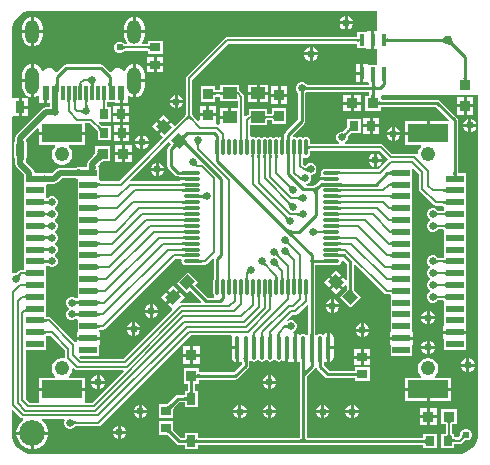
<source format=gbl>
G04*
G04 #@! TF.GenerationSoftware,Altium Limited,Altium Designer,22.0.2 (36)*
G04*
G04 Layer_Physical_Order=2*
G04 Layer_Color=16711680*
%FSLAX25Y25*%
%MOIN*%
G70*
G04*
G04 #@! TF.SameCoordinates,A8AB103B-E7CB-45E0-896D-D1B8D88E5F6C*
G04*
G04*
G04 #@! TF.FilePolarity,Positive*
G04*
G01*
G75*
%ADD10C,0.01000*%
%ADD16C,0.00800*%
%ADD17R,0.03800X0.03500*%
%ADD21R,0.03150X0.03347*%
%ADD22R,0.03500X0.03800*%
%ADD41C,0.02000*%
%ADD42O,0.04720X0.07870*%
%ADD43O,0.04720X0.09060*%
%ADD44C,0.04800*%
%ADD45C,0.08600*%
%ADD46C,0.02500*%
%ADD47C,0.02400*%
%ADD48C,0.03000*%
%ADD49C,0.02600*%
%ADD50R,0.04724X0.03937*%
G04:AMPARAMS|DCode=51|XSize=38mil|YSize=35mil|CornerRadius=0mil|HoleSize=0mil|Usage=FLASHONLY|Rotation=135.000|XOffset=0mil|YOffset=0mil|HoleType=Round|Shape=Rectangle|*
%AMROTATEDRECTD51*
4,1,4,0.02581,-0.00106,0.00106,-0.02581,-0.02581,0.00106,-0.00106,0.02581,0.02581,-0.00106,0.0*
%
%ADD51ROTATEDRECTD51*%

%ADD52R,0.01772X0.03937*%
G04:AMPARAMS|DCode=53|XSize=38mil|YSize=35mil|CornerRadius=0mil|HoleSize=0mil|Usage=FLASHONLY|Rotation=45.000|XOffset=0mil|YOffset=0mil|HoleType=Round|Shape=Rectangle|*
%AMROTATEDRECTD53*
4,1,4,-0.00106,-0.02581,-0.02581,-0.00106,0.00106,0.02581,0.02581,0.00106,-0.00106,-0.02581,0.0*
%
%ADD53ROTATEDRECTD53*%

%ADD54R,0.03347X0.03150*%
%ADD55R,0.02953X0.03937*%
%ADD56O,0.05512X0.01181*%
%ADD57O,0.01181X0.05512*%
%ADD58R,0.01180X0.04530*%
%ADD59R,0.02360X0.04530*%
%ADD60R,0.13386X0.05906*%
%ADD61R,0.05906X0.02362*%
%ADD62O,0.01575X0.07874*%
G36*
X435416Y390658D02*
X435408Y390734D01*
X435383Y390802D01*
X435343Y390862D01*
X435286Y390914D01*
X435213Y390958D01*
X435123Y390994D01*
X435018Y391022D01*
X434896Y391042D01*
X434758Y391054D01*
X434604Y391058D01*
Y391858D01*
X434758Y391862D01*
X434896Y391874D01*
X435018Y391894D01*
X435123Y391922D01*
X435213Y391958D01*
X435286Y392002D01*
X435343Y392054D01*
X435383Y392114D01*
X435408Y392182D01*
X435416Y392258D01*
Y390658D01*
D02*
G37*
G36*
X444630Y392363D02*
X444660Y392278D01*
X444711Y392203D01*
X444782Y392138D01*
X444873Y392083D01*
X444984Y392038D01*
X445116Y392003D01*
X445267Y391978D01*
X445439Y391963D01*
X445632Y391958D01*
Y390958D01*
X445439Y390953D01*
X445267Y390938D01*
X445116Y390913D01*
X444984Y390878D01*
X444873Y390833D01*
X444782Y390778D01*
X444711Y390713D01*
X444660Y390638D01*
X444630Y390553D01*
X444620Y390458D01*
Y392458D01*
X444630Y392363D01*
D02*
G37*
G36*
X463961Y390408D02*
X463852Y390513D01*
X463739Y390606D01*
X463623Y390689D01*
X463503Y390760D01*
X463381Y390821D01*
X463255Y390870D01*
X463126Y390909D01*
X462993Y390936D01*
X462857Y390953D01*
X462718Y390958D01*
Y391958D01*
X462857Y391964D01*
X462993Y391980D01*
X463126Y392008D01*
X463255Y392046D01*
X463381Y392096D01*
X463503Y392156D01*
X463623Y392228D01*
X463739Y392310D01*
X463852Y392404D01*
X463961Y392508D01*
Y390408D01*
D02*
G37*
G36*
X466536Y391292D02*
X466549Y391146D01*
X466573Y391006D01*
X466607Y390871D01*
X466651Y390741D01*
X466705Y390617D01*
X466769Y390499D01*
X466843Y390385D01*
X466928Y390278D01*
X467022Y390175D01*
X466315Y389468D01*
X466213Y389563D01*
X466105Y389647D01*
X465992Y389721D01*
X465873Y389786D01*
X465749Y389840D01*
X465620Y389884D01*
X465485Y389917D01*
X465344Y389941D01*
X465199Y389955D01*
X465047Y389958D01*
X466532Y391443D01*
X466536Y391292D01*
D02*
G37*
G36*
X326500Y401264D02*
X329749D01*
X329749Y401264D01*
X441232Y401264D01*
Y394427D01*
X440518D01*
Y391458D01*
Y388490D01*
X441232D01*
Y383127D01*
X438539Y383127D01*
X438163Y383427D01*
X438056Y383427D01*
X436778D01*
Y380458D01*
Y377490D01*
X438163D01*
X438294Y377594D01*
X438753Y377374D01*
X438794Y377292D01*
Y376724D01*
X418002D01*
X417941Y376734D01*
X417886Y376747D01*
X417838Y376763D01*
X417796Y376781D01*
X417759Y376800D01*
X417725Y376822D01*
X417693Y376847D01*
X417640Y376896D01*
X417591Y376927D01*
X417365Y377153D01*
X416648Y377450D01*
X415872D01*
X415155Y377153D01*
X414607Y376605D01*
X414310Y375888D01*
Y375112D01*
X414607Y374395D01*
X415036Y373966D01*
Y365067D01*
X410884Y360914D01*
X410619Y360517D01*
X410526Y360049D01*
Y359911D01*
X410281Y359716D01*
Y355775D01*
X409281D01*
Y359463D01*
X409160Y359439D01*
X408634Y359087D01*
X408468Y359054D01*
X408316Y359156D01*
X407812Y359256D01*
X407308Y359156D01*
X406882Y358871D01*
X406774D01*
X406347Y359156D01*
X405844Y359256D01*
X405340Y359156D01*
X404913Y358871D01*
X404806D01*
X404379Y359156D01*
X403875Y359256D01*
X403371Y359156D01*
X402945Y358871D01*
X402837D01*
X402410Y359156D01*
X401907Y359256D01*
X401403Y359156D01*
X400976Y358871D01*
X400869D01*
X400442Y359156D01*
X399938Y359256D01*
X399591Y359187D01*
X399184Y359428D01*
X399091Y359528D01*
Y363203D01*
X404772D01*
Y364750D01*
X406276D01*
Y363671D01*
X411175D01*
Y368871D01*
X406276D01*
Y366993D01*
X404772D01*
Y368540D01*
X398647D01*
Y366923D01*
X398571Y366907D01*
X398207Y366664D01*
X398207Y366664D01*
X397623Y366080D01*
X397123Y366287D01*
Y372715D01*
X397037Y373144D01*
X396794Y373508D01*
X396794Y373508D01*
X395764Y374538D01*
X395400Y374781D01*
X395323Y374797D01*
Y376414D01*
X389199D01*
Y374867D01*
X387450D01*
Y376100D01*
X382550D01*
Y370900D01*
X387450D01*
Y372624D01*
X389199D01*
Y371077D01*
X394880D01*
Y368840D01*
X392761D01*
Y365871D01*
X392261D01*
Y365371D01*
X388899D01*
Y363691D01*
X388783Y363579D01*
X388399Y363362D01*
X388132Y363415D01*
X387999Y363514D01*
X387750Y363743D01*
Y366100D01*
X385000D01*
X382250D01*
Y364789D01*
X381788Y364598D01*
X380078Y366308D01*
X380037Y366360D01*
X379984Y366438D01*
X379939Y366517D01*
X379901Y366598D01*
X379871Y366681D01*
X379847Y366769D01*
X379829Y366861D01*
X379821Y366928D01*
Y378335D01*
X391823Y390337D01*
X434692D01*
Y388790D01*
X437756D01*
X438132Y388490D01*
X438132Y388490D01*
X438132Y388490D01*
X439518D01*
Y391458D01*
Y394427D01*
X438132D01*
Y394427D01*
X437863Y394127D01*
X434692D01*
Y392580D01*
X391358D01*
X391358Y392580D01*
X390929Y392495D01*
X390565Y392251D01*
X390565Y392251D01*
X377907Y379593D01*
X377664Y379229D01*
X377578Y378800D01*
X377578Y378800D01*
Y366928D01*
X377571Y366862D01*
X377553Y366769D01*
X377529Y366681D01*
X377499Y366598D01*
X377461Y366517D01*
X377416Y366438D01*
X377363Y366360D01*
X377322Y366308D01*
X374002Y362988D01*
X372719Y364270D01*
X370775Y362326D01*
X368830Y360381D01*
X370112Y359099D01*
X355510Y344496D01*
X349207D01*
X348854Y344850D01*
X348854Y345256D01*
X348854Y345756D01*
Y348474D01*
X348856Y348483D01*
X348854Y348492D01*
Y349193D01*
X348444D01*
X348342Y349690D01*
X349044Y350392D01*
X349410Y350733D01*
X349722Y350982D01*
X350000Y351176D01*
X350130Y351250D01*
X352500D01*
Y356150D01*
X347300D01*
Y353752D01*
X347262Y353687D01*
X347070Y353413D01*
X346554Y352805D01*
X345295Y351547D01*
X344920Y350984D01*
X344788Y350321D01*
Y349859D01*
X344778Y349737D01*
X344744Y349516D01*
X344703Y349347D01*
X344661Y349232D01*
X344639Y349193D01*
X342269D01*
X342260Y349194D01*
X342252Y349193D01*
X341548D01*
Y349092D01*
X340875Y349045D01*
X335811D01*
X335148Y348913D01*
X334586Y348537D01*
X333125Y347076D01*
X331440D01*
X331137Y347090D01*
Y347224D01*
X330434D01*
X330425Y347226D01*
X330417Y347224D01*
X327265D01*
Y347296D01*
X327133Y347959D01*
X326758Y348521D01*
X324233Y351046D01*
Y351660D01*
X324253Y351998D01*
X324280Y352213D01*
X324302Y352331D01*
X324676D01*
Y353035D01*
X324678Y353044D01*
X324676Y353052D01*
Y356948D01*
X324678Y356957D01*
X324676Y356965D01*
Y357668D01*
X324302D01*
X324283Y357771D01*
X324243Y358291D01*
X328188Y362237D01*
X328650Y362045D01*
Y361001D01*
X336343D01*
X344036D01*
Y363878D01*
X345535D01*
X348002Y361412D01*
X348120Y361285D01*
X348201Y361184D01*
X348225Y361149D01*
Y358127D01*
X352775D01*
Y362873D01*
X349744D01*
X349531Y363055D01*
X348669Y363917D01*
X348860Y364379D01*
X352633D01*
Y369126D01*
X351480D01*
Y370913D01*
X353930D01*
Y370613D01*
X355610D01*
Y373878D01*
X356610D01*
Y370613D01*
X358290D01*
Y372769D01*
X358738Y372990D01*
X358825Y372923D01*
X359643Y372585D01*
X360020Y372535D01*
Y378028D01*
Y383521D01*
X359643Y383472D01*
X358825Y383133D01*
X358124Y382595D01*
X357585Y381893D01*
X357301Y381207D01*
X356942Y381130D01*
X356763Y381161D01*
X356649Y381331D01*
X356233Y381748D01*
X356001Y381902D01*
X355457Y382128D01*
X355184Y382182D01*
X354596D01*
X354323Y382128D01*
X353779Y381902D01*
X353547Y381748D01*
X353131Y381331D01*
X352976Y381100D01*
X352931Y380991D01*
X352341Y380874D01*
X350097Y383118D01*
X349700Y383383D01*
X349232Y383476D01*
X337783D01*
X337315Y383383D01*
X336918Y383118D01*
X334678Y380877D01*
X334088Y380994D01*
X334044Y381100D01*
X333889Y381331D01*
X333473Y381748D01*
X333242Y381902D01*
X332698Y382128D01*
X332424Y382182D01*
X331836D01*
X331562Y382128D01*
X331018Y381902D01*
X330787Y381748D01*
X330371Y381331D01*
X330257Y381161D01*
X330078Y381130D01*
X329719Y381207D01*
X329435Y381893D01*
X328896Y382595D01*
X328194Y383133D01*
X327377Y383472D01*
X327000Y383521D01*
Y378028D01*
Y372535D01*
X327377Y372585D01*
X328194Y372923D01*
X328282Y372990D01*
X328730Y372769D01*
Y370623D01*
X330410D01*
Y373888D01*
X331410D01*
Y370623D01*
X332301D01*
X332327Y370251D01*
Y369133D01*
X330900D01*
X330237Y369001D01*
X329674Y368626D01*
X321274Y360226D01*
X320899Y359663D01*
X320767Y359000D01*
Y358340D01*
X320747Y358002D01*
X320720Y357787D01*
X320698Y357668D01*
X320324D01*
Y356965D01*
X320322Y356957D01*
X320324Y356948D01*
Y353052D01*
X320322Y353044D01*
X320324Y353035D01*
Y352331D01*
X320698D01*
X320717Y352229D01*
X320767Y351589D01*
Y350328D01*
X320899Y349664D01*
X321274Y349102D01*
X323799Y346578D01*
Y345524D01*
X323832Y345357D01*
Y343787D01*
X323832Y343462D01*
X323832Y342962D01*
Y339850D01*
X323832Y339525D01*
X323832Y339025D01*
Y335913D01*
X323832Y335588D01*
X323832Y335088D01*
Y331976D01*
X323832Y331476D01*
X323832Y331151D01*
Y328039D01*
X323832Y327714D01*
X323832Y327214D01*
Y324102D01*
X323832Y323777D01*
X323832Y323277D01*
Y320165D01*
X323832Y319840D01*
X323832Y319340D01*
Y316228D01*
X323832Y315903D01*
X323832Y315322D01*
X323478Y314969D01*
X322847D01*
X322847Y314969D01*
X322418Y314883D01*
X322054Y314640D01*
X322054Y314640D01*
X321509Y314095D01*
X321499Y314088D01*
X321457Y314060D01*
X321412Y314036D01*
X321363Y314016D01*
X321309Y313998D01*
X321248Y313983D01*
X321180Y313972D01*
X321104Y313966D01*
X320997Y313964D01*
X320936Y313950D01*
X320612D01*
X320095Y313736D01*
X319595Y314006D01*
Y366033D01*
X320024Y366205D01*
X320095Y366205D01*
X322000D01*
Y369173D01*
Y372142D01*
X320095D01*
X320024Y372142D01*
X319595Y372313D01*
Y394358D01*
X319593Y394365D01*
X319725Y395706D01*
X320118Y397002D01*
X320757Y398196D01*
X321616Y399242D01*
X322662Y400102D01*
X323857Y400740D01*
X325152Y401133D01*
X326494Y401265D01*
X326500Y401264D01*
D02*
G37*
G36*
X471237Y379222D02*
X471252Y379050D01*
X471277Y378898D01*
X471312Y378766D01*
X471357Y378655D01*
X471412Y378564D01*
X471477Y378493D01*
X471552Y378443D01*
X471637Y378412D01*
X471732Y378402D01*
X469732D01*
X469827Y378412D01*
X469912Y378443D01*
X469987Y378493D01*
X470052Y378564D01*
X470107Y378655D01*
X470152Y378766D01*
X470187Y378898D01*
X470212Y379050D01*
X470227Y379222D01*
X470232Y379414D01*
X471232D01*
X471237Y379222D01*
D02*
G37*
G36*
X440821Y378492D02*
X440757Y378462D01*
X440701Y378412D01*
X440652Y378342D01*
X440611Y378252D01*
X440578Y378142D01*
X440551Y378012D01*
X440533Y377862D01*
X440521Y377692D01*
X440518Y377502D01*
X439518D01*
X439514Y377692D01*
X439484Y378012D01*
X439458Y378142D01*
X439424Y378252D01*
X439383Y378342D01*
X439335Y378412D01*
X439279Y378462D01*
X439215Y378492D01*
X439144Y378502D01*
X440892D01*
X440821Y378492D01*
D02*
G37*
G36*
X444561Y378492D02*
X444497Y378462D01*
X444441Y378412D01*
X444392Y378342D01*
X444351Y378252D01*
X444318Y378142D01*
X444291Y378012D01*
X444273Y377862D01*
X444262Y377692D01*
X444258Y377502D01*
X443258D01*
X443254Y377692D01*
X443224Y378012D01*
X443198Y378142D01*
X443164Y378252D01*
X443123Y378342D01*
X443075Y378412D01*
X443019Y378462D01*
X442955Y378492D01*
X442884Y378502D01*
X444632D01*
X444561Y378492D01*
D02*
G37*
G36*
X345567Y377409D02*
X345473Y377499D01*
X345377Y377580D01*
X345278Y377651D01*
X345177Y377713D01*
X345074Y377765D01*
X344969Y377808D01*
X344861Y377841D01*
X344752Y377865D01*
X344640Y377879D01*
X344526Y377884D01*
Y378684D01*
X344640Y378689D01*
X344752Y378703D01*
X344861Y378727D01*
X344969Y378760D01*
X345074Y378803D01*
X345177Y378855D01*
X345278Y378917D01*
X345377Y378988D01*
X345473Y379069D01*
X345567Y379159D01*
Y377409D01*
D02*
G37*
G36*
X342925Y376779D02*
X342953Y376419D01*
X342969Y376331D01*
X342990Y376259D01*
X343014Y376203D01*
X343041Y376163D01*
X343073Y376139D01*
X343108Y376131D01*
X341952D01*
X341985Y376139D01*
X342014Y376163D01*
X342039Y376203D01*
X342061Y376259D01*
X342080Y376331D01*
X342096Y376419D01*
X342108Y376523D01*
X342121Y376779D01*
X342123Y376931D01*
X342923D01*
X342925Y376779D01*
D02*
G37*
G36*
X347245Y377297D02*
X347164Y377201D01*
X347093Y377102D01*
X347031Y377001D01*
X346979Y376898D01*
X346936Y376793D01*
X346903Y376685D01*
X346879Y376576D01*
X346878Y376565D01*
X346888Y376419D01*
X346904Y376331D01*
X346924Y376259D01*
X346947Y376203D01*
X346974Y376163D01*
X347004Y376139D01*
X347038Y376131D01*
X345882D01*
X345916Y376139D01*
X345946Y376163D01*
X345973Y376203D01*
X345996Y376259D01*
X346016Y376331D01*
X346031Y376419D01*
X346044Y376523D01*
X346045Y376543D01*
X346041Y376576D01*
X346017Y376685D01*
X345984Y376793D01*
X345941Y376898D01*
X345889Y377001D01*
X345827Y377102D01*
X345756Y377201D01*
X345675Y377297D01*
X345585Y377391D01*
X347335D01*
X347245Y377297D01*
D02*
G37*
G36*
X335228Y376141D02*
X333710Y376129D01*
X333805Y376140D01*
X333890Y376171D01*
X333965Y376222D01*
X334030Y376293D01*
X334085Y376384D01*
X334130Y376496D01*
X334165Y376627D01*
X334190Y376778D01*
X334205Y376950D01*
X334210Y377141D01*
X335210D01*
X335228Y376141D01*
D02*
G37*
G36*
X352811Y376940D02*
X352826Y376768D01*
X352851Y376617D01*
X352886Y376485D01*
X352931Y376374D01*
X352986Y376283D01*
X353051Y376212D01*
X353126Y376161D01*
X353211Y376130D01*
X353306Y376119D01*
X351792Y376131D01*
X351795Y376141D01*
X351797Y376171D01*
X351803Y376491D01*
X351806Y377131D01*
X352806D01*
X352811Y376940D01*
D02*
G37*
G36*
X417229Y376304D02*
X417310Y376240D01*
X417397Y376184D01*
X417490Y376135D01*
X417587Y376094D01*
X417690Y376060D01*
X417799Y376034D01*
X417912Y376015D01*
X418031Y376004D01*
X418156Y376000D01*
Y375000D01*
X418031Y374996D01*
X417912Y374985D01*
X417799Y374966D01*
X417690Y374940D01*
X417587Y374906D01*
X417490Y374865D01*
X417397Y374816D01*
X417310Y374760D01*
X417229Y374696D01*
X417153Y374625D01*
Y376375D01*
X417229Y376304D01*
D02*
G37*
G36*
X440528Y376798D02*
X440558Y376628D01*
X440608Y376478D01*
X440678Y376348D01*
X440768Y376238D01*
X440878Y376148D01*
X441008Y376078D01*
X441158Y376028D01*
X441328Y375998D01*
X441518Y375988D01*
Y374988D01*
X441328Y374978D01*
X441158Y374948D01*
X441008Y374898D01*
X440878Y374828D01*
X440768Y374738D01*
X440678Y374628D01*
X440608Y374498D01*
X440558Y374348D01*
X440528Y374178D01*
X440518Y373988D01*
X440018Y375488D01*
X440518Y376988D01*
X440528Y376798D01*
D02*
G37*
G36*
X389923Y372945D02*
X389915Y373021D01*
X389890Y373089D01*
X389850Y373149D01*
X389793Y373201D01*
X389720Y373245D01*
X389630Y373281D01*
X389525Y373309D01*
X389403Y373329D01*
X389265Y373341D01*
X389111Y373345D01*
Y374145D01*
X389265Y374149D01*
X389403Y374161D01*
X389525Y374181D01*
X389630Y374209D01*
X389720Y374245D01*
X389793Y374289D01*
X389850Y374341D01*
X389890Y374401D01*
X389915Y374469D01*
X389923Y374545D01*
Y372945D01*
D02*
G37*
G36*
X386734Y374469D02*
X386758Y374401D01*
X386799Y374341D01*
X386856Y374289D01*
X386929Y374245D01*
X387018Y374209D01*
X387124Y374181D01*
X387246Y374161D01*
X387384Y374149D01*
X387538Y374145D01*
Y373345D01*
X387384Y373341D01*
X387246Y373329D01*
X387124Y373309D01*
X387018Y373281D01*
X386929Y373245D01*
X386856Y373201D01*
X386799Y373149D01*
X386758Y373089D01*
X386734Y373021D01*
X386726Y372945D01*
Y374545D01*
X386734Y374469D01*
D02*
G37*
G36*
X440523Y373046D02*
X440538Y372874D01*
X440563Y372722D01*
X440598Y372590D01*
X440643Y372479D01*
X440698Y372388D01*
X440763Y372317D01*
X440838Y372267D01*
X440923Y372236D01*
X441018Y372226D01*
X439018D01*
X439113Y372236D01*
X439198Y372267D01*
X439273Y372317D01*
X439338Y372388D01*
X439393Y372479D01*
X439438Y372590D01*
X439473Y372722D01*
X439498Y372874D01*
X439513Y373046D01*
X439518Y373238D01*
X440518D01*
X440523Y373046D01*
D02*
G37*
G36*
X350936Y371617D02*
X350899Y371593D01*
X350866Y371553D01*
X350837Y371497D01*
X350813Y371425D01*
X350793Y371337D01*
X350778Y371233D01*
X350767Y371113D01*
X350758Y370825D01*
X349958D01*
X349957Y370977D01*
X349924Y371425D01*
X349909Y371497D01*
X349891Y371553D01*
X349871Y371593D01*
X349848Y371617D01*
X349822Y371625D01*
X350978D01*
X350936Y371617D01*
D02*
G37*
G36*
X345036Y371617D02*
X345006Y371593D01*
X344981Y371553D01*
X344958Y371497D01*
X344940Y371425D01*
X344924Y371337D01*
X344912Y371233D01*
X344899Y370977D01*
X344897Y370825D01*
X344097D01*
X344095Y370977D01*
X344067Y371337D01*
X344051Y371425D01*
X344030Y371497D01*
X344006Y371553D01*
X343979Y371593D01*
X343947Y371617D01*
X343912Y371625D01*
X345068D01*
X345036Y371617D01*
D02*
G37*
G36*
X341104D02*
X341074Y371593D01*
X341047Y371553D01*
X341024Y371497D01*
X341004Y371425D01*
X340988Y371337D01*
X340976Y371233D01*
X340962Y370977D01*
X340960Y370825D01*
X340160D01*
X340158Y370977D01*
X340131Y371337D01*
X340115Y371425D01*
X340096Y371497D01*
X340073Y371553D01*
X340046Y371593D01*
X340016Y371617D01*
X339982Y371625D01*
X341138D01*
X341104Y371617D01*
D02*
G37*
G36*
X339134Y371607D02*
X339104Y371583D01*
X339077Y371543D01*
X339054Y371487D01*
X339035Y371415D01*
X339019Y371327D01*
X339006Y371223D01*
X338992Y370967D01*
X338990Y370815D01*
X338190D01*
X338188Y370967D01*
X338161Y371327D01*
X338145Y371415D01*
X338126Y371487D01*
X338103Y371543D01*
X338076Y371583D01*
X338046Y371607D01*
X338012Y371615D01*
X339168D01*
X339134Y371607D01*
D02*
G37*
G36*
X335196Y371615D02*
X335168Y371555D01*
X335142Y371455D01*
X335121Y371315D01*
X335102Y371135D01*
X335067Y370355D01*
X335060Y369635D01*
X333060D01*
X333058Y370015D01*
X332952Y371555D01*
X332924Y371615D01*
X332892Y371635D01*
X335228D01*
X335196Y371615D01*
D02*
G37*
G36*
X441886Y371405D02*
X441917Y371320D01*
X441967Y371245D01*
X442038Y371180D01*
X442129Y371125D01*
X442240Y371080D01*
X442372Y371045D01*
X442524Y371020D01*
X442696Y371005D01*
X442888Y371000D01*
Y370000D01*
X442696Y369995D01*
X442524Y369980D01*
X442372Y369955D01*
X442240Y369920D01*
X442129Y369875D01*
X442038Y369820D01*
X441967Y369755D01*
X441917Y369680D01*
X441886Y369595D01*
X441876Y369500D01*
Y371500D01*
X441886Y371405D01*
D02*
G37*
G36*
X344902Y369660D02*
X344916Y369548D01*
X344940Y369439D01*
X344973Y369331D01*
X345016Y369226D01*
X345068Y369123D01*
X345130Y369022D01*
X345201Y368923D01*
X345282Y368827D01*
X345372Y368733D01*
X343622D01*
X343712Y368827D01*
X343793Y368923D01*
X343864Y369022D01*
X343926Y369123D01*
X343978Y369226D01*
X344021Y369331D01*
X344054Y369439D01*
X344078Y369548D01*
X344092Y369660D01*
X344097Y369774D01*
X344897D01*
X344902Y369660D01*
D02*
G37*
G36*
X350762Y369062D02*
X350774Y368926D01*
X350794Y368806D01*
X350822Y368702D01*
X350858Y368614D01*
X350902Y368542D01*
X350954Y368486D01*
X351014Y368446D01*
X351082Y368422D01*
X351158Y368414D01*
X349558D01*
X349634Y368422D01*
X349702Y368446D01*
X349762Y368486D01*
X349814Y368542D01*
X349858Y368614D01*
X349894Y368702D01*
X349922Y368806D01*
X349942Y368926D01*
X349954Y369062D01*
X349958Y369214D01*
X350758D01*
X350762Y369062D01*
D02*
G37*
G36*
X343604Y366965D02*
X343510Y367055D01*
X343414Y367136D01*
X343315Y367207D01*
X343214Y367269D01*
X343111Y367321D01*
X343006Y367364D01*
X342898Y367397D01*
X342789Y367421D01*
X342677Y367435D01*
X342563Y367440D01*
Y368240D01*
X342677Y368245D01*
X342789Y368259D01*
X342898Y368283D01*
X343006Y368316D01*
X343111Y368359D01*
X343214Y368411D01*
X343315Y368473D01*
X343414Y368544D01*
X343510Y368625D01*
X343604Y368715D01*
Y366965D01*
D02*
G37*
G36*
X406987Y365071D02*
X406980Y365147D01*
X406955Y365215D01*
X406916Y365275D01*
X406859Y365327D01*
X406787Y365371D01*
X406700Y365407D01*
X406596Y365435D01*
X406475Y365455D01*
X406340Y365467D01*
X406187Y365471D01*
Y366271D01*
X406340Y366275D01*
X406475Y366287D01*
X406596Y366307D01*
X406700Y366335D01*
X406787Y366371D01*
X406859Y366415D01*
X406916Y366467D01*
X406955Y366527D01*
X406980Y366595D01*
X406987Y366671D01*
Y365071D01*
D02*
G37*
G36*
X404056Y366595D02*
X404080Y366527D01*
X404121Y366467D01*
X404178Y366415D01*
X404251Y366371D01*
X404340Y366335D01*
X404446Y366307D01*
X404568Y366287D01*
X404706Y366275D01*
X404860Y366271D01*
Y365471D01*
X404706Y365467D01*
X404568Y365455D01*
X404446Y365435D01*
X404340Y365407D01*
X404251Y365371D01*
X404178Y365327D01*
X404121Y365275D01*
X404080Y365215D01*
X404056Y365147D01*
X404048Y365071D01*
Y366671D01*
X404056Y366595D01*
D02*
G37*
G36*
X379106Y366908D02*
X379123Y366755D01*
X379151Y366607D01*
X379190Y366463D01*
X379241Y366324D01*
X379304Y366190D01*
X379377Y366060D01*
X379462Y365936D01*
X379558Y365815D01*
X379666Y365700D01*
X379266Y364969D01*
X379153Y365070D01*
X379039Y365150D01*
X378926Y365206D01*
X378813Y365240D01*
X378700Y365251D01*
X378587Y365240D01*
X378474Y365206D01*
X378361Y365150D01*
X378247Y365070D01*
X378134Y364969D01*
X377734Y365700D01*
X377842Y365815D01*
X377938Y365936D01*
X378023Y366060D01*
X378096Y366190D01*
X378159Y366324D01*
X378209Y366463D01*
X378249Y366607D01*
X378277Y366755D01*
X378294Y366908D01*
X378300Y367066D01*
X379100D01*
X379106Y366908D01*
D02*
G37*
G36*
X433096Y361351D02*
X433039Y361399D01*
X432970Y361424D01*
X432888Y361425D01*
X432794Y361403D01*
X432687Y361357D01*
X432568Y361287D01*
X432436Y361194D01*
X432291Y361077D01*
X431965Y360773D01*
X431497Y361437D01*
X431653Y361598D01*
X431898Y361888D01*
X431988Y362017D01*
X432057Y362135D01*
X432104Y362243D01*
X432129Y362340D01*
X432133Y362427D01*
X432115Y362503D01*
X432075Y362569D01*
X433096Y361351D01*
D02*
G37*
G36*
X349008Y362563D02*
X349310Y362306D01*
X349442Y362213D01*
X349561Y362143D01*
X349668Y362097D01*
X349762Y362075D01*
X349844Y362076D01*
X349913Y362101D01*
X349970Y362149D01*
X348949Y360931D01*
X348989Y360997D01*
X349007Y361073D01*
X349003Y361160D01*
X348978Y361257D01*
X348931Y361365D01*
X348862Y361483D01*
X348772Y361612D01*
X348660Y361752D01*
X348372Y362063D01*
X348839Y362727D01*
X349008Y362563D01*
D02*
G37*
G36*
X377590Y359383D02*
X377459Y359245D01*
X377349Y359114D01*
X377261Y358990D01*
X377194Y358873D01*
X377148Y358764D01*
X377123Y358661D01*
X377119Y358566D01*
X377137Y358477D01*
X377176Y358396D01*
X377236Y358322D01*
X375822Y359736D01*
X375896Y359676D01*
X375977Y359637D01*
X376066Y359619D01*
X376161Y359623D01*
X376264Y359648D01*
X376373Y359694D01*
X376490Y359761D01*
X376614Y359849D01*
X376745Y359959D01*
X376883Y360090D01*
X377590Y359383D01*
D02*
G37*
G36*
X431351Y360159D02*
X431273Y360075D01*
X431204Y359986D01*
X431144Y359891D01*
X431091Y359792D01*
X431047Y359687D01*
X431011Y359577D01*
X430983Y359462D01*
X430964Y359342D01*
X430953Y359217D01*
X430950Y359086D01*
X429712Y360324D01*
X429843Y360327D01*
X429968Y360338D01*
X430088Y360357D01*
X430203Y360385D01*
X430313Y360421D01*
X430418Y360465D01*
X430517Y360518D01*
X430612Y360578D01*
X430701Y360647D01*
X430785Y360725D01*
X431351Y360159D01*
D02*
G37*
G36*
X398371Y359018D02*
X398406Y358525D01*
X398422Y358431D01*
X398441Y358348D01*
X398462Y358276D01*
X398487Y358215D01*
X398515Y358166D01*
X397425D01*
X397452Y358215D01*
X397477Y358276D01*
X397498Y358348D01*
X397517Y358431D01*
X397533Y358525D01*
X397556Y358749D01*
X397568Y359018D01*
X397570Y359169D01*
X398370D01*
X398371Y359018D01*
D02*
G37*
G36*
X396403D02*
X396437Y358525D01*
X396453Y358431D01*
X396472Y358348D01*
X396494Y358276D01*
X396518Y358215D01*
X396546Y358166D01*
X395456D01*
X395484Y358215D01*
X395508Y358276D01*
X395530Y358348D01*
X395549Y358431D01*
X395565Y358525D01*
X395588Y358749D01*
X395600Y359018D01*
X395601Y359169D01*
X396401D01*
X396403Y359018D01*
D02*
G37*
G36*
X390497D02*
X390532Y358525D01*
X390548Y358431D01*
X390567Y358348D01*
X390588Y358276D01*
X390613Y358215D01*
X390640Y358166D01*
X389551D01*
X389578Y358215D01*
X389603Y358276D01*
X389625Y358348D01*
X389643Y358431D01*
X389659Y358525D01*
X389683Y358749D01*
X389694Y359018D01*
X389696Y359169D01*
X390496D01*
X390497Y359018D01*
D02*
G37*
G36*
X388672Y358166D02*
X387582D01*
X387591Y358189D01*
X387598Y358231D01*
X387605Y358291D01*
X387620Y358583D01*
X387627Y359234D01*
X388627D01*
X388672Y358166D01*
D02*
G37*
G36*
X323505Y358576D02*
X323574Y357677D01*
X323616Y357456D01*
X323667Y357277D01*
X323728Y357137D01*
X323797Y357036D01*
X323876Y356977D01*
X323964Y356957D01*
X321036D01*
X321124Y356977D01*
X321203Y357036D01*
X321272Y357137D01*
X321333Y357277D01*
X321384Y357456D01*
X321426Y357677D01*
X321458Y357937D01*
X321495Y358576D01*
X321500Y358957D01*
X323500D01*
X323505Y358576D01*
D02*
G37*
G36*
X382432Y357218D02*
X382351Y357121D01*
X382280Y357023D01*
X382218Y356922D01*
X382166Y356819D01*
X382123Y356713D01*
X382090Y356606D01*
X382066Y356496D01*
X382052Y356384D01*
X382047Y356270D01*
X381247D01*
X381242Y356384D01*
X381228Y356496D01*
X381204Y356606D01*
X381171Y356713D01*
X381128Y356819D01*
X381076Y356922D01*
X381014Y357023D01*
X380943Y357121D01*
X380862Y357218D01*
X380772Y357312D01*
X382522D01*
X382432Y357218D01*
D02*
G37*
G36*
X377857Y357673D02*
X377865Y357639D01*
X377889Y357592D01*
X377929Y357533D01*
X377984Y357461D01*
X378142Y357279D01*
X378496Y356911D01*
X377789Y356204D01*
X377649Y356336D01*
X377518Y356447D01*
X377393Y356536D01*
X377275Y356605D01*
X377165Y356651D01*
X377062Y356677D01*
X376965Y356681D01*
X376876Y356664D01*
X376794Y356626D01*
X376719Y356566D01*
X377864Y357694D01*
X377857Y357673D01*
D02*
G37*
G36*
X374787Y355872D02*
X374712Y355932D01*
X374631Y355971D01*
X374542Y355988D01*
X374446Y355984D01*
X374343Y355959D01*
X374232Y355912D01*
X374114Y355843D01*
X373989Y355754D01*
X373857Y355643D01*
X373717Y355510D01*
X373010Y356218D01*
X373143Y356357D01*
X373254Y356489D01*
X373343Y356614D01*
X373412Y356732D01*
X373459Y356843D01*
X373484Y356946D01*
X373488Y357042D01*
X373471Y357131D01*
X373432Y357212D01*
X373372Y357287D01*
X374787Y355872D01*
D02*
G37*
G36*
X418241Y356499D02*
X418265Y356431D01*
X418305Y356371D01*
X418362Y356319D01*
X418435Y356275D01*
X418525Y356239D01*
X418630Y356211D01*
X418752Y356191D01*
X418890Y356179D01*
X419044Y356175D01*
Y355375D01*
X418890Y355371D01*
X418752Y355359D01*
X418630Y355339D01*
X418525Y355311D01*
X418435Y355275D01*
X418362Y355231D01*
X418305Y355179D01*
X418265Y355119D01*
X418241Y355051D01*
X418232Y354975D01*
Y356575D01*
X418241Y356499D01*
D02*
G37*
G36*
X438794Y373022D02*
X438789Y372963D01*
X438787Y372950D01*
X437400D01*
Y368050D01*
X442600D01*
Y369269D01*
X442613Y369271D01*
X442672Y369276D01*
X460993D01*
X465355Y364914D01*
X465164Y364452D01*
X458889D01*
Y360500D01*
X458389D01*
Y359999D01*
X450697D01*
Y356547D01*
X455949D01*
X456136Y356047D01*
X455624Y355536D01*
X455169Y354748D01*
X454934Y353869D01*
Y353690D01*
X454434Y353433D01*
X454279Y353536D01*
X453850Y353622D01*
X453850Y353622D01*
X446465D01*
X443518Y356568D01*
X443154Y356811D01*
X442725Y356897D01*
X442725Y356897D01*
X430846D01*
X430747Y357397D01*
X430805Y357421D01*
X431353Y357969D01*
X431650Y358686D01*
Y359010D01*
X431664Y359071D01*
X431666Y359178D01*
X431672Y359254D01*
X431683Y359322D01*
X431698Y359383D01*
X431716Y359437D01*
X431737Y359486D01*
X431760Y359531D01*
X431787Y359573D01*
X431795Y359583D01*
X432624Y360412D01*
X432760Y360538D01*
X432866Y360625D01*
X432869Y360627D01*
X435901D01*
Y365373D01*
X431351D01*
Y362351D01*
X431332Y362324D01*
X431158Y362118D01*
X430209Y361169D01*
X430199Y361161D01*
X430157Y361134D01*
X430112Y361111D01*
X430063Y361090D01*
X430009Y361072D01*
X429948Y361057D01*
X429880Y361047D01*
X429804Y361040D01*
X429697Y361037D01*
X429636Y361024D01*
X429312D01*
X428595Y360727D01*
X428047Y360179D01*
X427750Y359462D01*
Y358686D01*
X428047Y357969D01*
X428595Y357421D01*
X428653Y357397D01*
X428554Y356897D01*
X418970D01*
Y357941D01*
X418870Y358444D01*
X418585Y358871D01*
X418158Y359156D01*
X417655Y359256D01*
X417151Y359156D01*
X416724Y358871D01*
X416616D01*
X416190Y359156D01*
X415686Y359256D01*
X415182Y359156D01*
X414756Y358871D01*
X414648D01*
X414221Y359156D01*
X413718Y359256D01*
X413351Y359682D01*
X413328Y359897D01*
X417125Y363695D01*
X417390Y364092D01*
X417484Y364560D01*
Y373966D01*
X417591Y374073D01*
X417640Y374104D01*
X417693Y374153D01*
X417725Y374178D01*
X417759Y374200D01*
X417796Y374219D01*
X417838Y374237D01*
X417886Y374253D01*
X417941Y374266D01*
X418002Y374276D01*
X438794D01*
Y373022D01*
D02*
G37*
G36*
X416203Y353335D02*
X416179Y353275D01*
X416157Y353203D01*
X416138Y353120D01*
X416122Y353025D01*
X416099Y352802D01*
X416087Y352533D01*
X416086Y352381D01*
X415286D01*
X415285Y352533D01*
X415250Y353025D01*
X415234Y353120D01*
X415215Y353203D01*
X415193Y353275D01*
X415169Y353335D01*
X415141Y353384D01*
X416231D01*
X416203Y353335D01*
D02*
G37*
G36*
X414235D02*
X414210Y353275D01*
X414189Y353203D01*
X414170Y353120D01*
X414154Y353025D01*
X414131Y352802D01*
X414119Y352533D01*
X414118Y352381D01*
X413318D01*
X413316Y352533D01*
X413281Y353025D01*
X413265Y353120D01*
X413246Y353203D01*
X413225Y353275D01*
X413200Y353335D01*
X413173Y353384D01*
X414262D01*
X414235Y353335D01*
D02*
G37*
G36*
X408329D02*
X408305Y353275D01*
X408283Y353203D01*
X408264Y353120D01*
X408248Y353025D01*
X408225Y352802D01*
X408214Y352533D01*
X408212Y352381D01*
X407412D01*
X407411Y352533D01*
X407376Y353025D01*
X407360Y353120D01*
X407341Y353203D01*
X407319Y353275D01*
X407295Y353335D01*
X407267Y353384D01*
X408357D01*
X408329Y353335D01*
D02*
G37*
G36*
X406361D02*
X406336Y353275D01*
X406315Y353203D01*
X406296Y353120D01*
X406280Y353025D01*
X406257Y352802D01*
X406245Y352533D01*
X406244Y352381D01*
X405444D01*
X405442Y352533D01*
X405407Y353025D01*
X405391Y353120D01*
X405372Y353203D01*
X405351Y353275D01*
X405326Y353335D01*
X405299Y353384D01*
X406389D01*
X406361Y353335D01*
D02*
G37*
G36*
X404392D02*
X404368Y353275D01*
X404346Y353203D01*
X404327Y353120D01*
X404311Y353025D01*
X404288Y352802D01*
X404277Y352533D01*
X404275Y352381D01*
X403475D01*
X403474Y352533D01*
X403439Y353025D01*
X403423Y353120D01*
X403404Y353203D01*
X403382Y353275D01*
X403358Y353335D01*
X403330Y353384D01*
X404420D01*
X404392Y353335D01*
D02*
G37*
G36*
X402424D02*
X402399Y353275D01*
X402378Y353203D01*
X402359Y353120D01*
X402343Y353025D01*
X402320Y352802D01*
X402308Y352533D01*
X402307Y352381D01*
X401507D01*
X401505Y352533D01*
X401470Y353025D01*
X401454Y353120D01*
X401436Y353203D01*
X401414Y353275D01*
X401389Y353335D01*
X401362Y353384D01*
X402452D01*
X402424Y353335D01*
D02*
G37*
G36*
X400456D02*
X400431Y353275D01*
X400409Y353203D01*
X400390Y353120D01*
X400374Y353025D01*
X400351Y352802D01*
X400340Y352533D01*
X400338Y352381D01*
X399538D01*
X399537Y352533D01*
X399502Y353025D01*
X399486Y353120D01*
X399467Y353203D01*
X399445Y353275D01*
X399421Y353335D01*
X399393Y353384D01*
X400483D01*
X400456Y353335D01*
D02*
G37*
G36*
X412286Y353361D02*
X412278Y353320D01*
X412271Y353260D01*
X412256Y352968D01*
X412249Y352317D01*
X411249D01*
X411204Y353384D01*
X412294D01*
X412286Y353361D01*
D02*
G37*
G36*
X388664D02*
X388656Y353320D01*
X388649Y353260D01*
X388634Y352968D01*
X388627Y352317D01*
X387627D01*
X387582Y353384D01*
X388672D01*
X388664Y353361D01*
D02*
G37*
G36*
X445164Y351750D02*
X441846Y348432D01*
X429229D01*
X429145Y348436D01*
X428966Y348454D01*
X428913Y348463D01*
X428874Y348472D01*
X428865Y348475D01*
X428864Y348475D01*
X428788Y348526D01*
X428285Y348626D01*
X423954D01*
X423450Y348526D01*
X423023Y348241D01*
X422738Y347814D01*
X422638Y347311D01*
X422738Y346807D01*
X422840Y346655D01*
X422807Y346489D01*
X422456Y345963D01*
X422432Y345842D01*
X426119D01*
Y344842D01*
X422273D01*
X422105Y344504D01*
X421708Y344239D01*
X420860Y343390D01*
X420781Y343327D01*
X420672Y343253D01*
X420561Y343190D01*
X420446Y343137D01*
X420328Y343093D01*
X420205Y343059D01*
X420075Y343035D01*
X419975Y343023D01*
X417870D01*
X417820Y343503D01*
X418537Y343800D01*
X419085Y344348D01*
X419382Y345065D01*
Y345841D01*
X419278Y346091D01*
X419514Y346443D01*
X419643Y346517D01*
X420337Y346804D01*
X420885Y347352D01*
X421182Y348069D01*
Y348845D01*
X420885Y349562D01*
X420337Y350110D01*
X419620Y350407D01*
X418844D01*
X418128Y350110D01*
X417899Y349881D01*
X417846Y349847D01*
X417769Y349774D01*
X417710Y349725D01*
X417654Y349684D01*
X417601Y349652D01*
X417550Y349626D01*
X417501Y349606D01*
X417452Y349591D01*
X417403Y349580D01*
X417396Y349579D01*
X416808Y350168D01*
Y352068D01*
X417308Y352363D01*
X417655Y352294D01*
X418158Y352394D01*
X418585Y352679D01*
X418870Y353106D01*
X418970Y353610D01*
Y354654D01*
X442260D01*
X445164Y351750D01*
D02*
G37*
G36*
X350990Y351974D02*
X350829Y352079D01*
X350641Y352129D01*
X350426Y352124D01*
X350183Y352064D01*
X349914Y351949D01*
X349618Y351779D01*
X349294Y351554D01*
X348944Y351274D01*
X348162Y350548D01*
X346598Y351812D01*
X347002Y352230D01*
X347635Y352976D01*
X347865Y353304D01*
X348037Y353601D01*
X348150Y353869D01*
X348206Y354107D01*
X348203Y354315D01*
X348143Y354493D01*
X348024Y354640D01*
X350990Y351974D01*
D02*
G37*
G36*
X323876Y353024D02*
X323797Y352963D01*
X323728Y352864D01*
X323667Y352724D01*
X323616Y352543D01*
X323574Y352324D01*
X323542Y352063D01*
X323505Y351424D01*
X323500Y351044D01*
X321500D01*
X321495Y351424D01*
X321426Y352324D01*
X321384Y352543D01*
X321333Y352724D01*
X321272Y352864D01*
X321203Y352963D01*
X321124Y353024D01*
X321036Y353044D01*
X323964D01*
X323876Y353024D01*
D02*
G37*
G36*
X381427Y350709D02*
X381425Y350591D01*
X381434Y350478D01*
X381452Y350368D01*
X381481Y350262D01*
X381520Y350160D01*
X381570Y350061D01*
X381629Y349967D01*
X381699Y349876D01*
X381779Y349789D01*
X381146Y349291D01*
X381062Y349369D01*
X380973Y349439D01*
X380880Y349503D01*
X380782Y349560D01*
X380678Y349610D01*
X380570Y349653D01*
X380457Y349689D01*
X380340Y349718D01*
X380217Y349740D01*
X380090Y349755D01*
X381438Y350830D01*
X381427Y350709D01*
D02*
G37*
G36*
X347527Y349971D02*
X347577Y349382D01*
X347620Y349143D01*
X347676Y348941D01*
X347744Y348775D01*
X347825Y348646D01*
X347918Y348554D01*
X348024Y348499D01*
X348142Y348481D01*
X344681Y348469D01*
X344840Y348488D01*
X344983Y348544D01*
X345109Y348637D01*
X345218Y348766D01*
X345311Y348933D01*
X345387Y349137D01*
X345445Y349378D01*
X345487Y349655D01*
X345513Y349970D01*
X345521Y350321D01*
X347521D01*
X347527Y349971D01*
D02*
G37*
G36*
X418340Y347582D02*
X418245Y347672D01*
X418149Y347753D01*
X418050Y347824D01*
X417949Y347886D01*
X417846Y347938D01*
X417741Y347981D01*
X417634Y348014D01*
X417524Y348038D01*
X417412Y348052D01*
X417298Y348057D01*
Y348857D01*
X417412Y348862D01*
X417524Y348876D01*
X417634Y348900D01*
X417741Y348933D01*
X417846Y348976D01*
X417949Y349028D01*
X418050Y349090D01*
X418149Y349161D01*
X418245Y349242D01*
X418340Y349332D01*
Y347582D01*
D02*
G37*
G36*
X377271Y346766D02*
X377249Y346774D01*
X377207Y346782D01*
X377147Y346789D01*
X376855Y346803D01*
X376204Y346811D01*
Y347811D01*
X377271Y347856D01*
Y346766D01*
D02*
G37*
G36*
X428559Y347828D02*
X428620Y347803D01*
X428692Y347782D01*
X428775Y347763D01*
X428869Y347747D01*
X429093Y347724D01*
X429362Y347712D01*
X429513Y347711D01*
Y346911D01*
X429362Y346909D01*
X428869Y346874D01*
X428775Y346858D01*
X428692Y346840D01*
X428620Y346818D01*
X428559Y346793D01*
X428510Y346766D01*
Y347856D01*
X428559Y347828D01*
D02*
G37*
G36*
X467753Y347319D02*
X467768Y347147D01*
X467793Y346995D01*
X467828Y346864D01*
X467873Y346752D01*
X467928Y346661D01*
X467993Y346590D01*
X468068Y346540D01*
X468153Y346509D01*
X468248Y346499D01*
X466248D01*
X466343Y346509D01*
X466428Y346540D01*
X466503Y346590D01*
X466568Y346661D01*
X466623Y346752D01*
X466668Y346864D01*
X466703Y346995D01*
X466728Y347147D01*
X466743Y347319D01*
X466748Y347511D01*
X467748D01*
X467753Y347319D01*
D02*
G37*
G36*
X446602Y346311D02*
X446592Y346406D01*
X446562Y346491D01*
X446511Y346566D01*
X446441Y346631D01*
X446349Y346686D01*
X446238Y346731D01*
X446106Y346766D01*
X445955Y346791D01*
X445783Y346806D01*
X445590Y346811D01*
Y347811D01*
X445783Y347816D01*
X445955Y347831D01*
X446106Y347856D01*
X446238Y347891D01*
X446349Y347936D01*
X446441Y347991D01*
X446511Y348056D01*
X446562Y348131D01*
X446592Y348216D01*
X446602Y348311D01*
Y346311D01*
D02*
G37*
G36*
X342260Y346142D02*
X342240Y346175D01*
X342180Y346203D01*
X342080Y346229D01*
X341940Y346251D01*
X341760Y346269D01*
X340980Y346305D01*
X340260Y346311D01*
Y348311D01*
X340640Y348313D01*
X342180Y348420D01*
X342240Y348448D01*
X342260Y348481D01*
Y346142D01*
D02*
G37*
G36*
X416435Y344699D02*
X416378Y344766D01*
X416314Y344827D01*
X416242Y344880D01*
X416163Y344926D01*
X416077Y344964D01*
X415983Y344996D01*
X415882Y345021D01*
X415774Y345039D01*
X415659Y345049D01*
X415536Y345053D01*
Y345853D01*
X415659Y345856D01*
X415774Y345867D01*
X415882Y345885D01*
X415983Y345909D01*
X416077Y345941D01*
X416163Y345980D01*
X416242Y346026D01*
X416314Y346079D01*
X416378Y346139D01*
X416435Y346206D01*
Y344699D01*
D02*
G37*
G36*
X372697Y356938D02*
X372690Y356927D01*
X372652Y356882D01*
X371835Y356065D01*
X371570Y355668D01*
X371477Y355200D01*
Y349600D01*
X371570Y349132D01*
X371835Y348735D01*
X374124Y346445D01*
X374521Y346180D01*
X374989Y346087D01*
X375526D01*
X375721Y345842D01*
X379662D01*
Y344842D01*
X375837D01*
X375594Y344495D01*
X359388D01*
X359181Y344995D01*
X371911Y357724D01*
X372697Y356938D01*
D02*
G37*
G36*
X330445Y346480D02*
X330505Y346451D01*
X330605Y346426D01*
X330745Y346404D01*
X330925Y346385D01*
X331705Y346350D01*
X332425Y346343D01*
Y344343D01*
X332045Y344341D01*
X330505Y344235D01*
X330445Y344206D01*
X330425Y344174D01*
Y346512D01*
X330445Y346480D01*
D02*
G37*
G36*
X428533Y343910D02*
X428575Y343902D01*
X428635Y343896D01*
X428927Y343881D01*
X429578Y343874D01*
Y342874D01*
X428510Y342829D01*
Y343919D01*
X428533Y343910D01*
D02*
G37*
G36*
X423728Y342829D02*
X423705Y342837D01*
X423664Y342845D01*
X423604Y342852D01*
X423312Y342866D01*
X422661Y342874D01*
Y343874D01*
X423728Y343919D01*
Y342829D01*
D02*
G37*
G36*
X377271D02*
X377222Y342856D01*
X377162Y342881D01*
X377090Y342903D01*
X377007Y342921D01*
X376912Y342937D01*
X376689Y342961D01*
X376420Y342972D01*
X376269Y342974D01*
Y343774D01*
X376420Y343775D01*
X376912Y343810D01*
X377007Y343826D01*
X377090Y343845D01*
X377162Y343866D01*
X377222Y343891D01*
X377271Y343919D01*
Y342829D01*
D02*
G37*
G36*
X348138Y344098D02*
X348162Y344030D01*
X348203Y343970D01*
X348260Y343918D01*
X348333Y343875D01*
X348422Y343839D01*
X348528Y343811D01*
X348650Y343791D01*
X348788Y343778D01*
X348942Y343775D01*
Y342974D01*
X348788Y342970D01*
X348650Y342958D01*
X348528Y342938D01*
X348422Y342911D01*
X348333Y342875D01*
X348260Y342830D01*
X348203Y342778D01*
X348162Y342719D01*
X348138Y342651D01*
X348130Y342575D01*
Y344175D01*
X348138Y344098D01*
D02*
G37*
G36*
X446602Y342574D02*
X446594Y342650D01*
X446570Y342718D01*
X446529Y342778D01*
X446473Y342830D01*
X446399Y342874D01*
X446310Y342910D01*
X446205Y342938D01*
X446083Y342958D01*
X445945Y342970D01*
X445790Y342974D01*
Y343774D01*
X445945Y343778D01*
X446083Y343790D01*
X446205Y343810D01*
X446310Y343838D01*
X446399Y343874D01*
X446473Y343918D01*
X446529Y343970D01*
X446570Y344030D01*
X446594Y344098D01*
X446602Y344174D01*
Y342574D01*
D02*
G37*
G36*
X412531Y343076D02*
X412621Y343007D01*
X412715Y342946D01*
X412815Y342894D01*
X412919Y342850D01*
X413029Y342814D01*
X413144Y342786D01*
X413264Y342767D01*
X413389Y342756D01*
X413520Y342753D01*
X412282Y341515D01*
X412280Y341646D01*
X412268Y341771D01*
X412249Y341891D01*
X412221Y342006D01*
X412185Y342116D01*
X412141Y342221D01*
X412089Y342320D01*
X412028Y342414D01*
X411959Y342504D01*
X411882Y342588D01*
X412447Y343153D01*
X412531Y343076D01*
D02*
G37*
G36*
X428559Y341923D02*
X428620Y341898D01*
X428692Y341876D01*
X428775Y341857D01*
X428869Y341841D01*
X429093Y341818D01*
X429362Y341807D01*
X429513Y341805D01*
Y341005D01*
X429362Y341004D01*
X428869Y340969D01*
X428775Y340953D01*
X428692Y340934D01*
X428620Y340912D01*
X428559Y340888D01*
X428510Y340860D01*
Y341950D01*
X428559Y341923D01*
D02*
G37*
G36*
X377271Y340860D02*
X377222Y340888D01*
X377162Y340912D01*
X377090Y340934D01*
X377007Y340953D01*
X376912Y340969D01*
X376689Y340992D01*
X376420Y341004D01*
X376269Y341005D01*
Y341805D01*
X376420Y341807D01*
X376912Y341841D01*
X377007Y341857D01*
X377090Y341876D01*
X377162Y341898D01*
X377222Y341923D01*
X377271Y341950D01*
Y340860D01*
D02*
G37*
G36*
X464319Y340605D02*
X464311Y340681D01*
X464286Y340749D01*
X464246Y340809D01*
X464189Y340861D01*
X464116Y340905D01*
X464027Y340941D01*
X463921Y340969D01*
X463799Y340989D01*
X463661Y341001D01*
X463507Y341005D01*
Y341805D01*
X463661Y341809D01*
X463799Y341821D01*
X463921Y341841D01*
X464027Y341869D01*
X464116Y341905D01*
X464189Y341949D01*
X464246Y342001D01*
X464286Y342061D01*
X464311Y342129D01*
X464319Y342205D01*
Y340605D01*
D02*
G37*
G36*
X422207Y342300D02*
X422073Y342156D01*
X421952Y342005D01*
X421846Y341849D01*
X421755Y341687D01*
X421677Y341520D01*
X421613Y341346D01*
X421564Y341166D01*
X421528Y340981D01*
X421507Y340790D01*
X421500Y340593D01*
X420500Y340300D01*
X420490Y340490D01*
X420460Y340660D01*
X420410Y340810D01*
X420340Y340940D01*
X420250Y341050D01*
X420140Y341140D01*
X420010Y341210D01*
X419860Y341260D01*
X419690Y341290D01*
X419500Y341300D01*
X419793Y342300D01*
X419990Y342307D01*
X420181Y342328D01*
X420366Y342364D01*
X420546Y342413D01*
X420720Y342477D01*
X420887Y342555D01*
X421049Y342647D01*
X421205Y342753D01*
X421356Y342873D01*
X421500Y343007D01*
X422207Y342300D01*
D02*
G37*
G36*
X383715Y338562D02*
X383621Y338652D01*
X383524Y338733D01*
X383426Y338804D01*
X383325Y338866D01*
X383222Y338918D01*
X383117Y338961D01*
X383009Y338994D01*
X382899Y339018D01*
X382813Y339029D01*
X382413Y339000D01*
X382318Y338984D01*
X382235Y338966D01*
X382163Y338944D01*
X382103Y338919D01*
X382054Y338892D01*
Y339982D01*
X382103Y339954D01*
X382163Y339929D01*
X382235Y339908D01*
X382318Y339889D01*
X382413Y339873D01*
X382636Y339850D01*
X382798Y339843D01*
X382899Y339856D01*
X383009Y339879D01*
X383117Y339913D01*
X383222Y339955D01*
X383325Y340008D01*
X383426Y340069D01*
X383524Y340141D01*
X383621Y340221D01*
X383715Y340312D01*
Y338562D01*
D02*
G37*
G36*
X428559Y339954D02*
X428620Y339929D01*
X428692Y339908D01*
X428775Y339889D01*
X428869Y339873D01*
X429093Y339850D01*
X429362Y339838D01*
X429513Y339837D01*
Y339037D01*
X429362Y339035D01*
X428869Y339000D01*
X428775Y338984D01*
X428692Y338966D01*
X428620Y338944D01*
X428559Y338919D01*
X428510Y338892D01*
Y339982D01*
X428559Y339954D01*
D02*
G37*
G36*
X348138Y340161D02*
X348162Y340093D01*
X348203Y340034D01*
X348260Y339982D01*
X348333Y339937D01*
X348422Y339901D01*
X348528Y339874D01*
X348650Y339854D01*
X348788Y339842D01*
X348942Y339838D01*
Y339037D01*
X348788Y339034D01*
X348650Y339021D01*
X348528Y339001D01*
X348422Y338973D01*
X348333Y338937D01*
X348260Y338894D01*
X348203Y338842D01*
X348162Y338781D01*
X348138Y338714D01*
X348130Y338637D01*
Y340237D01*
X348138Y340161D01*
D02*
G37*
G36*
X446602Y338637D02*
X446594Y338713D01*
X446570Y338781D01*
X446529Y338841D01*
X446473Y338893D01*
X446399Y338937D01*
X446310Y338973D01*
X446205Y339001D01*
X446083Y339021D01*
X445945Y339033D01*
X445790Y339037D01*
Y339837D01*
X445945Y339841D01*
X446083Y339853D01*
X446205Y339873D01*
X446310Y339901D01*
X446399Y339937D01*
X446473Y339981D01*
X446529Y340033D01*
X446570Y340093D01*
X446594Y340161D01*
X446602Y340237D01*
Y338637D01*
D02*
G37*
G36*
X415840Y337982D02*
X415745Y338072D01*
X415649Y338153D01*
X415550Y338224D01*
X415449Y338286D01*
X415346Y338338D01*
X415241Y338381D01*
X415134Y338414D01*
X415024Y338438D01*
X414912Y338452D01*
X414798Y338457D01*
Y339257D01*
X414912Y339262D01*
X415024Y339276D01*
X415134Y339300D01*
X415241Y339333D01*
X415346Y339376D01*
X415449Y339428D01*
X415550Y339490D01*
X415649Y339561D01*
X415745Y339642D01*
X415840Y339732D01*
Y337982D01*
D02*
G37*
G36*
X332192Y336594D02*
X332098Y336684D01*
X332001Y336765D01*
X331903Y336836D01*
X331802Y336898D01*
X331699Y336950D01*
X331593Y336993D01*
X331486Y337026D01*
X331376Y337050D01*
X331264Y337064D01*
X331179Y337068D01*
X331071Y337065D01*
X330933Y337053D01*
X330811Y337033D01*
X330706Y337005D01*
X330616Y336969D01*
X330543Y336925D01*
X330486Y336873D01*
X330446Y336813D01*
X330421Y336745D01*
X330413Y336669D01*
Y338269D01*
X330421Y338193D01*
X330446Y338125D01*
X330486Y338065D01*
X330543Y338013D01*
X330616Y337969D01*
X330706Y337933D01*
X330811Y337905D01*
X330933Y337885D01*
X331071Y337873D01*
X331179Y337870D01*
X331264Y337874D01*
X331376Y337888D01*
X331486Y337912D01*
X331593Y337945D01*
X331699Y337988D01*
X331802Y338040D01*
X331903Y338102D01*
X332001Y338173D01*
X332098Y338254D01*
X332192Y338344D01*
Y336594D01*
D02*
G37*
G36*
X428559Y337986D02*
X428620Y337961D01*
X428692Y337939D01*
X428775Y337920D01*
X428869Y337904D01*
X429093Y337881D01*
X429362Y337870D01*
X429513Y337868D01*
Y337068D01*
X429362Y337067D01*
X428869Y337032D01*
X428775Y337016D01*
X428692Y336997D01*
X428620Y336975D01*
X428559Y336951D01*
X428510Y336923D01*
Y338013D01*
X428559Y337986D01*
D02*
G37*
G36*
X377271Y336923D02*
X377222Y336951D01*
X377162Y336975D01*
X377090Y336997D01*
X377007Y337016D01*
X376912Y337032D01*
X376689Y337055D01*
X376420Y337067D01*
X376269Y337068D01*
Y337868D01*
X376420Y337870D01*
X376912Y337904D01*
X377007Y337920D01*
X377090Y337939D01*
X377162Y337961D01*
X377222Y337986D01*
X377271Y338013D01*
Y336923D01*
D02*
G37*
G36*
X464319Y336668D02*
X464311Y336744D01*
X464286Y336812D01*
X464246Y336872D01*
X464189Y336924D01*
X464116Y336968D01*
X464027Y337004D01*
X463921Y337032D01*
X463799Y337052D01*
X463661Y337064D01*
X463507Y337068D01*
Y337868D01*
X463661Y337872D01*
X463799Y337884D01*
X463921Y337904D01*
X464027Y337932D01*
X464116Y337968D01*
X464189Y338012D01*
X464246Y338064D01*
X464286Y338124D01*
X464311Y338192D01*
X464319Y338268D01*
Y336668D01*
D02*
G37*
G36*
X412249Y337613D02*
X412338Y337544D01*
X412432Y337483D01*
X412532Y337430D01*
X412637Y337386D01*
X412746Y337350D01*
X412861Y337323D01*
X412982Y337303D01*
X413107Y337292D01*
X413237Y337289D01*
X412000Y336052D01*
X411997Y336182D01*
X411986Y336308D01*
X411967Y336428D01*
X411939Y336543D01*
X411903Y336653D01*
X411859Y336757D01*
X411806Y336857D01*
X411746Y336951D01*
X411677Y337040D01*
X411599Y337124D01*
X412165Y337690D01*
X412249Y337613D01*
D02*
G37*
G36*
X428559Y336017D02*
X428620Y335992D01*
X428692Y335971D01*
X428775Y335952D01*
X428869Y335936D01*
X429093Y335913D01*
X429362Y335901D01*
X429513Y335900D01*
Y335100D01*
X429362Y335098D01*
X428869Y335063D01*
X428775Y335048D01*
X428692Y335029D01*
X428620Y335007D01*
X428559Y334982D01*
X428510Y334955D01*
Y336045D01*
X428559Y336017D01*
D02*
G37*
G36*
X377271Y334955D02*
X377222Y334982D01*
X377162Y335007D01*
X377090Y335029D01*
X377007Y335048D01*
X376912Y335063D01*
X376689Y335087D01*
X376420Y335098D01*
X376269Y335100D01*
Y335900D01*
X376420Y335901D01*
X376912Y335936D01*
X377007Y335952D01*
X377090Y335971D01*
X377162Y335992D01*
X377222Y336017D01*
X377271Y336045D01*
Y334955D01*
D02*
G37*
G36*
X348138Y336225D02*
X348162Y336157D01*
X348203Y336097D01*
X348260Y336045D01*
X348333Y336000D01*
X348422Y335964D01*
X348528Y335936D01*
X348650Y335916D01*
X348788Y335905D01*
X348942Y335900D01*
Y335101D01*
X348788Y335097D01*
X348650Y335085D01*
X348528Y335065D01*
X348422Y335036D01*
X348333Y335000D01*
X348260Y334957D01*
X348203Y334905D01*
X348162Y334844D01*
X348138Y334776D01*
X348130Y334700D01*
Y336300D01*
X348138Y336225D01*
D02*
G37*
G36*
X446602Y334700D02*
X446594Y334776D01*
X446570Y334844D01*
X446529Y334904D01*
X446473Y334956D01*
X446399Y335000D01*
X446310Y335036D01*
X446205Y335064D01*
X446083Y335084D01*
X445945Y335096D01*
X445790Y335100D01*
Y335900D01*
X445945Y335904D01*
X446083Y335916D01*
X446205Y335936D01*
X446310Y335964D01*
X446399Y336000D01*
X446473Y336044D01*
X446529Y336096D01*
X446570Y336156D01*
X446594Y336224D01*
X446602Y336300D01*
Y334700D01*
D02*
G37*
G36*
X475138Y260500D02*
X475139Y260494D01*
X475007Y259153D01*
X474614Y257857D01*
X473976Y256663D01*
X473116Y255616D01*
X472070Y254757D01*
X470876Y254118D01*
X469580Y253725D01*
X468239Y253593D01*
X468232Y253595D01*
X326500D01*
X326494Y253593D01*
X325152Y253725D01*
X323857Y254118D01*
X322662Y254757D01*
X321616Y255616D01*
X320757Y256663D01*
X320118Y257857D01*
X319725Y259153D01*
X319593Y260494D01*
X319595Y260500D01*
Y268166D01*
X320057Y268357D01*
X322707Y265707D01*
X322707Y265707D01*
X323071Y265464D01*
X323388Y265401D01*
X323519Y265014D01*
X323525Y264902D01*
X323246Y264741D01*
X322259Y263754D01*
X321561Y262546D01*
X321200Y261198D01*
Y261000D01*
X331800D01*
Y261198D01*
X331439Y262546D01*
X330741Y263754D01*
X329754Y264741D01*
X329487Y264896D01*
X329616Y265378D01*
X336967D01*
X337253Y264878D01*
X337050Y264388D01*
Y263612D01*
X337347Y262895D01*
X337895Y262347D01*
X338612Y262050D01*
X339388D01*
X340105Y262347D01*
X340334Y262576D01*
X340386Y262610D01*
X340463Y262683D01*
X340522Y262732D01*
X340578Y262773D01*
X340631Y262805D01*
X340682Y262831D01*
X340731Y262851D01*
X340780Y262866D01*
X340829Y262877D01*
X340841Y262878D01*
X348500D01*
X348500Y262878D01*
X348929Y262964D01*
X349293Y263207D01*
X379265Y293179D01*
X392798D01*
X393081Y292678D01*
X392969Y292113D01*
Y289464D01*
X394791D01*
Y288964D01*
X395291D01*
Y284091D01*
X395489Y284131D01*
X395824Y284354D01*
X396324Y284087D01*
Y283554D01*
X393593Y280823D01*
X382025D01*
X381968Y280828D01*
X381950Y280832D01*
Y282200D01*
X377050D01*
Y277000D01*
X378269D01*
X378271Y276987D01*
X378276Y276928D01*
Y274740D01*
X378271Y274681D01*
X378269Y274669D01*
X377324D01*
Y273231D01*
X377311Y273229D01*
X377252Y273223D01*
X375000D01*
X374532Y273130D01*
X374135Y272865D01*
X372099Y270830D01*
X371717Y270492D01*
X371548Y270363D01*
X371416Y270275D01*
X368627D01*
Y265725D01*
X373373D01*
Y268586D01*
X373410Y268638D01*
X373650Y268920D01*
X375507Y270777D01*
X377252D01*
X377311Y270771D01*
X377324Y270769D01*
Y269332D01*
X381676D01*
Y274669D01*
X380731D01*
X380729Y274681D01*
X380724Y274740D01*
Y276928D01*
X380729Y276987D01*
X380731Y277000D01*
X381950D01*
Y278368D01*
X381968Y278372D01*
X382025Y278377D01*
X394100D01*
X394568Y278470D01*
X394965Y278735D01*
X398412Y282182D01*
X398678Y282579D01*
X398771Y283047D01*
Y284530D01*
X398811Y284571D01*
X399097Y284687D01*
X399288Y284703D01*
X399723Y284413D01*
X400303Y284298D01*
X400883Y284413D01*
X401375Y284742D01*
X401431Y284825D01*
X401931D01*
X401987Y284742D01*
X402479Y284413D01*
X403059Y284298D01*
X403639Y284413D01*
X404131Y284742D01*
X404187Y284825D01*
X404687D01*
X404743Y284742D01*
X405235Y284413D01*
X405815Y284298D01*
X406395Y284413D01*
X406887Y284742D01*
X406943Y284825D01*
X407443D01*
X407499Y284742D01*
X407991Y284413D01*
X408571Y284298D01*
X409151Y284413D01*
X409643Y284742D01*
X410081Y284497D01*
X410629Y284131D01*
X410827Y284091D01*
Y288964D01*
X411827D01*
Y284091D01*
X412024Y284131D01*
X412323Y284330D01*
X412705Y284489D01*
X413086Y284330D01*
X413385Y284131D01*
X413583Y284091D01*
Y288964D01*
Y293836D01*
X413437Y293807D01*
X413291Y294288D01*
X413737Y294473D01*
X414285Y295021D01*
X414582Y295738D01*
Y296514D01*
X414285Y297231D01*
X413737Y297779D01*
X413020Y298076D01*
X412244D01*
X411776Y297882D01*
X411493Y298306D01*
X413165Y299978D01*
X414100D01*
X414100Y299978D01*
X414529Y300064D01*
X414893Y300307D01*
X417909Y303323D01*
X418371Y303132D01*
Y293397D01*
X418330Y293357D01*
X418045Y293240D01*
X417853Y293224D01*
X417419Y293514D01*
X416839Y293630D01*
X416258Y293514D01*
X415766Y293186D01*
X415329Y293431D01*
X414780Y293797D01*
X414583Y293836D01*
Y288964D01*
Y284091D01*
X414780Y284131D01*
X415115Y284354D01*
X415615Y284087D01*
Y280000D01*
Y259200D01*
X415605Y259143D01*
X415591Y259101D01*
X415583Y259086D01*
X415581Y259084D01*
X415580Y259083D01*
X415564Y259074D01*
X415523Y259061D01*
X415465Y259050D01*
X381751D01*
X381695Y259055D01*
X381676Y259058D01*
Y260495D01*
X377324D01*
Y259057D01*
X377311Y259055D01*
X377252Y259050D01*
X375932D01*
X373694Y261289D01*
X373530Y261464D01*
X373415Y261606D01*
X373373Y261666D01*
Y264527D01*
X368627D01*
Y259977D01*
X371478D01*
X371562Y259918D01*
X371832Y259689D01*
X374560Y256962D01*
X374957Y256696D01*
X375425Y256603D01*
X377252D01*
X377311Y256598D01*
X377324Y256596D01*
Y255158D01*
X381676D01*
Y256595D01*
X381695Y256598D01*
X381751Y256603D01*
X456779D01*
X456838Y256598D01*
X456851Y256596D01*
Y255627D01*
X461401D01*
Y260373D01*
X456851D01*
Y259057D01*
X456838Y259055D01*
X456779Y259050D01*
X418212D01*
X418154Y259061D01*
X418113Y259074D01*
X418097Y259083D01*
X418096Y259084D01*
X418094Y259086D01*
X418086Y259101D01*
X418072Y259143D01*
X418062Y259200D01*
Y278975D01*
X418073Y279075D01*
X418098Y279205D01*
X418132Y279328D01*
X418175Y279446D01*
X418228Y279561D01*
X418292Y279672D01*
X418366Y279781D01*
X418429Y279860D01*
X420460Y281891D01*
X420697Y282246D01*
X420862Y282262D01*
X421217Y282198D01*
X421220Y282181D01*
X421485Y281784D01*
X424009Y279261D01*
X424406Y278996D01*
X424874Y278903D01*
X434052D01*
X434109Y278897D01*
X434127Y278894D01*
Y277851D01*
X438873D01*
Y282401D01*
X434127D01*
Y281358D01*
X434109Y281354D01*
X434052Y281349D01*
X425381D01*
X423574Y283156D01*
Y284087D01*
X424074Y284354D01*
X424409Y284131D01*
X424606Y284091D01*
Y288964D01*
Y293836D01*
X424409Y293797D01*
X423861Y293431D01*
X423423Y293186D01*
X422931Y293514D01*
X422350Y293630D01*
X421770Y293514D01*
X421336Y293224D01*
X421069Y293285D01*
X420821Y293402D01*
X420818Y293449D01*
Y316409D01*
X420828Y316467D01*
X420842Y316509D01*
X420850Y316524D01*
X420852Y316526D01*
X420853Y316527D01*
X420869Y316536D01*
X420910Y316549D01*
X420968Y316560D01*
X423345D01*
X423539Y316550D01*
X423954Y316467D01*
X428285D01*
X428788Y316567D01*
X429215Y316853D01*
X429500Y317280D01*
X429600Y317783D01*
X429556Y318007D01*
X430017Y318253D01*
X431310Y316960D01*
Y311705D01*
X430848Y311514D01*
X429953Y312409D01*
X428362Y310819D01*
X430059Y309121D01*
X430848Y309911D01*
X431310Y309720D01*
Y308843D01*
X431302Y308600D01*
X431282Y308417D01*
X431271Y308354D01*
X428963Y306046D01*
X432640Y302369D01*
X436104Y305833D01*
X433850Y308087D01*
X433850Y308090D01*
X433820Y308238D01*
X433757Y308996D01*
Y316504D01*
X434219Y316695D01*
X443766Y307148D01*
X443766Y307148D01*
X444130Y306904D01*
X444559Y306819D01*
X444559Y306819D01*
X445525D01*
X445878Y306465D01*
X445878Y306059D01*
X445878Y305559D01*
Y302448D01*
X445878Y302122D01*
X445878Y301622D01*
Y298511D01*
X445878Y298185D01*
X445878Y297685D01*
Y294374D01*
X445578D01*
Y292692D01*
X449531D01*
X453484D01*
Y294374D01*
X453184D01*
Y297685D01*
X453184Y298011D01*
X453184Y298511D01*
Y301622D01*
X453184Y301948D01*
X453184Y302448D01*
Y305559D01*
X453184Y305885D01*
X453184Y306385D01*
Y309822D01*
X453184D01*
Y309997D01*
X453184D01*
Y313759D01*
X453184D01*
Y313933D01*
X453184D01*
Y317696D01*
X453184D01*
Y317870D01*
X453184D01*
Y321633D01*
X453184D01*
Y321808D01*
X453184D01*
Y325570D01*
X453184D01*
Y325745D01*
X453184D01*
Y329507D01*
X453184D01*
Y329682D01*
X453184D01*
Y333444D01*
X453184D01*
Y333619D01*
X453184D01*
Y337381D01*
X453184D01*
Y337556D01*
X453184D01*
Y341318D01*
X453184D01*
Y341493D01*
X453184D01*
Y345255D01*
X453184D01*
Y345430D01*
X453184D01*
Y348523D01*
X453684Y348730D01*
X455378Y347035D01*
Y342000D01*
X455378Y342000D01*
X455464Y341571D01*
X455707Y341207D01*
X460239Y336675D01*
X460239Y336675D01*
X460603Y336432D01*
X461032Y336347D01*
X461032Y336347D01*
X463241D01*
X463595Y335993D01*
X463595Y335587D01*
X463595Y335006D01*
X463241Y334653D01*
X461773D01*
X461761Y334654D01*
X461712Y334665D01*
X461664Y334680D01*
X461614Y334700D01*
X461563Y334726D01*
X461510Y334758D01*
X461454Y334799D01*
X461396Y334848D01*
X461319Y334922D01*
X461266Y334955D01*
X461037Y335184D01*
X460320Y335481D01*
X459544D01*
X458828Y335184D01*
X458279Y334636D01*
X457982Y333919D01*
Y333143D01*
X458279Y332427D01*
X458828Y331878D01*
X458936Y331833D01*
Y331292D01*
X458828Y331247D01*
X458279Y330699D01*
X457982Y329982D01*
Y329206D01*
X458279Y328490D01*
X458828Y327941D01*
X459544Y327644D01*
X460320D01*
X461037Y327941D01*
X461266Y328170D01*
X461319Y328204D01*
X461396Y328277D01*
X461454Y328327D01*
X461510Y328367D01*
X461563Y328399D01*
X461614Y328425D01*
X461664Y328445D01*
X461712Y328460D01*
X461761Y328471D01*
X461773Y328473D01*
X463241D01*
X463595Y328119D01*
X463595Y327713D01*
X463595Y327213D01*
Y324101D01*
X463595Y323776D01*
X463595Y323276D01*
Y320164D01*
X463595Y319839D01*
X463595Y319258D01*
X463241Y318905D01*
X461773D01*
X461761Y318906D01*
X461712Y318917D01*
X461664Y318932D01*
X461614Y318952D01*
X461563Y318978D01*
X461510Y319010D01*
X461454Y319051D01*
X461396Y319100D01*
X461319Y319174D01*
X461266Y319207D01*
X461037Y319436D01*
X460320Y319733D01*
X459544D01*
X458828Y319436D01*
X458279Y318888D01*
X457982Y318171D01*
Y317395D01*
X458279Y316679D01*
X458828Y316130D01*
X458936Y316085D01*
Y315544D01*
X458828Y315499D01*
X458279Y314951D01*
X457982Y314234D01*
Y313458D01*
X458279Y312741D01*
X458828Y312193D01*
X458936Y312148D01*
Y311607D01*
X458828Y311562D01*
X458279Y311014D01*
X457982Y310297D01*
Y309521D01*
X458279Y308804D01*
X458828Y308256D01*
X458936Y308211D01*
Y307670D01*
X458828Y307625D01*
X458279Y307077D01*
X457982Y306360D01*
Y305584D01*
X458279Y304868D01*
X458828Y304319D01*
X459544Y304022D01*
X460320D01*
X461037Y304319D01*
X461266Y304548D01*
X461319Y304582D01*
X461396Y304655D01*
X461454Y304704D01*
X461510Y304745D01*
X461563Y304777D01*
X461614Y304803D01*
X461664Y304823D01*
X461712Y304838D01*
X461761Y304849D01*
X461773Y304851D01*
X463241D01*
X463595Y304497D01*
X463595Y304091D01*
X463595Y303591D01*
Y300479D01*
X463595Y300154D01*
X463595Y299654D01*
Y296342D01*
X463295D01*
Y294661D01*
X467248D01*
X471200D01*
Y296342D01*
X470900D01*
Y299654D01*
X470900Y299979D01*
X470900Y300479D01*
Y303591D01*
X470900Y303916D01*
X470900Y304416D01*
Y307528D01*
X470900Y307853D01*
X470900Y308353D01*
Y311465D01*
X470900Y311790D01*
X470900Y312290D01*
Y315402D01*
X470900Y315727D01*
X470900Y316227D01*
Y319339D01*
X470900Y319664D01*
X470900Y320164D01*
Y323276D01*
X470900Y323601D01*
X470900Y324101D01*
Y327213D01*
X470900Y327538D01*
X470900Y328038D01*
Y331150D01*
X470900Y331475D01*
X470900Y331975D01*
Y335087D01*
X470900Y335412D01*
X470900Y335912D01*
Y339349D01*
X470900D01*
Y339524D01*
X470900D01*
Y343286D01*
X470900D01*
Y343461D01*
X470900D01*
Y347223D01*
X468478D01*
X468476Y347236D01*
X468471Y347295D01*
Y364752D01*
X468378Y365221D01*
X468113Y365617D01*
X462365Y371365D01*
X461968Y371630D01*
X461500Y371724D01*
X443097D01*
X442600Y372194D01*
Y372950D01*
X443027Y373126D01*
X475138D01*
Y260500D01*
D02*
G37*
G36*
X332192Y332657D02*
X332098Y332747D01*
X332001Y332828D01*
X331903Y332899D01*
X331802Y332961D01*
X331699Y333013D01*
X331593Y333056D01*
X331486Y333089D01*
X331376Y333113D01*
X331264Y333127D01*
X331179Y333131D01*
X331071Y333128D01*
X330933Y333116D01*
X330811Y333096D01*
X330706Y333068D01*
X330616Y333032D01*
X330543Y332988D01*
X330486Y332936D01*
X330446Y332876D01*
X330421Y332808D01*
X330413Y332732D01*
Y334332D01*
X330421Y334256D01*
X330446Y334188D01*
X330486Y334128D01*
X330543Y334076D01*
X330616Y334032D01*
X330706Y333996D01*
X330811Y333968D01*
X330933Y333948D01*
X331071Y333936D01*
X331179Y333933D01*
X331264Y333937D01*
X331376Y333951D01*
X331486Y333975D01*
X331593Y334008D01*
X331699Y334051D01*
X331802Y334103D01*
X331903Y334165D01*
X332001Y334236D01*
X332098Y334317D01*
X332192Y334407D01*
Y332657D01*
D02*
G37*
G36*
X428559Y334049D02*
X428620Y334024D01*
X428692Y334002D01*
X428775Y333983D01*
X428869Y333967D01*
X429093Y333944D01*
X429362Y333933D01*
X429513Y333931D01*
Y333131D01*
X429362Y333130D01*
X428869Y333095D01*
X428775Y333079D01*
X428692Y333060D01*
X428620Y333038D01*
X428559Y333014D01*
X428510Y332986D01*
Y334076D01*
X428559Y334049D01*
D02*
G37*
G36*
X377271Y332986D02*
X377222Y333014D01*
X377162Y333038D01*
X377090Y333060D01*
X377007Y333079D01*
X376912Y333095D01*
X376689Y333118D01*
X376420Y333130D01*
X376269Y333131D01*
Y333931D01*
X376420Y333933D01*
X376912Y333967D01*
X377007Y333983D01*
X377090Y334002D01*
X377162Y334024D01*
X377222Y334049D01*
X377271Y334076D01*
Y332986D01*
D02*
G37*
G36*
X464319Y332731D02*
X464311Y332807D01*
X464286Y332875D01*
X464246Y332935D01*
X464189Y332987D01*
X464116Y333031D01*
X464027Y333067D01*
X463921Y333095D01*
X463799Y333115D01*
X463661Y333127D01*
X463507Y333131D01*
Y333931D01*
X463661Y333935D01*
X463799Y333947D01*
X463921Y333967D01*
X464027Y333995D01*
X464116Y334031D01*
X464189Y334075D01*
X464246Y334127D01*
X464286Y334187D01*
X464311Y334255D01*
X464319Y334331D01*
Y332731D01*
D02*
G37*
G36*
X460919Y334316D02*
X461016Y334235D01*
X461114Y334164D01*
X461215Y334102D01*
X461318Y334050D01*
X461423Y334007D01*
X461531Y333974D01*
X461641Y333950D01*
X461753Y333936D01*
X461867Y333931D01*
Y333131D01*
X461753Y333126D01*
X461641Y333112D01*
X461531Y333088D01*
X461423Y333055D01*
X461318Y333012D01*
X461215Y332960D01*
X461114Y332898D01*
X461016Y332827D01*
X460919Y332746D01*
X460825Y332656D01*
Y334406D01*
X460919Y334316D01*
D02*
G37*
G36*
X415840Y332582D02*
X415745Y332672D01*
X415649Y332753D01*
X415550Y332824D01*
X415449Y332886D01*
X415346Y332938D01*
X415241Y332981D01*
X415134Y333014D01*
X415024Y333038D01*
X414912Y333052D01*
X414798Y333057D01*
Y333857D01*
X414912Y333862D01*
X415024Y333876D01*
X415134Y333900D01*
X415241Y333933D01*
X415346Y333976D01*
X415449Y334028D01*
X415550Y334090D01*
X415649Y334161D01*
X415745Y334242D01*
X415840Y334332D01*
Y332582D01*
D02*
G37*
G36*
X411299Y332673D02*
X411388Y332604D01*
X411483Y332543D01*
X411582Y332491D01*
X411687Y332447D01*
X411797Y332411D01*
X411912Y332383D01*
X412032Y332364D01*
X412157Y332353D01*
X412288Y332350D01*
X411050Y331113D01*
X411047Y331243D01*
X411036Y331368D01*
X411017Y331488D01*
X410989Y331603D01*
X410953Y331713D01*
X410909Y331818D01*
X410856Y331917D01*
X410796Y332012D01*
X410727Y332101D01*
X410649Y332185D01*
X411215Y332751D01*
X411299Y332673D01*
D02*
G37*
G36*
X428559Y332080D02*
X428620Y332055D01*
X428692Y332034D01*
X428775Y332015D01*
X428869Y331999D01*
X429093Y331976D01*
X429362Y331964D01*
X429513Y331963D01*
Y331163D01*
X429362Y331161D01*
X428869Y331126D01*
X428775Y331111D01*
X428692Y331092D01*
X428620Y331070D01*
X428559Y331045D01*
X428510Y331018D01*
Y332108D01*
X428559Y332080D01*
D02*
G37*
G36*
X377271Y331018D02*
X377222Y331045D01*
X377162Y331070D01*
X377090Y331092D01*
X377007Y331111D01*
X376912Y331126D01*
X376689Y331150D01*
X376420Y331161D01*
X376269Y331163D01*
Y331963D01*
X376420Y331964D01*
X376912Y331999D01*
X377007Y332015D01*
X377090Y332034D01*
X377162Y332055D01*
X377222Y332080D01*
X377271Y332108D01*
Y331018D01*
D02*
G37*
G36*
X348138Y332288D02*
X348162Y332220D01*
X348203Y332159D01*
X348260Y332107D01*
X348333Y332064D01*
X348422Y332028D01*
X348528Y331999D01*
X348650Y331979D01*
X348788Y331967D01*
X348942Y331963D01*
Y331164D01*
X348788Y331159D01*
X348650Y331148D01*
X348528Y331128D01*
X348422Y331100D01*
X348333Y331064D01*
X348260Y331019D01*
X348203Y330967D01*
X348162Y330908D01*
X348138Y330839D01*
X348130Y330764D01*
Y332364D01*
X348138Y332288D01*
D02*
G37*
G36*
X446602Y330763D02*
X446594Y330839D01*
X446570Y330907D01*
X446529Y330967D01*
X446473Y331019D01*
X446399Y331063D01*
X446310Y331099D01*
X446205Y331127D01*
X446083Y331147D01*
X445945Y331159D01*
X445790Y331163D01*
Y331963D01*
X445945Y331967D01*
X446083Y331979D01*
X446205Y331999D01*
X446310Y332027D01*
X446399Y332063D01*
X446473Y332107D01*
X446529Y332159D01*
X446570Y332219D01*
X446594Y332287D01*
X446602Y332363D01*
Y330763D01*
D02*
G37*
G36*
X332192Y328720D02*
X332098Y328810D01*
X332001Y328891D01*
X331903Y328962D01*
X331802Y329024D01*
X331699Y329076D01*
X331593Y329119D01*
X331486Y329152D01*
X331376Y329176D01*
X331264Y329190D01*
X331179Y329194D01*
X331071Y329191D01*
X330933Y329179D01*
X330811Y329159D01*
X330706Y329131D01*
X330616Y329095D01*
X330543Y329051D01*
X330486Y328999D01*
X330446Y328939D01*
X330421Y328871D01*
X330413Y328795D01*
Y330395D01*
X330421Y330319D01*
X330446Y330251D01*
X330486Y330191D01*
X330543Y330139D01*
X330616Y330095D01*
X330706Y330059D01*
X330811Y330031D01*
X330933Y330011D01*
X331071Y329999D01*
X331179Y329996D01*
X331264Y330000D01*
X331376Y330014D01*
X331486Y330038D01*
X331593Y330071D01*
X331699Y330114D01*
X331802Y330166D01*
X331903Y330228D01*
X332001Y330299D01*
X332098Y330380D01*
X332192Y330470D01*
Y328720D01*
D02*
G37*
G36*
X428559Y330112D02*
X428620Y330087D01*
X428692Y330065D01*
X428775Y330046D01*
X428869Y330030D01*
X429093Y330007D01*
X429362Y329996D01*
X429513Y329994D01*
Y329194D01*
X429362Y329193D01*
X428869Y329158D01*
X428775Y329142D01*
X428692Y329123D01*
X428620Y329101D01*
X428559Y329077D01*
X428510Y329049D01*
Y330139D01*
X428559Y330112D01*
D02*
G37*
G36*
X377271Y329049D02*
X377222Y329077D01*
X377162Y329101D01*
X377090Y329123D01*
X377007Y329142D01*
X376912Y329158D01*
X376689Y329181D01*
X376420Y329193D01*
X376269Y329194D01*
Y329994D01*
X376420Y329996D01*
X376912Y330030D01*
X377007Y330046D01*
X377090Y330065D01*
X377162Y330087D01*
X377222Y330112D01*
X377271Y330139D01*
Y329049D01*
D02*
G37*
G36*
X464319Y328794D02*
X464311Y328870D01*
X464286Y328938D01*
X464246Y328998D01*
X464189Y329050D01*
X464116Y329094D01*
X464027Y329130D01*
X463921Y329158D01*
X463799Y329178D01*
X463661Y329190D01*
X463507Y329194D01*
Y329994D01*
X463661Y329998D01*
X463799Y330010D01*
X463921Y330030D01*
X464027Y330058D01*
X464116Y330094D01*
X464189Y330138D01*
X464246Y330190D01*
X464286Y330250D01*
X464311Y330318D01*
X464319Y330394D01*
Y328794D01*
D02*
G37*
G36*
X460919Y330379D02*
X461016Y330298D01*
X461114Y330227D01*
X461215Y330165D01*
X461318Y330113D01*
X461423Y330070D01*
X461531Y330037D01*
X461641Y330013D01*
X461753Y329999D01*
X461867Y329994D01*
Y329194D01*
X461753Y329189D01*
X461641Y329175D01*
X461531Y329151D01*
X461423Y329118D01*
X461318Y329075D01*
X461215Y329023D01*
X461114Y328961D01*
X461016Y328890D01*
X460919Y328809D01*
X460825Y328719D01*
Y330469D01*
X460919Y330379D01*
D02*
G37*
G36*
X423728Y327081D02*
X423685Y327104D01*
X423630Y327125D01*
X423563Y327143D01*
X423483Y327159D01*
X423286Y327183D01*
X423040Y327198D01*
X422745Y327203D01*
X422710Y328003D01*
X422858Y328005D01*
X423241Y328030D01*
X423348Y328045D01*
X423531Y328085D01*
X423607Y328110D01*
X423673Y328139D01*
X423728Y328171D01*
Y327081D01*
D02*
G37*
G36*
X377271D02*
X377222Y327108D01*
X377162Y327133D01*
X377090Y327155D01*
X377007Y327173D01*
X376912Y327189D01*
X376689Y327213D01*
X376420Y327224D01*
X376269Y327226D01*
Y328026D01*
X376420Y328027D01*
X376912Y328062D01*
X377007Y328078D01*
X377090Y328097D01*
X377162Y328118D01*
X377222Y328143D01*
X377271Y328171D01*
Y327081D01*
D02*
G37*
G36*
X446602Y326910D02*
X446595Y326975D01*
X446572Y327033D01*
X446534Y327085D01*
X446482Y327129D01*
X446414Y327167D01*
X446330Y327198D01*
X446232Y327222D01*
X446119Y327239D01*
X445991Y327250D01*
X445847Y327253D01*
Y328053D01*
X445991Y328056D01*
X446119Y328067D01*
X446232Y328084D01*
X446330Y328108D01*
X446414Y328139D01*
X446482Y328177D01*
X446534Y328221D01*
X446572Y328273D01*
X446595Y328331D01*
X446602Y328396D01*
Y326910D01*
D02*
G37*
G36*
X348138Y328350D02*
X348162Y328282D01*
X348203Y328222D01*
X348260Y328170D01*
X348333Y328127D01*
X348422Y328091D01*
X348528Y328063D01*
X348650Y328043D01*
X348788Y328030D01*
X348942Y328027D01*
Y327226D01*
X348788Y327222D01*
X348650Y327210D01*
X348528Y327190D01*
X348422Y327163D01*
X348333Y327127D01*
X348260Y327082D01*
X348203Y327030D01*
X348162Y326971D01*
X348138Y326903D01*
X348130Y326827D01*
Y328427D01*
X348138Y328350D01*
D02*
G37*
G36*
X421018Y328382D02*
X421116Y328303D01*
X421216Y328233D01*
X421318Y328172D01*
X421422Y328120D01*
X421528Y328078D01*
X421636Y328045D01*
X421746Y328022D01*
X421858Y328008D01*
X421972Y328003D01*
X421987Y327203D01*
X421873Y327198D01*
X421761Y327184D01*
X421651Y327160D01*
X421544Y327126D01*
X421439Y327083D01*
X421337Y327030D01*
X421238Y326967D01*
X421140Y326895D01*
X421046Y326813D01*
X420954Y326722D01*
X420922Y328471D01*
X421018Y328382D01*
D02*
G37*
G36*
X411444Y328773D02*
X411595Y328653D01*
X411751Y328547D01*
X411913Y328455D01*
X412080Y328377D01*
X412254Y328313D01*
X412433Y328264D01*
X412619Y328228D01*
X412810Y328207D01*
X413007Y328200D01*
X414007Y327200D01*
X413824Y327193D01*
X413675Y327172D01*
X413561Y327136D01*
X413480Y327087D01*
X413434Y327023D01*
X413422Y326945D01*
X413444Y326853D01*
X413500Y326747D01*
X413590Y326627D01*
X413714Y326493D01*
X411447Y327346D01*
X410739Y328053D01*
X411300Y328907D01*
X411444Y328773D01*
D02*
G37*
G36*
X332192Y324783D02*
X332098Y324873D01*
X332001Y324954D01*
X331903Y325025D01*
X331802Y325087D01*
X331699Y325139D01*
X331593Y325182D01*
X331486Y325215D01*
X331376Y325239D01*
X331264Y325253D01*
X331179Y325257D01*
X331071Y325254D01*
X330933Y325242D01*
X330811Y325222D01*
X330706Y325194D01*
X330616Y325158D01*
X330543Y325114D01*
X330486Y325062D01*
X330446Y325002D01*
X330421Y324934D01*
X330413Y324858D01*
Y326458D01*
X330421Y326382D01*
X330446Y326314D01*
X330486Y326254D01*
X330543Y326202D01*
X330616Y326158D01*
X330706Y326122D01*
X330811Y326094D01*
X330933Y326074D01*
X331071Y326062D01*
X331179Y326059D01*
X331264Y326063D01*
X331376Y326077D01*
X331486Y326101D01*
X331593Y326134D01*
X331699Y326177D01*
X331802Y326229D01*
X331903Y326291D01*
X332001Y326362D01*
X332098Y326443D01*
X332192Y326533D01*
Y324783D01*
D02*
G37*
G36*
X428559Y326175D02*
X428620Y326150D01*
X428692Y326128D01*
X428775Y326109D01*
X428869Y326093D01*
X429093Y326070D01*
X429362Y326059D01*
X429513Y326057D01*
Y325257D01*
X429362Y325256D01*
X428869Y325221D01*
X428775Y325205D01*
X428692Y325186D01*
X428620Y325164D01*
X428559Y325140D01*
X428510Y325112D01*
Y326202D01*
X428559Y326175D01*
D02*
G37*
G36*
X377271Y325112D02*
X377222Y325140D01*
X377162Y325164D01*
X377090Y325186D01*
X377007Y325205D01*
X376912Y325221D01*
X376689Y325244D01*
X376420Y325256D01*
X376269Y325257D01*
Y326057D01*
X376420Y326059D01*
X376912Y326093D01*
X377007Y326109D01*
X377090Y326128D01*
X377162Y326150D01*
X377222Y326175D01*
X377271Y326202D01*
Y325112D01*
D02*
G37*
G36*
X411985Y324814D02*
X411996Y324689D01*
X412015Y324569D01*
X412043Y324454D01*
X412079Y324344D01*
X412123Y324239D01*
X412176Y324140D01*
X412236Y324045D01*
X412305Y323956D01*
X412383Y323872D01*
X411817Y323306D01*
X411733Y323384D01*
X411644Y323453D01*
X411550Y323514D01*
X411450Y323566D01*
X411345Y323610D01*
X411236Y323646D01*
X411121Y323674D01*
X411000Y323693D01*
X410875Y323704D01*
X410745Y323707D01*
X411982Y324944D01*
X411985Y324814D01*
D02*
G37*
G36*
X428559Y324206D02*
X428620Y324181D01*
X428692Y324160D01*
X428775Y324141D01*
X428869Y324125D01*
X429093Y324102D01*
X429362Y324090D01*
X429513Y324089D01*
Y323289D01*
X429362Y323287D01*
X428869Y323252D01*
X428775Y323236D01*
X428692Y323218D01*
X428620Y323196D01*
X428559Y323171D01*
X428510Y323144D01*
Y324234D01*
X428559Y324206D01*
D02*
G37*
G36*
X377271Y323144D02*
X377222Y323171D01*
X377162Y323196D01*
X377090Y323218D01*
X377007Y323236D01*
X376912Y323252D01*
X376689Y323276D01*
X376420Y323287D01*
X376269Y323289D01*
Y324089D01*
X376420Y324090D01*
X376912Y324125D01*
X377007Y324141D01*
X377090Y324160D01*
X377162Y324181D01*
X377222Y324206D01*
X377271Y324234D01*
Y323144D01*
D02*
G37*
G36*
X348138Y324413D02*
X348162Y324345D01*
X348203Y324286D01*
X348260Y324234D01*
X348333Y324189D01*
X348422Y324153D01*
X348528Y324126D01*
X348650Y324106D01*
X348788Y324094D01*
X348942Y324090D01*
Y323289D01*
X348788Y323286D01*
X348650Y323273D01*
X348528Y323253D01*
X348422Y323225D01*
X348333Y323189D01*
X348260Y323146D01*
X348203Y323094D01*
X348162Y323033D01*
X348138Y322966D01*
X348130Y322889D01*
Y324489D01*
X348138Y324413D01*
D02*
G37*
G36*
X446602Y322888D02*
X446594Y322965D01*
X446570Y323032D01*
X446529Y323093D01*
X446473Y323145D01*
X446399Y323188D01*
X446310Y323224D01*
X446205Y323253D01*
X446083Y323272D01*
X445945Y323285D01*
X445790Y323288D01*
Y324089D01*
X445945Y324093D01*
X446083Y324104D01*
X446205Y324125D01*
X446310Y324152D01*
X446399Y324188D01*
X446473Y324233D01*
X446529Y324285D01*
X446570Y324344D01*
X446594Y324412D01*
X446602Y324488D01*
Y322888D01*
D02*
G37*
G36*
X332192Y320846D02*
X332098Y320936D01*
X332001Y321017D01*
X331903Y321088D01*
X331802Y321150D01*
X331699Y321202D01*
X331593Y321245D01*
X331486Y321278D01*
X331376Y321302D01*
X331264Y321316D01*
X331179Y321320D01*
X331071Y321317D01*
X330933Y321305D01*
X330811Y321285D01*
X330706Y321257D01*
X330616Y321221D01*
X330543Y321177D01*
X330486Y321125D01*
X330446Y321065D01*
X330421Y320997D01*
X330413Y320921D01*
Y322521D01*
X330421Y322445D01*
X330446Y322377D01*
X330486Y322317D01*
X330543Y322265D01*
X330616Y322221D01*
X330706Y322185D01*
X330811Y322157D01*
X330933Y322137D01*
X331071Y322125D01*
X331179Y322122D01*
X331264Y322126D01*
X331376Y322140D01*
X331486Y322164D01*
X331593Y322197D01*
X331699Y322240D01*
X331802Y322292D01*
X331903Y322354D01*
X332001Y322425D01*
X332098Y322506D01*
X332192Y322596D01*
Y320846D01*
D02*
G37*
G36*
X428559Y322238D02*
X428620Y322213D01*
X428692Y322191D01*
X428775Y322172D01*
X428869Y322156D01*
X429093Y322133D01*
X429362Y322122D01*
X429513Y322120D01*
Y321320D01*
X429362Y321319D01*
X428869Y321284D01*
X428775Y321268D01*
X428692Y321249D01*
X428620Y321227D01*
X428559Y321203D01*
X428510Y321175D01*
Y322265D01*
X428559Y322238D01*
D02*
G37*
G36*
X377271Y321175D02*
X377222Y321203D01*
X377162Y321227D01*
X377090Y321249D01*
X377007Y321268D01*
X376912Y321284D01*
X376689Y321307D01*
X376420Y321319D01*
X376269Y321320D01*
Y322120D01*
X376420Y322122D01*
X376912Y322156D01*
X377007Y322172D01*
X377090Y322191D01*
X377162Y322213D01*
X377222Y322238D01*
X377271Y322265D01*
Y321175D01*
D02*
G37*
G36*
X411985Y321214D02*
X411996Y321089D01*
X412015Y320969D01*
X412043Y320854D01*
X412079Y320744D01*
X412123Y320639D01*
X412176Y320540D01*
X412236Y320445D01*
X412305Y320356D01*
X412383Y320272D01*
X411817Y319706D01*
X411733Y319784D01*
X411644Y319853D01*
X411550Y319914D01*
X411450Y319966D01*
X411345Y320010D01*
X411236Y320046D01*
X411121Y320074D01*
X411000Y320093D01*
X410875Y320104D01*
X410745Y320107D01*
X411982Y321344D01*
X411985Y321214D01*
D02*
G37*
G36*
X408285Y320914D02*
X408296Y320789D01*
X408316Y320669D01*
X408343Y320554D01*
X408379Y320444D01*
X408423Y320339D01*
X408476Y320240D01*
X408536Y320145D01*
X408605Y320056D01*
X408683Y319972D01*
X408117Y319406D01*
X408033Y319484D01*
X407944Y319553D01*
X407850Y319614D01*
X407750Y319666D01*
X407645Y319710D01*
X407536Y319746D01*
X407421Y319774D01*
X407301Y319793D01*
X407175Y319804D01*
X407045Y319807D01*
X408282Y321044D01*
X408285Y320914D01*
D02*
G37*
G36*
X428533Y320288D02*
X428575Y320280D01*
X428635Y320274D01*
X428927Y320259D01*
X429578Y320252D01*
Y319252D01*
X428510Y319207D01*
Y320297D01*
X428533Y320288D01*
D02*
G37*
G36*
X377271Y319207D02*
X377222Y319234D01*
X377162Y319259D01*
X377090Y319281D01*
X377007Y319300D01*
X376912Y319315D01*
X376689Y319339D01*
X376420Y319350D01*
X376269Y319352D01*
Y320152D01*
X376420Y320153D01*
X376912Y320188D01*
X377007Y320204D01*
X377090Y320223D01*
X377162Y320244D01*
X377222Y320269D01*
X377271Y320297D01*
Y319207D01*
D02*
G37*
G36*
X348138Y320477D02*
X348162Y320409D01*
X348203Y320349D01*
X348260Y320297D01*
X348333Y320252D01*
X348422Y320216D01*
X348528Y320188D01*
X348650Y320168D01*
X348788Y320157D01*
X348942Y320152D01*
Y319353D01*
X348788Y319349D01*
X348650Y319337D01*
X348528Y319317D01*
X348422Y319288D01*
X348333Y319252D01*
X348260Y319209D01*
X348203Y319157D01*
X348162Y319096D01*
X348138Y319028D01*
X348130Y318952D01*
Y320552D01*
X348138Y320477D01*
D02*
G37*
G36*
X446602Y318952D02*
X446594Y319027D01*
X446570Y319095D01*
X446529Y319156D01*
X446473Y319208D01*
X446399Y319251D01*
X446310Y319287D01*
X446205Y319316D01*
X446083Y319336D01*
X445945Y319348D01*
X445790Y319352D01*
Y320151D01*
X445945Y320156D01*
X446083Y320167D01*
X446205Y320187D01*
X446310Y320216D01*
X446399Y320251D01*
X446473Y320296D01*
X446529Y320347D01*
X446570Y320408D01*
X446594Y320476D01*
X446602Y320551D01*
Y318952D01*
D02*
G37*
G36*
X332192Y316909D02*
X332098Y316999D01*
X332001Y317080D01*
X331903Y317151D01*
X331802Y317213D01*
X331699Y317265D01*
X331593Y317308D01*
X331486Y317341D01*
X331376Y317365D01*
X331264Y317379D01*
X331179Y317383D01*
X331071Y317380D01*
X330933Y317368D01*
X330811Y317348D01*
X330706Y317320D01*
X330616Y317284D01*
X330543Y317240D01*
X330486Y317188D01*
X330446Y317128D01*
X330421Y317060D01*
X330413Y316984D01*
Y318584D01*
X330421Y318508D01*
X330446Y318440D01*
X330486Y318380D01*
X330543Y318328D01*
X330616Y318284D01*
X330706Y318248D01*
X330811Y318220D01*
X330933Y318200D01*
X331071Y318188D01*
X331179Y318185D01*
X331264Y318189D01*
X331376Y318203D01*
X331486Y318227D01*
X331593Y318260D01*
X331699Y318303D01*
X331802Y318355D01*
X331903Y318417D01*
X332001Y318488D01*
X332098Y318569D01*
X332192Y318659D01*
Y316909D01*
D02*
G37*
G36*
X423728Y317238D02*
X423705Y317247D01*
X423664Y317254D01*
X423604Y317261D01*
X423312Y317276D01*
X422661Y317283D01*
Y318283D01*
X423728Y318328D01*
Y317238D01*
D02*
G37*
G36*
X382103Y318301D02*
X382163Y318276D01*
X382235Y318254D01*
X382318Y318235D01*
X382413Y318219D01*
X382636Y318196D01*
X382905Y318185D01*
X383056Y318183D01*
Y317383D01*
X382905Y317382D01*
X382413Y317347D01*
X382318Y317331D01*
X382235Y317312D01*
X382163Y317290D01*
X382103Y317266D01*
X382054Y317238D01*
Y318328D01*
X382103Y318301D01*
D02*
G37*
G36*
X464319Y316983D02*
X464311Y317059D01*
X464286Y317127D01*
X464246Y317187D01*
X464189Y317239D01*
X464116Y317283D01*
X464027Y317319D01*
X463921Y317347D01*
X463799Y317367D01*
X463661Y317379D01*
X463507Y317383D01*
Y318183D01*
X463661Y318187D01*
X463799Y318199D01*
X463921Y318219D01*
X464027Y318247D01*
X464116Y318283D01*
X464189Y318327D01*
X464246Y318379D01*
X464286Y318439D01*
X464311Y318507D01*
X464319Y318583D01*
Y316983D01*
D02*
G37*
G36*
X460919Y318568D02*
X461016Y318487D01*
X461114Y318416D01*
X461215Y318354D01*
X461318Y318302D01*
X461423Y318259D01*
X461531Y318226D01*
X461641Y318202D01*
X461753Y318188D01*
X461867Y318183D01*
Y317383D01*
X461753Y317378D01*
X461641Y317364D01*
X461531Y317340D01*
X461423Y317307D01*
X461318Y317264D01*
X461215Y317212D01*
X461114Y317150D01*
X461016Y317079D01*
X460919Y316998D01*
X460825Y316908D01*
Y318658D01*
X460919Y318568D01*
D02*
G37*
G36*
X420105Y319093D02*
X420134Y318923D01*
X420185Y318773D01*
X420255Y318643D01*
X420344Y318533D01*
X420455Y318443D01*
X420584Y318373D01*
X420735Y318323D01*
X420904Y318293D01*
X421095Y318283D01*
Y317283D01*
X420904Y317273D01*
X420735Y317243D01*
X420584Y317193D01*
X420455Y317123D01*
X420344Y317033D01*
X420255Y316923D01*
X420185Y316793D01*
X420134Y316643D01*
X420105Y316473D01*
X420094Y316283D01*
X419095Y317783D01*
X420094Y319283D01*
X420105Y319093D01*
D02*
G37*
G36*
X404185Y317639D02*
X404196Y317514D01*
X404215Y317394D01*
X404243Y317279D01*
X404279Y317169D01*
X404323Y317064D01*
X404376Y316965D01*
X404436Y316870D01*
X404505Y316781D01*
X404583Y316697D01*
X404017Y316132D01*
X403933Y316209D01*
X403844Y316278D01*
X403750Y316339D01*
X403650Y316391D01*
X403545Y316435D01*
X403436Y316471D01*
X403321Y316499D01*
X403200Y316518D01*
X403075Y316529D01*
X402945Y316532D01*
X404182Y317770D01*
X404185Y317639D01*
D02*
G37*
G36*
X341403Y345384D02*
X341548Y345203D01*
X341548Y344930D01*
Y341494D01*
X341548D01*
Y341319D01*
X341548D01*
Y337557D01*
X341548D01*
Y337382D01*
X341548D01*
Y333619D01*
X341548D01*
Y333445D01*
X341548D01*
Y329682D01*
X341548D01*
Y329508D01*
X341548D01*
Y325746D01*
X341548D01*
Y325571D01*
X341548D01*
Y321809D01*
X341548D01*
Y321634D01*
X341548D01*
Y317871D01*
X341548D01*
Y317697D01*
X341548D01*
Y313934D01*
X341548D01*
Y313760D01*
X341548D01*
Y309997D01*
X341548D01*
Y309823D01*
X341548D01*
Y306060D01*
X341548D01*
Y305886D01*
X341448Y305542D01*
X340975Y305403D01*
X340935Y305428D01*
X340706Y305658D01*
X339989Y305954D01*
X339213D01*
X338496Y305658D01*
X337948Y305109D01*
X337651Y304392D01*
Y303617D01*
X337948Y302900D01*
X338496Y302351D01*
X338605Y302307D01*
Y301765D01*
X338496Y301721D01*
X337948Y301172D01*
X337651Y300455D01*
Y299680D01*
X337948Y298963D01*
X338496Y298414D01*
X339213Y298117D01*
X339989D01*
X340706Y298414D01*
X340935Y298643D01*
X340975Y298669D01*
X341448Y298530D01*
X341548Y298186D01*
Y298011D01*
X341548D01*
Y294374D01*
X341248D01*
Y292693D01*
X345201D01*
X349154D01*
Y294374D01*
X348854D01*
Y295009D01*
X349930D01*
X349931Y295009D01*
X350360Y295094D01*
X350724Y295337D01*
X374016Y318630D01*
X375955D01*
X376250Y318130D01*
X376181Y317783D01*
X376281Y317280D01*
X376567Y316853D01*
X376994Y316567D01*
X377497Y316467D01*
X381828D01*
X382331Y316567D01*
X382408Y316619D01*
X382408Y316619D01*
X382417Y316622D01*
X382456Y316631D01*
X382498Y316637D01*
X382840Y316662D01*
X383983D01*
X383983Y316662D01*
X384412Y316747D01*
X384776Y316990D01*
X386403Y318617D01*
X386904Y318410D01*
Y312093D01*
X386894Y311898D01*
X386811Y311484D01*
Y307153D01*
X386911Y306650D01*
X387197Y306223D01*
X387044Y305724D01*
X384952D01*
X380778Y309898D01*
X380741Y309942D01*
X380730Y309957D01*
X381698Y310925D01*
X378233Y314389D01*
X374556Y310713D01*
X378021Y307248D01*
X378663Y307889D01*
X379345Y307870D01*
X382832Y304383D01*
X382641Y303922D01*
X375936D01*
X375799Y303894D01*
X375553Y304355D01*
X377243Y306046D01*
X375652Y307637D01*
X373602Y305586D01*
X371551Y303535D01*
X372965Y302122D01*
X373038Y301488D01*
X356872Y285321D01*
X342765D01*
X342173Y285913D01*
X342364Y286375D01*
X348854D01*
Y290012D01*
X349154D01*
Y291693D01*
X345201D01*
X341248D01*
Y291128D01*
X341119Y291037D01*
X340748Y290938D01*
X332794Y298892D01*
X332430Y299135D01*
X332001Y299220D01*
X332001Y299220D01*
X331137D01*
Y299980D01*
X331137Y299980D01*
Y300155D01*
X331137D01*
X331137Y300480D01*
Y303917D01*
X331137D01*
Y304092D01*
X331137D01*
Y307854D01*
X331137D01*
Y308029D01*
X331137D01*
Y311791D01*
X331137D01*
Y311966D01*
X331137D01*
Y315403D01*
X331137Y315728D01*
X331137Y316181D01*
X331148Y316211D01*
X331159Y316233D01*
X331178Y316263D01*
X331203Y316293D01*
X331669Y316421D01*
X331698Y316394D01*
X331751Y316360D01*
X331980Y316131D01*
X332697Y315834D01*
X333472D01*
X334189Y316131D01*
X334738Y316680D01*
X335035Y317396D01*
Y318172D01*
X334738Y318889D01*
X334189Y319437D01*
X334081Y319482D01*
Y320023D01*
X334189Y320068D01*
X334738Y320617D01*
X335035Y321333D01*
Y322109D01*
X334738Y322826D01*
X334189Y323374D01*
X334081Y323419D01*
Y323960D01*
X334189Y324005D01*
X334738Y324553D01*
X335035Y325270D01*
Y326046D01*
X334738Y326763D01*
X334189Y327311D01*
X334081Y327356D01*
Y327897D01*
X334189Y327942D01*
X334738Y328490D01*
X335035Y329207D01*
Y329983D01*
X334738Y330700D01*
X334189Y331248D01*
X334081Y331293D01*
Y331834D01*
X334189Y331879D01*
X334738Y332428D01*
X335035Y333144D01*
Y333920D01*
X334738Y334637D01*
X334189Y335185D01*
X334081Y335230D01*
Y335771D01*
X334189Y335816D01*
X334738Y336365D01*
X335035Y337081D01*
Y337857D01*
X334738Y338574D01*
X334189Y339122D01*
X333472Y339419D01*
X332697D01*
X331980Y339122D01*
X331751Y338893D01*
X331698Y338860D01*
X331670Y338832D01*
X331203Y338961D01*
X331178Y338990D01*
X331158Y339021D01*
X331148Y339042D01*
X331137Y339072D01*
X331137Y339350D01*
X331137Y339850D01*
Y342962D01*
X331137Y343287D01*
X331512Y343589D01*
X331811Y343610D01*
X333843D01*
X334506Y343742D01*
X335069Y344117D01*
X336529Y345578D01*
X341182D01*
X341403Y345384D01*
D02*
G37*
G36*
X408285Y317314D02*
X408296Y317189D01*
X408316Y317069D01*
X408343Y316954D01*
X408379Y316844D01*
X408423Y316739D01*
X408476Y316640D01*
X408536Y316545D01*
X408605Y316456D01*
X408683Y316372D01*
X408117Y315806D01*
X408033Y315884D01*
X407944Y315953D01*
X407850Y316014D01*
X407750Y316066D01*
X407645Y316110D01*
X407536Y316146D01*
X407421Y316174D01*
X407301Y316193D01*
X407175Y316204D01*
X407045Y316207D01*
X408282Y317444D01*
X408285Y317314D01*
D02*
G37*
G36*
X348138Y316540D02*
X348162Y316472D01*
X348203Y316411D01*
X348260Y316359D01*
X348333Y316316D01*
X348422Y316280D01*
X348528Y316251D01*
X348650Y316231D01*
X348788Y316219D01*
X348942Y316215D01*
Y315416D01*
X348788Y315411D01*
X348650Y315400D01*
X348528Y315380D01*
X348422Y315352D01*
X348333Y315316D01*
X348260Y315271D01*
X348203Y315219D01*
X348162Y315160D01*
X348138Y315091D01*
X348130Y315016D01*
Y316616D01*
X348138Y316540D01*
D02*
G37*
G36*
X446602Y315015D02*
X446594Y315090D01*
X446570Y315159D01*
X446529Y315218D01*
X446473Y315270D01*
X446399Y315315D01*
X446310Y315351D01*
X446205Y315378D01*
X446083Y315399D01*
X445945Y315410D01*
X445790Y315415D01*
Y316214D01*
X445945Y316218D01*
X446083Y316231D01*
X446205Y316250D01*
X446310Y316279D01*
X446399Y316315D01*
X446473Y316358D01*
X446529Y316410D01*
X446570Y316471D01*
X446594Y316539D01*
X446602Y316615D01*
Y315015D01*
D02*
G37*
G36*
X398909Y313776D02*
X398857Y313785D01*
X398802Y313785D01*
X398744Y313774D01*
X398683Y313755D01*
X398619Y313726D01*
X398552Y313687D01*
X398482Y313639D01*
X398408Y313582D01*
X398332Y313515D01*
X398252Y313438D01*
X397687Y314004D01*
X397763Y314084D01*
X397887Y314233D01*
X397935Y314304D01*
X397974Y314371D01*
X398003Y314435D01*
X398023Y314496D01*
X398033Y314554D01*
X398034Y314609D01*
X398025Y314661D01*
X398909Y313776D01*
D02*
G37*
G36*
X324544Y313047D02*
X324536Y313123D01*
X324512Y313191D01*
X324472Y313251D01*
X324416Y313303D01*
X324344Y313347D01*
X324256Y313383D01*
X324152Y313411D01*
X324032Y313431D01*
X323896Y313443D01*
X323744Y313447D01*
Y314247D01*
X323896Y314251D01*
X324032Y314263D01*
X324152Y314283D01*
X324256Y314311D01*
X324344Y314347D01*
X324416Y314391D01*
X324472Y314443D01*
X324512Y314503D01*
X324536Y314571D01*
X324544Y314647D01*
Y313047D01*
D02*
G37*
G36*
X464319Y313046D02*
X464311Y313122D01*
X464286Y313190D01*
X464246Y313250D01*
X464189Y313302D01*
X464116Y313346D01*
X464027Y313382D01*
X463921Y313410D01*
X463799Y313430D01*
X463661Y313442D01*
X463507Y313446D01*
Y314246D01*
X463661Y314250D01*
X463799Y314262D01*
X463921Y314282D01*
X464027Y314310D01*
X464116Y314346D01*
X464189Y314390D01*
X464246Y314442D01*
X464286Y314502D01*
X464311Y314570D01*
X464319Y314646D01*
Y313046D01*
D02*
G37*
G36*
X460919Y314631D02*
X461016Y314550D01*
X461114Y314479D01*
X461215Y314417D01*
X461318Y314365D01*
X461423Y314322D01*
X461531Y314289D01*
X461641Y314265D01*
X461753Y314251D01*
X461867Y314246D01*
Y313446D01*
X461753Y313441D01*
X461641Y313427D01*
X461531Y313403D01*
X461423Y313370D01*
X461318Y313327D01*
X461215Y313275D01*
X461114Y313213D01*
X461016Y313142D01*
X460919Y313061D01*
X460825Y312971D01*
Y314721D01*
X460919Y314631D01*
D02*
G37*
G36*
X322651Y313085D02*
X322573Y313001D01*
X322504Y312912D01*
X322444Y312817D01*
X322391Y312718D01*
X322347Y312613D01*
X322311Y312503D01*
X322283Y312388D01*
X322264Y312268D01*
X322253Y312143D01*
X322250Y312013D01*
X321012Y313250D01*
X321143Y313253D01*
X321268Y313264D01*
X321388Y313283D01*
X321503Y313311D01*
X321613Y313347D01*
X321718Y313391D01*
X321817Y313443D01*
X321912Y313504D01*
X322001Y313573D01*
X322085Y313651D01*
X322651Y313085D01*
D02*
G37*
G36*
X410182Y312561D02*
X410217Y312069D01*
X410233Y311974D01*
X410252Y311891D01*
X410273Y311819D01*
X410298Y311759D01*
X410326Y311710D01*
X409236D01*
X409263Y311759D01*
X409288Y311819D01*
X409309Y311891D01*
X409328Y311974D01*
X409344Y312069D01*
X409368Y312292D01*
X409379Y312561D01*
X409381Y312712D01*
X410181D01*
X410182Y312561D01*
D02*
G37*
G36*
X408214D02*
X408248Y312069D01*
X408264Y311974D01*
X408283Y311891D01*
X408305Y311819D01*
X408329Y311759D01*
X408357Y311710D01*
X407267D01*
X407295Y311759D01*
X407319Y311819D01*
X407341Y311891D01*
X407360Y311974D01*
X407376Y312069D01*
X407399Y312292D01*
X407411Y312561D01*
X407412Y312712D01*
X408212D01*
X408214Y312561D01*
D02*
G37*
G36*
X398371D02*
X398406Y312069D01*
X398422Y311974D01*
X398441Y311891D01*
X398462Y311819D01*
X398487Y311759D01*
X398515Y311710D01*
X397425D01*
X397452Y311759D01*
X397477Y311819D01*
X397498Y311891D01*
X397517Y311974D01*
X397533Y312069D01*
X397556Y312292D01*
X397568Y312561D01*
X397569Y312712D01*
X398370D01*
X398371Y312561D01*
D02*
G37*
G36*
X392465D02*
X392500Y312069D01*
X392516Y311974D01*
X392535Y311891D01*
X392557Y311819D01*
X392582Y311759D01*
X392609Y311710D01*
X391519D01*
X391547Y311759D01*
X391571Y311819D01*
X391593Y311891D01*
X391612Y311974D01*
X391628Y312069D01*
X391651Y312292D01*
X391663Y312561D01*
X391664Y312712D01*
X392464D01*
X392465Y312561D01*
D02*
G37*
G36*
X388672Y311710D02*
X387582D01*
X387591Y311732D01*
X387598Y311774D01*
X387605Y311834D01*
X387620Y312126D01*
X387627Y312777D01*
X388627D01*
X388672Y311710D01*
D02*
G37*
G36*
X416087Y312561D02*
X416122Y312069D01*
X416138Y311974D01*
X416157Y311891D01*
X416179Y311819D01*
X416203Y311759D01*
X416231Y311710D01*
X415141D01*
X415169Y311759D01*
X415193Y311819D01*
X415215Y311891D01*
X415234Y311974D01*
X415250Y312069D01*
X415273Y312292D01*
X415285Y312561D01*
X415286Y312712D01*
X416086D01*
X416087Y312561D01*
D02*
G37*
G36*
X414119D02*
X414154Y312069D01*
X414170Y311974D01*
X414189Y311891D01*
X414210Y311819D01*
X414235Y311759D01*
X414262Y311710D01*
X413173D01*
X413200Y311759D01*
X413225Y311819D01*
X413246Y311891D01*
X413265Y311974D01*
X413281Y312069D01*
X413305Y312292D01*
X413316Y312561D01*
X413318Y312712D01*
X414118D01*
X414119Y312561D01*
D02*
G37*
G36*
X412150D02*
X412185Y312069D01*
X412201Y311974D01*
X412220Y311891D01*
X412242Y311819D01*
X412266Y311759D01*
X412294Y311710D01*
X411204D01*
X411232Y311759D01*
X411256Y311819D01*
X411278Y311891D01*
X411297Y311974D01*
X411313Y312069D01*
X411336Y312292D01*
X411348Y312561D01*
X411349Y312712D01*
X412149D01*
X412150Y312561D01*
D02*
G37*
G36*
X348138Y312602D02*
X348162Y312534D01*
X348203Y312474D01*
X348260Y312422D01*
X348333Y312379D01*
X348422Y312343D01*
X348528Y312315D01*
X348650Y312295D01*
X348788Y312282D01*
X348942Y312279D01*
Y311478D01*
X348788Y311474D01*
X348650Y311462D01*
X348528Y311442D01*
X348422Y311415D01*
X348333Y311379D01*
X348260Y311334D01*
X348203Y311282D01*
X348162Y311223D01*
X348138Y311155D01*
X348130Y311079D01*
Y312679D01*
X348138Y312602D01*
D02*
G37*
G36*
X446602Y311077D02*
X446594Y311154D01*
X446570Y311222D01*
X446529Y311281D01*
X446473Y311333D01*
X446399Y311378D01*
X446310Y311414D01*
X446205Y311441D01*
X446083Y311461D01*
X445945Y311473D01*
X445790Y311477D01*
Y312278D01*
X445945Y312281D01*
X446083Y312294D01*
X446205Y312314D01*
X446310Y312341D01*
X446399Y312378D01*
X446473Y312421D01*
X446529Y312474D01*
X446570Y312533D01*
X446594Y312601D01*
X446602Y312678D01*
Y311077D01*
D02*
G37*
G36*
X324544Y309110D02*
X324536Y309186D01*
X324512Y309254D01*
X324472Y309314D01*
X324416Y309366D01*
X324344Y309410D01*
X324256Y309446D01*
X324152Y309474D01*
X324032Y309494D01*
X323896Y309506D01*
X323744Y309510D01*
Y310310D01*
X323896Y310314D01*
X324032Y310326D01*
X324152Y310346D01*
X324256Y310374D01*
X324344Y310410D01*
X324416Y310454D01*
X324472Y310506D01*
X324512Y310566D01*
X324536Y310634D01*
X324544Y310710D01*
Y309110D01*
D02*
G37*
G36*
X464319Y309109D02*
X464311Y309185D01*
X464286Y309253D01*
X464246Y309313D01*
X464189Y309365D01*
X464116Y309409D01*
X464027Y309445D01*
X463921Y309473D01*
X463799Y309493D01*
X463661Y309505D01*
X463507Y309509D01*
Y310309D01*
X463661Y310313D01*
X463799Y310325D01*
X463921Y310345D01*
X464027Y310373D01*
X464116Y310409D01*
X464189Y310453D01*
X464246Y310505D01*
X464286Y310565D01*
X464311Y310633D01*
X464319Y310709D01*
Y309109D01*
D02*
G37*
G36*
X460919Y310694D02*
X461016Y310613D01*
X461114Y310542D01*
X461215Y310480D01*
X461318Y310428D01*
X461423Y310385D01*
X461531Y310352D01*
X461641Y310328D01*
X461753Y310314D01*
X461867Y310309D01*
Y309509D01*
X461753Y309504D01*
X461641Y309490D01*
X461531Y309466D01*
X461423Y309433D01*
X461318Y309390D01*
X461215Y309338D01*
X461114Y309276D01*
X461016Y309205D01*
X460919Y309124D01*
X460825Y309034D01*
Y310784D01*
X460919Y310694D01*
D02*
G37*
G36*
X380003Y310223D02*
X379964Y310141D01*
X379946Y310053D01*
X379950Y309957D01*
X379975Y309855D01*
X380021Y309745D01*
X380088Y309629D01*
X380176Y309505D01*
X380286Y309374D01*
X380417Y309236D01*
X379710Y308529D01*
X379572Y308660D01*
X379441Y308769D01*
X379317Y308858D01*
X379201Y308925D01*
X379091Y308971D01*
X378988Y308996D01*
X378893Y308999D01*
X378804Y308981D01*
X378723Y308943D01*
X378649Y308882D01*
X380063Y310297D01*
X380003Y310223D01*
D02*
G37*
G36*
X433039Y309025D02*
X433112Y308137D01*
X433156Y307917D01*
X433211Y307735D01*
X433274Y307592D01*
X433348Y307486D01*
X433432Y307418D01*
X433525Y307389D01*
X431542Y307601D01*
X431636Y307607D01*
X431719Y307645D01*
X431793Y307715D01*
X431857Y307817D01*
X431911Y307952D01*
X431955Y308119D01*
X431989Y308318D01*
X432014Y308550D01*
X432034Y309109D01*
X433034Y309397D01*
X433039Y309025D01*
D02*
G37*
G36*
X348138Y308665D02*
X348162Y308597D01*
X348203Y308537D01*
X348260Y308485D01*
X348333Y308441D01*
X348422Y308405D01*
X348528Y308377D01*
X348650Y308357D01*
X348788Y308345D01*
X348942Y308341D01*
Y307541D01*
X348788Y307537D01*
X348650Y307525D01*
X348528Y307505D01*
X348422Y307477D01*
X348333Y307441D01*
X348260Y307397D01*
X348203Y307345D01*
X348162Y307285D01*
X348138Y307217D01*
X348130Y307141D01*
Y308741D01*
X348138Y308665D01*
D02*
G37*
G36*
X446602Y307140D02*
X446594Y307217D01*
X446570Y307284D01*
X446529Y307345D01*
X446473Y307397D01*
X446399Y307440D01*
X446310Y307476D01*
X446205Y307505D01*
X446083Y307524D01*
X445945Y307537D01*
X445790Y307540D01*
Y308341D01*
X445945Y308345D01*
X446083Y308356D01*
X446205Y308377D01*
X446310Y308404D01*
X446399Y308440D01*
X446473Y308485D01*
X446529Y308537D01*
X446570Y308596D01*
X446594Y308664D01*
X446602Y308740D01*
Y307140D01*
D02*
G37*
G36*
X406361Y306878D02*
X406336Y306818D01*
X406315Y306746D01*
X406296Y306663D01*
X406280Y306568D01*
X406257Y306345D01*
X406245Y306076D01*
X406244Y305925D01*
X405444D01*
X405442Y306076D01*
X405407Y306568D01*
X405391Y306663D01*
X405372Y306746D01*
X405351Y306818D01*
X405326Y306878D01*
X405299Y306927D01*
X406389D01*
X406361Y306878D01*
D02*
G37*
G36*
X404392D02*
X404368Y306818D01*
X404346Y306746D01*
X404327Y306663D01*
X404311Y306568D01*
X404288Y306345D01*
X404277Y306076D01*
X404275Y305925D01*
X403475D01*
X403474Y306076D01*
X403439Y306568D01*
X403423Y306663D01*
X403404Y306746D01*
X403382Y306818D01*
X403358Y306878D01*
X403330Y306927D01*
X404420D01*
X404392Y306878D01*
D02*
G37*
G36*
X402424D02*
X402399Y306818D01*
X402378Y306746D01*
X402359Y306663D01*
X402343Y306568D01*
X402320Y306345D01*
X402308Y306076D01*
X402307Y305925D01*
X401507D01*
X401505Y306076D01*
X401470Y306568D01*
X401454Y306663D01*
X401436Y306746D01*
X401414Y306818D01*
X401389Y306878D01*
X401362Y306927D01*
X402452D01*
X402424Y306878D01*
D02*
G37*
G36*
X400456D02*
X400431Y306818D01*
X400409Y306746D01*
X400390Y306663D01*
X400374Y306568D01*
X400351Y306345D01*
X400340Y306076D01*
X400338Y305925D01*
X399538D01*
X399537Y306076D01*
X399502Y306568D01*
X399486Y306663D01*
X399467Y306746D01*
X399445Y306818D01*
X399421Y306878D01*
X399393Y306927D01*
X400483D01*
X400456Y306878D01*
D02*
G37*
G36*
X396518D02*
X396494Y306818D01*
X396472Y306746D01*
X396453Y306663D01*
X396437Y306568D01*
X396414Y306345D01*
X396403Y306076D01*
X396401Y305925D01*
X395601D01*
X395600Y306076D01*
X395565Y306568D01*
X395549Y306663D01*
X395530Y306746D01*
X395508Y306818D01*
X395484Y306878D01*
X395456Y306927D01*
X396546D01*
X396518Y306878D01*
D02*
G37*
G36*
X394550D02*
X394525Y306818D01*
X394504Y306746D01*
X394485Y306663D01*
X394469Y306568D01*
X394446Y306345D01*
X394434Y306076D01*
X394432Y305925D01*
X393633D01*
X393631Y306076D01*
X393596Y306568D01*
X393580Y306663D01*
X393562Y306746D01*
X393540Y306818D01*
X393515Y306878D01*
X393488Y306927D01*
X394578D01*
X394550Y306878D01*
D02*
G37*
G36*
X418172Y306878D02*
X418147Y306818D01*
X418126Y306746D01*
X418107Y306663D01*
X418091Y306568D01*
X418068Y306345D01*
X418056Y306076D01*
X418055Y305925D01*
X417255D01*
X417253Y306076D01*
X417218Y306568D01*
X417202Y306663D01*
X417183Y306746D01*
X417162Y306818D01*
X417137Y306878D01*
X417110Y306927D01*
X418199D01*
X418172Y306878D01*
D02*
G37*
G36*
X416203D02*
X416179Y306818D01*
X416157Y306746D01*
X416138Y306663D01*
X416122Y306568D01*
X416099Y306345D01*
X416087Y306076D01*
X416086Y305925D01*
X415286D01*
X415285Y306076D01*
X415250Y306568D01*
X415234Y306663D01*
X415215Y306746D01*
X415193Y306818D01*
X415169Y306878D01*
X415141Y306927D01*
X416231D01*
X416203Y306878D01*
D02*
G37*
G36*
X412266D02*
X412242Y306818D01*
X412220Y306746D01*
X412201Y306663D01*
X412185Y306568D01*
X412162Y306345D01*
X412150Y306076D01*
X412149Y305925D01*
X411349D01*
X411348Y306076D01*
X411313Y306568D01*
X411297Y306663D01*
X411278Y306746D01*
X411256Y306818D01*
X411232Y306878D01*
X411204Y306927D01*
X412294D01*
X412266Y306878D01*
D02*
G37*
G36*
X390632Y306905D02*
X390624Y306863D01*
X390618Y306803D01*
X390603Y306511D01*
X390596Y305860D01*
X389596D01*
X389551Y306927D01*
X390640D01*
X390632Y306905D01*
D02*
G37*
G36*
X324544Y305173D02*
X324536Y305249D01*
X324512Y305317D01*
X324472Y305377D01*
X324416Y305429D01*
X324344Y305473D01*
X324256Y305509D01*
X324152Y305537D01*
X324032Y305557D01*
X323896Y305569D01*
X323744Y305573D01*
Y306373D01*
X323896Y306377D01*
X324032Y306389D01*
X324152Y306409D01*
X324256Y306437D01*
X324344Y306473D01*
X324416Y306517D01*
X324472Y306569D01*
X324512Y306629D01*
X324536Y306697D01*
X324544Y306773D01*
Y305173D01*
D02*
G37*
G36*
X464319Y305172D02*
X464311Y305248D01*
X464286Y305316D01*
X464246Y305376D01*
X464189Y305428D01*
X464116Y305472D01*
X464027Y305508D01*
X463921Y305536D01*
X463799Y305556D01*
X463661Y305568D01*
X463507Y305572D01*
Y306372D01*
X463661Y306376D01*
X463799Y306388D01*
X463921Y306408D01*
X464027Y306436D01*
X464116Y306472D01*
X464189Y306516D01*
X464246Y306568D01*
X464286Y306628D01*
X464311Y306696D01*
X464319Y306772D01*
Y305172D01*
D02*
G37*
G36*
X460919Y306757D02*
X461016Y306676D01*
X461114Y306605D01*
X461215Y306543D01*
X461318Y306491D01*
X461423Y306448D01*
X461531Y306415D01*
X461641Y306391D01*
X461753Y306377D01*
X461867Y306372D01*
Y305572D01*
X461753Y305567D01*
X461641Y305553D01*
X461531Y305529D01*
X461423Y305496D01*
X461318Y305453D01*
X461215Y305401D01*
X461114Y305339D01*
X461016Y305268D01*
X460919Y305187D01*
X460825Y305097D01*
Y306847D01*
X460919Y306757D01*
D02*
G37*
G36*
X348138Y304728D02*
X348162Y304660D01*
X348203Y304600D01*
X348260Y304548D01*
X348333Y304504D01*
X348422Y304468D01*
X348528Y304440D01*
X348650Y304420D01*
X348788Y304408D01*
X348942Y304404D01*
Y303604D01*
X348788Y303600D01*
X348650Y303588D01*
X348528Y303568D01*
X348422Y303540D01*
X348333Y303504D01*
X348260Y303460D01*
X348203Y303408D01*
X348162Y303348D01*
X348138Y303280D01*
X348130Y303204D01*
Y304804D01*
X348138Y304728D01*
D02*
G37*
G36*
X340588Y304789D02*
X340685Y304708D01*
X340783Y304637D01*
X340884Y304575D01*
X340987Y304523D01*
X341092Y304480D01*
X341200Y304447D01*
X341309Y304423D01*
X341421Y304409D01*
X341506Y304406D01*
X341612Y304408D01*
X341748Y304420D01*
X341868Y304440D01*
X341972Y304468D01*
X342060Y304504D01*
X342132Y304548D01*
X342188Y304600D01*
X342228Y304660D01*
X342252Y304728D01*
X342260Y304804D01*
Y303204D01*
X342252Y303280D01*
X342228Y303348D01*
X342188Y303408D01*
X342132Y303460D01*
X342060Y303504D01*
X341972Y303540D01*
X341868Y303568D01*
X341748Y303588D01*
X341612Y303600D01*
X341506Y303603D01*
X341421Y303600D01*
X341309Y303585D01*
X341200Y303562D01*
X341092Y303528D01*
X340987Y303486D01*
X340884Y303433D01*
X340783Y303372D01*
X340685Y303300D01*
X340588Y303220D01*
X340494Y303129D01*
Y304879D01*
X340588Y304789D01*
D02*
G37*
G36*
X324544Y300867D02*
X324537Y300893D01*
X324517Y300917D01*
X324484Y300938D01*
X324438Y300956D01*
X324379Y300972D01*
X324306Y300984D01*
X324220Y300994D01*
X324008Y301005D01*
X323883Y301007D01*
Y301807D01*
X324008Y301810D01*
X324220Y301830D01*
X324306Y301849D01*
X324379Y301872D01*
X324438Y301901D01*
X324484Y301935D01*
X324517Y301974D01*
X324537Y302018D01*
X324544Y302068D01*
Y300867D01*
D02*
G37*
G36*
X348138Y300791D02*
X348162Y300723D01*
X348203Y300663D01*
X348260Y300611D01*
X348333Y300567D01*
X348422Y300531D01*
X348528Y300503D01*
X348650Y300483D01*
X348788Y300471D01*
X348942Y300467D01*
Y299667D01*
X348788Y299663D01*
X348650Y299651D01*
X348528Y299631D01*
X348422Y299603D01*
X348333Y299567D01*
X348260Y299523D01*
X348203Y299471D01*
X348162Y299411D01*
X348138Y299343D01*
X348130Y299267D01*
Y300867D01*
X348138Y300791D01*
D02*
G37*
G36*
X340588Y300852D02*
X340685Y300771D01*
X340783Y300700D01*
X340884Y300638D01*
X340987Y300586D01*
X341092Y300543D01*
X341200Y300510D01*
X341309Y300486D01*
X341421Y300472D01*
X341506Y300469D01*
X341612Y300471D01*
X341748Y300483D01*
X341868Y300503D01*
X341972Y300531D01*
X342060Y300567D01*
X342132Y300611D01*
X342188Y300663D01*
X342228Y300723D01*
X342252Y300791D01*
X342260Y300867D01*
Y299267D01*
X342252Y299343D01*
X342228Y299411D01*
X342188Y299471D01*
X342132Y299523D01*
X342060Y299567D01*
X341972Y299603D01*
X341868Y299631D01*
X341748Y299651D01*
X341612Y299663D01*
X341506Y299666D01*
X341421Y299663D01*
X341309Y299648D01*
X341200Y299625D01*
X341092Y299591D01*
X340987Y299549D01*
X340884Y299496D01*
X340783Y299435D01*
X340685Y299363D01*
X340588Y299283D01*
X340494Y299192D01*
Y300942D01*
X340588Y300852D01*
D02*
G37*
G36*
X330421Y298823D02*
X330446Y298755D01*
X330486Y298695D01*
X330543Y298643D01*
X330616Y298599D01*
X330706Y298563D01*
X330811Y298535D01*
X330933Y298515D01*
X331071Y298503D01*
X331225Y298499D01*
Y297699D01*
X331071Y297695D01*
X330933Y297683D01*
X330811Y297663D01*
X330706Y297635D01*
X330616Y297599D01*
X330543Y297555D01*
X330486Y297503D01*
X330446Y297443D01*
X330421Y297375D01*
X330413Y297299D01*
Y298899D01*
X330421Y298823D01*
D02*
G37*
G36*
X411602Y295418D02*
X411559Y295471D01*
X411509Y295518D01*
X411449Y295560D01*
X411381Y295596D01*
X411305Y295627D01*
X411220Y295652D01*
X411127Y295672D01*
X411025Y295686D01*
X410915Y295694D01*
X410797Y295697D01*
Y296497D01*
X410912Y296500D01*
X411018Y296508D01*
X411116Y296523D01*
X411206Y296543D01*
X411287Y296569D01*
X411361Y296601D01*
X411425Y296638D01*
X411482Y296681D01*
X411530Y296730D01*
X411570Y296785D01*
X411602Y295418D01*
D02*
G37*
G36*
X348138Y296854D02*
X348162Y296786D01*
X348203Y296726D01*
X348260Y296674D01*
X348333Y296631D01*
X348422Y296595D01*
X348528Y296566D01*
X348650Y296547D01*
X348788Y296534D01*
X348942Y296531D01*
Y295730D01*
X348788Y295726D01*
X348650Y295714D01*
X348528Y295694D01*
X348422Y295666D01*
X348333Y295631D01*
X348260Y295586D01*
X348203Y295534D01*
X348162Y295474D01*
X348138Y295406D01*
X348130Y295331D01*
Y296931D01*
X348138Y296854D01*
D02*
G37*
G36*
X330421Y294886D02*
X330446Y294818D01*
X330486Y294758D01*
X330543Y294706D01*
X330616Y294662D01*
X330706Y294626D01*
X330811Y294598D01*
X330933Y294578D01*
X331071Y294566D01*
X331225Y294562D01*
Y293762D01*
X331071Y293758D01*
X330933Y293746D01*
X330811Y293726D01*
X330706Y293698D01*
X330616Y293662D01*
X330543Y293618D01*
X330486Y293566D01*
X330446Y293506D01*
X330421Y293438D01*
X330413Y293362D01*
Y294962D01*
X330421Y294886D01*
D02*
G37*
G36*
X420097Y293528D02*
X420131Y293048D01*
X420152Y292912D01*
X420207Y292677D01*
X420242Y292578D01*
X420281Y292491D01*
X420325Y292416D01*
X418864D01*
X418908Y292491D01*
X418947Y292578D01*
X418982Y292677D01*
X419012Y292789D01*
X419037Y292912D01*
X419074Y293196D01*
X419085Y293356D01*
X419095Y293712D01*
X420094D01*
X420097Y293528D01*
D02*
G37*
G36*
X408974Y293447D02*
X409001Y293193D01*
X409024Y293072D01*
X409054Y292954D01*
X409090Y292839D01*
X409133Y292728D01*
X409182Y292621D01*
X409238Y292517D01*
X409301Y292416D01*
X407840D01*
X407903Y292517D01*
X407959Y292621D01*
X408009Y292728D01*
X408052Y292839D01*
X408088Y292954D01*
X408118Y293072D01*
X408141Y293193D01*
X408158Y293318D01*
X408168Y293447D01*
X408171Y293579D01*
X408971D01*
X408974Y293447D01*
D02*
G37*
G36*
X406218D02*
X406245Y293193D01*
X406268Y293072D01*
X406298Y292954D01*
X406334Y292839D01*
X406377Y292728D01*
X406426Y292621D01*
X406483Y292517D01*
X406545Y292416D01*
X405085D01*
X405147Y292517D01*
X405203Y292621D01*
X405253Y292728D01*
X405296Y292839D01*
X405332Y292954D01*
X405362Y293072D01*
X405385Y293193D01*
X405402Y293318D01*
X405412Y293447D01*
X405415Y293579D01*
X406215D01*
X406218Y293447D01*
D02*
G37*
G36*
X403462D02*
X403489Y293193D01*
X403512Y293072D01*
X403542Y292954D01*
X403578Y292839D01*
X403621Y292728D01*
X403671Y292621D01*
X403727Y292517D01*
X403790Y292416D01*
X402329D01*
X402391Y292517D01*
X402448Y292621D01*
X402497Y292728D01*
X402540Y292839D01*
X402576Y292954D01*
X402606Y293072D01*
X402629Y293193D01*
X402646Y293318D01*
X402656Y293447D01*
X402659Y293579D01*
X403459D01*
X403462Y293447D01*
D02*
G37*
G36*
X400706D02*
X400733Y293193D01*
X400756Y293072D01*
X400786Y292954D01*
X400822Y292839D01*
X400865Y292728D01*
X400915Y292621D01*
X400971Y292517D01*
X401034Y292416D01*
X399573D01*
X399636Y292517D01*
X399692Y292621D01*
X399741Y292728D01*
X399784Y292839D01*
X399821Y292954D01*
X399850Y293072D01*
X399873Y293193D01*
X399890Y293318D01*
X399900Y293447D01*
X399903Y293579D01*
X400703D01*
X400706Y293447D01*
D02*
G37*
G36*
X337379Y288135D02*
Y285971D01*
X336878Y285588D01*
X336797Y285609D01*
X335888D01*
X335009Y285374D01*
X334221Y284919D01*
X333577Y284276D01*
X333122Y283488D01*
X332887Y282609D01*
Y281699D01*
X333122Y280820D01*
X333577Y280032D01*
X334088Y279520D01*
X333902Y279020D01*
X328650D01*
Y275568D01*
X336343D01*
X344036D01*
Y279020D01*
X338784D01*
X338597Y279520D01*
X339108Y280032D01*
X339563Y280820D01*
X339798Y281699D01*
Y281908D01*
X340298Y282116D01*
X340507Y281907D01*
X340507Y281907D01*
X340871Y281664D01*
X341300Y281578D01*
X341300Y281578D01*
X356718D01*
X356909Y281117D01*
X346414Y270621D01*
X344052D01*
X344036Y271115D01*
X344036D01*
Y274568D01*
X336343D01*
X328650D01*
Y271115D01*
X328650D01*
X328634Y270621D01*
X325465D01*
X324221Y271865D01*
Y288344D01*
X331137D01*
Y292106D01*
X331137D01*
Y292281D01*
X331137D01*
Y293040D01*
X332473D01*
X337379Y288135D01*
D02*
G37*
G36*
X423037Y285437D02*
X422998Y285349D01*
X422963Y285250D01*
X422933Y285139D01*
X422908Y285015D01*
X422871Y284732D01*
X422860Y284572D01*
X422850Y284216D01*
X421850D01*
X421848Y284400D01*
X421813Y284880D01*
X421793Y285015D01*
X421737Y285250D01*
X421703Y285349D01*
X421664Y285437D01*
X421620Y285512D01*
X423081D01*
X423037Y285437D01*
D02*
G37*
G36*
X420281D02*
X420242Y285349D01*
X420207Y285250D01*
X420178Y285139D01*
X420152Y285015D01*
X420115Y284732D01*
X420104Y284572D01*
X420094Y284216D01*
X419095D01*
X419092Y284400D01*
X419058Y284880D01*
X419037Y285015D01*
X418982Y285250D01*
X418947Y285349D01*
X418908Y285437D01*
X418864Y285512D01*
X420325D01*
X420281Y285437D01*
D02*
G37*
G36*
X417525D02*
X417486Y285349D01*
X417451Y285250D01*
X417422Y285139D01*
X417396Y285015D01*
X417359Y284732D01*
X417348Y284572D01*
X417339Y284216D01*
X416339D01*
X416336Y284400D01*
X416302Y284880D01*
X416281Y285015D01*
X416226Y285250D01*
X416191Y285349D01*
X416152Y285437D01*
X416108Y285512D01*
X417569D01*
X417525Y285437D01*
D02*
G37*
G36*
X398234D02*
X398195Y285349D01*
X398160Y285250D01*
X398130Y285139D01*
X398105Y285015D01*
X398068Y284732D01*
X398057Y284572D01*
X398047Y284216D01*
X397047D01*
X397045Y284400D01*
X397010Y284880D01*
X396990Y285015D01*
X396934Y285250D01*
X396900Y285349D01*
X396861Y285437D01*
X396817Y285512D01*
X398278D01*
X398234Y285437D01*
D02*
G37*
G36*
X434839Y279126D02*
X434829Y279221D01*
X434799Y279306D01*
X434749Y279381D01*
X434679Y279446D01*
X434589Y279501D01*
X434479Y279546D01*
X434349Y279581D01*
X434199Y279606D01*
X434029Y279621D01*
X433839Y279626D01*
Y280626D01*
X434029Y280631D01*
X434199Y280646D01*
X434349Y280671D01*
X434479Y280706D01*
X434589Y280751D01*
X434679Y280806D01*
X434749Y280871D01*
X434799Y280946D01*
X434829Y281031D01*
X434839Y281126D01*
Y279126D01*
D02*
G37*
G36*
X417346Y282024D02*
X417367Y281875D01*
X417402Y281761D01*
X417452Y281680D01*
X417515Y281634D01*
X417593Y281622D01*
X417685Y281644D01*
X417791Y281700D01*
X417911Y281790D01*
X418046Y281914D01*
Y280500D01*
X417911Y280356D01*
X417791Y280205D01*
X417685Y280049D01*
X417593Y279887D01*
X417515Y279720D01*
X417452Y279546D01*
X417402Y279366D01*
X417367Y279181D01*
X417346Y278990D01*
X417339Y278793D01*
X416339Y280000D01*
X417339Y282207D01*
X417346Y282024D01*
D02*
G37*
G36*
X381248Y280505D02*
X381278Y280420D01*
X381328Y280345D01*
X381398Y280280D01*
X381488Y280225D01*
X381598Y280180D01*
X381728Y280145D01*
X381878Y280120D01*
X382048Y280105D01*
X382238Y280100D01*
Y279100D01*
X382048Y279095D01*
X381878Y279080D01*
X381728Y279055D01*
X381598Y279020D01*
X381488Y278975D01*
X381398Y278920D01*
X381328Y278855D01*
X381278Y278780D01*
X381248Y278695D01*
X381238Y278600D01*
Y280600D01*
X381248Y280505D01*
D02*
G37*
G36*
X380405Y277714D02*
X380320Y277683D01*
X380245Y277633D01*
X380180Y277562D01*
X380125Y277471D01*
X380080Y277360D01*
X380045Y277228D01*
X380020Y277076D01*
X380005Y276904D01*
X380000Y276712D01*
X379000D01*
X378995Y276904D01*
X378980Y277076D01*
X378955Y277228D01*
X378920Y277360D01*
X378875Y277471D01*
X378820Y277562D01*
X378755Y277633D01*
X378680Y277683D01*
X378595Y277714D01*
X378500Y277724D01*
X380500D01*
X380405Y277714D01*
D02*
G37*
G36*
X380005Y274764D02*
X380020Y274592D01*
X380045Y274440D01*
X380080Y274309D01*
X380125Y274198D01*
X380180Y274106D01*
X380245Y274036D01*
X380320Y273985D01*
X380405Y273955D01*
X380500Y273944D01*
X378500D01*
X378595Y273955D01*
X378680Y273985D01*
X378755Y274036D01*
X378820Y274106D01*
X378875Y274198D01*
X378920Y274309D01*
X378955Y274440D01*
X378980Y274592D01*
X378995Y274764D01*
X379000Y274956D01*
X380000D01*
X380005Y274764D01*
D02*
G37*
G36*
X378048Y271000D02*
X378038Y271095D01*
X378007Y271180D01*
X377957Y271255D01*
X377886Y271320D01*
X377795Y271375D01*
X377683Y271420D01*
X377552Y271455D01*
X377400Y271480D01*
X377228Y271495D01*
X377036Y271500D01*
Y272500D01*
X377228Y272505D01*
X377400Y272520D01*
X377552Y272545D01*
X377683Y272580D01*
X377795Y272625D01*
X377886Y272680D01*
X377957Y272745D01*
X378007Y272820D01*
X378038Y272905D01*
X378048Y273000D01*
Y271000D01*
D02*
G37*
G36*
X373368Y269661D02*
X373165Y269451D01*
X372845Y269076D01*
X372730Y268911D01*
X372643Y268762D01*
X372586Y268628D01*
X372558Y268510D01*
X372559Y268407D01*
X372589Y268319D01*
X372649Y268247D01*
X371149Y269551D01*
X371233Y269503D01*
X371338Y269490D01*
X371464Y269512D01*
X371610Y269567D01*
X371777Y269657D01*
X371964Y269782D01*
X372171Y269941D01*
X372647Y270361D01*
X372916Y270623D01*
X373368Y269661D01*
D02*
G37*
G36*
X339987Y264785D02*
X340083Y264704D01*
X340182Y264633D01*
X340283Y264571D01*
X340386Y264519D01*
X340491Y264476D01*
X340599Y264443D01*
X340708Y264419D01*
X340820Y264405D01*
X340934Y264400D01*
Y263600D01*
X340820Y263595D01*
X340708Y263581D01*
X340599Y263557D01*
X340491Y263524D01*
X340386Y263481D01*
X340283Y263429D01*
X340182Y263367D01*
X340083Y263296D01*
X339987Y263215D01*
X339893Y263125D01*
Y264875D01*
X339987Y264785D01*
D02*
G37*
G36*
X372589Y261933D02*
X372559Y261845D01*
X372558Y261742D01*
X372586Y261624D01*
X372643Y261490D01*
X372730Y261341D01*
X372845Y261176D01*
X372990Y260996D01*
X373368Y260591D01*
X372563Y259982D01*
X372361Y260177D01*
X371998Y260485D01*
X371836Y260597D01*
X371688Y260683D01*
X371553Y260741D01*
X371432Y260772D01*
X371324Y260776D01*
X371230Y260752D01*
X371149Y260701D01*
X372649Y262005D01*
X372589Y261933D01*
D02*
G37*
G36*
X417349Y259137D02*
X417379Y258967D01*
X417429Y258817D01*
X417499Y258687D01*
X417589Y258577D01*
X417699Y258487D01*
X417829Y258417D01*
X417979Y258367D01*
X418149Y258337D01*
X418339Y258327D01*
X416839Y257327D01*
X415339Y258327D01*
X415529Y258337D01*
X415699Y258367D01*
X415849Y258417D01*
X415979Y258487D01*
X416089Y258577D01*
X416179Y258687D01*
X416249Y258817D01*
X416299Y258967D01*
X416329Y259137D01*
X416339Y259327D01*
X417339D01*
X417349Y259137D01*
D02*
G37*
G36*
X457575Y256827D02*
X457565Y256922D01*
X457535Y257007D01*
X457484Y257082D01*
X457413Y257147D01*
X457322Y257202D01*
X457211Y257247D01*
X457079Y257282D01*
X456927Y257307D01*
X456755Y257322D01*
X456563Y257327D01*
Y258327D01*
X456755Y258332D01*
X456927Y258347D01*
X457079Y258372D01*
X457211Y258407D01*
X457322Y258452D01*
X457413Y258507D01*
X457484Y258572D01*
X457535Y258647D01*
X457565Y258732D01*
X457575Y258827D01*
Y256827D01*
D02*
G37*
G36*
X380974Y258732D02*
X381004Y258647D01*
X381054Y258572D01*
X381124Y258507D01*
X381214Y258452D01*
X381324Y258407D01*
X381454Y258372D01*
X381604Y258347D01*
X381774Y258332D01*
X381964Y258327D01*
Y257327D01*
X381774Y257322D01*
X381604Y257307D01*
X381454Y257282D01*
X381324Y257247D01*
X381214Y257202D01*
X381124Y257147D01*
X381054Y257082D01*
X381004Y257007D01*
X380974Y256922D01*
X380964Y256827D01*
Y258827D01*
X380974Y258732D01*
D02*
G37*
G36*
X378048Y256827D02*
X378038Y256922D01*
X378007Y257007D01*
X377957Y257082D01*
X377886Y257147D01*
X377795Y257202D01*
X377683Y257247D01*
X377552Y257282D01*
X377400Y257307D01*
X377228Y257322D01*
X377036Y257327D01*
Y258327D01*
X377228Y258332D01*
X377400Y258347D01*
X377552Y258372D01*
X377683Y258407D01*
X377795Y258452D01*
X377886Y258507D01*
X377957Y258572D01*
X378007Y258647D01*
X378038Y258732D01*
X378048Y258827D01*
Y256827D01*
D02*
G37*
%LPC*%
G36*
X431600Y399528D02*
Y397800D01*
X433328D01*
X433007Y398574D01*
X432374Y399207D01*
X431600Y399528D01*
D02*
G37*
G36*
X430600D02*
X429825Y399207D01*
X429192Y398574D01*
X428872Y397800D01*
X430600D01*
Y399528D01*
D02*
G37*
G36*
X433328Y396800D02*
X431600D01*
Y395072D01*
X432374Y395392D01*
X433007Y396025D01*
X433328Y396800D01*
D02*
G37*
G36*
X430600D02*
X428872D01*
X429192Y396025D01*
X429825Y395392D01*
X430600Y395072D01*
Y396800D01*
D02*
G37*
G36*
X361020Y399256D02*
Y394858D01*
X363909D01*
Y395933D01*
X363793Y396810D01*
X363455Y397628D01*
X362916Y398330D01*
X362214Y398868D01*
X361397Y399207D01*
X361020Y399256D01*
D02*
G37*
G36*
X360020D02*
X359643Y399207D01*
X358825Y398868D01*
X358124Y398330D01*
X357585Y397628D01*
X357246Y396810D01*
X357131Y395933D01*
Y394858D01*
X360020D01*
Y399256D01*
D02*
G37*
G36*
X327000D02*
Y394858D01*
X329889D01*
Y395933D01*
X329773Y396810D01*
X329435Y397628D01*
X328896Y398330D01*
X328194Y398868D01*
X327377Y399207D01*
X327000Y399256D01*
D02*
G37*
G36*
X326000D02*
X325623Y399207D01*
X324805Y398868D01*
X324104Y398330D01*
X323565Y397628D01*
X323226Y396810D01*
X323111Y395933D01*
Y394858D01*
X326000D01*
Y399256D01*
D02*
G37*
G36*
X363909Y393858D02*
X357131D01*
Y392783D01*
X357246Y391906D01*
X357585Y391089D01*
X357887Y390696D01*
X357645Y390205D01*
X357180Y390239D01*
X357139Y390260D01*
X357092Y390287D01*
X357044Y390322D01*
X356993Y390364D01*
X356924Y390430D01*
X356872Y390463D01*
X356650Y390685D01*
X355952Y390974D01*
X355196D01*
X354498Y390685D01*
X353963Y390150D01*
X353674Y389452D01*
Y388696D01*
X353963Y387998D01*
X354498Y387463D01*
X355196Y387174D01*
X355952D01*
X356650Y387463D01*
X356872Y387685D01*
X356924Y387718D01*
X356993Y387784D01*
X357044Y387826D01*
X357092Y387860D01*
X357139Y387888D01*
X357184Y387911D01*
X357229Y387928D01*
X357274Y387942D01*
X357321Y387951D01*
X357329Y387952D01*
X365127D01*
Y386799D01*
X369873D01*
Y391349D01*
X365127D01*
Y390196D01*
X363400D01*
X363153Y390696D01*
X363455Y391089D01*
X363793Y391906D01*
X363909Y392783D01*
Y393858D01*
D02*
G37*
G36*
X329889D02*
X327000D01*
Y389460D01*
X327377Y389510D01*
X328194Y389848D01*
X328896Y390387D01*
X329435Y391089D01*
X329773Y391906D01*
X329889Y392783D01*
Y393858D01*
D02*
G37*
G36*
X326000D02*
X323111D01*
Y392783D01*
X323226Y391906D01*
X323565Y391089D01*
X324104Y390387D01*
X324805Y389848D01*
X325623Y389510D01*
X326000Y389460D01*
Y393858D01*
D02*
G37*
G36*
X419910Y389282D02*
Y387500D01*
X421692D01*
X421360Y388303D01*
X420713Y388950D01*
X419910Y389282D01*
D02*
G37*
G36*
X418910D02*
X418107Y388950D01*
X417460Y388303D01*
X417128Y387500D01*
X418910D01*
Y389282D01*
D02*
G37*
G36*
X421692Y386500D02*
X419910D01*
Y384718D01*
X420713Y385050D01*
X421360Y385697D01*
X421692Y386500D01*
D02*
G37*
G36*
X418910D02*
X417128D01*
X417460Y385697D01*
X418107Y385050D01*
X418910Y384718D01*
Y386500D01*
D02*
G37*
G36*
X370173Y385901D02*
X368000D01*
Y383826D01*
X370173D01*
Y385901D01*
D02*
G37*
G36*
X367000D02*
X364827D01*
Y383826D01*
X367000D01*
Y385901D01*
D02*
G37*
G36*
X435778Y383427D02*
X434392D01*
Y380958D01*
X435778D01*
Y383427D01*
D02*
G37*
G36*
X370173Y382826D02*
X368000D01*
Y380751D01*
X370173D01*
Y382826D01*
D02*
G37*
G36*
X367000D02*
X364827D01*
Y380751D01*
X367000D01*
Y382826D01*
D02*
G37*
G36*
X361020Y383521D02*
Y378528D01*
X363909D01*
Y380198D01*
X363793Y381075D01*
X363455Y381893D01*
X362916Y382595D01*
X362214Y383133D01*
X361397Y383472D01*
X361020Y383521D01*
D02*
G37*
G36*
X326000D02*
X325623Y383472D01*
X324805Y383133D01*
X324104Y382595D01*
X323565Y381893D01*
X323226Y381075D01*
X323111Y380198D01*
Y378528D01*
X326000D01*
Y383521D01*
D02*
G37*
G36*
X435778Y379958D02*
X434392D01*
Y377490D01*
X435778D01*
Y379958D01*
D02*
G37*
G36*
X405072Y376714D02*
X402210D01*
Y374245D01*
X405072D01*
Y376714D01*
D02*
G37*
G36*
X401210D02*
X398347D01*
Y374245D01*
X401210D01*
Y376714D01*
D02*
G37*
G36*
X411476Y376071D02*
X409226D01*
Y373671D01*
X411476D01*
Y376071D01*
D02*
G37*
G36*
X408225D02*
X405975D01*
Y373671D01*
X408225D01*
Y376071D01*
D02*
G37*
G36*
X363909Y377528D02*
X361020D01*
Y372535D01*
X361397Y372585D01*
X362214Y372923D01*
X362916Y373462D01*
X363455Y374164D01*
X363793Y374981D01*
X363909Y375858D01*
Y377528D01*
D02*
G37*
G36*
X326000D02*
X323111D01*
Y375858D01*
X323226Y374981D01*
X323565Y374164D01*
X324104Y373462D01*
X324805Y372923D01*
X325623Y372585D01*
X326000Y372535D01*
Y377528D01*
D02*
G37*
G36*
X375000Y373228D02*
Y371500D01*
X376728D01*
X376408Y372274D01*
X375775Y372907D01*
X375000Y373228D01*
D02*
G37*
G36*
X374000D02*
X373225Y372907D01*
X372592Y372274D01*
X372272Y371500D01*
X374000D01*
Y373228D01*
D02*
G37*
G36*
X405072Y373245D02*
X402210D01*
Y370777D01*
X405072D01*
Y373245D01*
D02*
G37*
G36*
X401210D02*
X398347D01*
Y370777D01*
X401210D01*
Y373245D01*
D02*
G37*
G36*
X411476Y372671D02*
X409226D01*
Y370271D01*
X411476D01*
Y372671D01*
D02*
G37*
G36*
X408225D02*
X405975D01*
Y370271D01*
X408225D01*
Y372671D01*
D02*
G37*
G36*
X323000Y372142D02*
Y369673D01*
X324976D01*
Y372142D01*
X323000D01*
D02*
G37*
G36*
X376728Y370500D02*
X375000D01*
Y368772D01*
X375775Y369092D01*
X376408Y369725D01*
X376728Y370500D01*
D02*
G37*
G36*
X374000D02*
X372272D01*
X372592Y369725D01*
X373225Y369092D01*
X374000Y368772D01*
Y370500D01*
D02*
G37*
G36*
X358681Y369426D02*
X356606D01*
Y367253D01*
X358681D01*
Y369426D01*
D02*
G37*
G36*
X355606D02*
X353531D01*
Y367253D01*
X355606D01*
Y369426D01*
D02*
G37*
G36*
X387750Y369500D02*
X385500D01*
Y367100D01*
X387750D01*
Y369500D01*
D02*
G37*
G36*
X384500D02*
X382250D01*
Y367100D01*
X384500D01*
Y369500D01*
D02*
G37*
G36*
X391761Y368840D02*
X388899D01*
Y366371D01*
X391761D01*
Y368840D01*
D02*
G37*
G36*
X324976Y368673D02*
X323000D01*
Y366205D01*
X324976D01*
Y368673D01*
D02*
G37*
G36*
X358681Y366253D02*
X356606D01*
Y364079D01*
X358681D01*
Y366253D01*
D02*
G37*
G36*
X355606D02*
X353531D01*
Y364079D01*
X355606D01*
Y366253D01*
D02*
G37*
G36*
X370315Y366674D02*
X368724Y365083D01*
X370421Y363386D01*
X372012Y364977D01*
X370315Y366674D01*
D02*
G37*
G36*
X368017Y364376D02*
X366426Y362785D01*
X368123Y361088D01*
X369714Y362679D01*
X368017Y364376D01*
D02*
G37*
G36*
X358823Y363173D02*
X356748D01*
Y361000D01*
X358823D01*
Y363173D01*
D02*
G37*
G36*
X355748D02*
X353673D01*
Y361000D01*
X355748D01*
Y363173D01*
D02*
G37*
G36*
X363500Y359728D02*
Y358000D01*
X365228D01*
X364908Y358774D01*
X364275Y359407D01*
X363500Y359728D01*
D02*
G37*
G36*
X362500D02*
X361725Y359407D01*
X361092Y358774D01*
X360772Y358000D01*
X362500D01*
Y359728D01*
D02*
G37*
G36*
X358823Y360000D02*
X356748D01*
Y357827D01*
X358823D01*
Y360000D01*
D02*
G37*
G36*
X355748D02*
X353673D01*
Y357827D01*
X355748D01*
Y360000D01*
D02*
G37*
G36*
X365228Y357000D02*
X363500D01*
Y355272D01*
X364275Y355592D01*
X364908Y356225D01*
X365228Y357000D01*
D02*
G37*
G36*
X362500D02*
X360772D01*
X361092Y356225D01*
X361725Y355592D01*
X362500Y355272D01*
Y357000D01*
D02*
G37*
G36*
X359700Y356450D02*
X357300D01*
Y354200D01*
X359700D01*
Y356450D01*
D02*
G37*
G36*
X356300D02*
X353900D01*
Y354200D01*
X356300D01*
Y356450D01*
D02*
G37*
G36*
X359700Y353200D02*
X357300D01*
Y350950D01*
X359700D01*
Y353200D01*
D02*
G37*
G36*
X356300D02*
X353900D01*
Y350950D01*
X356300D01*
Y353200D01*
D02*
G37*
G36*
X344036Y360001D02*
X336343D01*
X328650D01*
Y356548D01*
X333904D01*
X334089Y356048D01*
X333577Y355536D01*
X333122Y354748D01*
X332887Y353869D01*
Y352959D01*
X333122Y352080D01*
X333577Y351292D01*
X334221Y350648D01*
X335009Y350193D01*
X335888Y349958D01*
X336797D01*
X337677Y350193D01*
X338464Y350648D01*
X339108Y351292D01*
X339563Y352080D01*
X339798Y352959D01*
Y353869D01*
X339563Y354748D01*
X339108Y355536D01*
X338596Y356048D01*
X338781Y356548D01*
X344036D01*
Y360001D01*
D02*
G37*
%LPD*%
G36*
X365851Y388274D02*
X365843Y388350D01*
X365818Y388418D01*
X365778Y388478D01*
X365721Y388530D01*
X365648Y388574D01*
X365559Y388610D01*
X365453Y388638D01*
X365331Y388658D01*
X365193Y388670D01*
X365039Y388674D01*
Y389474D01*
X365193Y389478D01*
X365331Y389490D01*
X365453Y389510D01*
X365559Y389538D01*
X365648Y389574D01*
X365721Y389618D01*
X365778Y389670D01*
X365818Y389730D01*
X365843Y389798D01*
X365851Y389874D01*
Y388274D01*
D02*
G37*
G36*
X356519Y389830D02*
X356609Y389756D01*
X356702Y389690D01*
X356797Y389632D01*
X356895Y389584D01*
X356996Y389544D01*
X357099Y389514D01*
X357205Y389492D01*
X357314Y389478D01*
X357425Y389474D01*
Y388674D01*
X357314Y388670D01*
X357205Y388656D01*
X357099Y388634D01*
X356996Y388604D01*
X356895Y388564D01*
X356797Y388516D01*
X356702Y388458D01*
X356609Y388392D01*
X356519Y388318D01*
X356431Y388234D01*
Y389914D01*
X356519Y389830D01*
D02*
G37*
%LPC*%
G36*
X436000Y373250D02*
X433600D01*
Y371000D01*
X436000D01*
Y373250D01*
D02*
G37*
G36*
X432600D02*
X430200D01*
Y371000D01*
X432600D01*
Y373250D01*
D02*
G37*
G36*
X436000Y370000D02*
X433600D01*
Y367750D01*
X436000D01*
Y370000D01*
D02*
G37*
G36*
X432600D02*
X430200D01*
Y367750D01*
X432600D01*
Y370000D01*
D02*
G37*
G36*
X441949Y365673D02*
X439874D01*
Y363500D01*
X441949D01*
Y365673D01*
D02*
G37*
G36*
X438874D02*
X436799D01*
Y363500D01*
X438874D01*
Y365673D01*
D02*
G37*
G36*
X457889Y364452D02*
X450697D01*
Y360999D01*
X457889D01*
Y364452D01*
D02*
G37*
G36*
X447350Y362464D02*
Y360736D01*
X449079D01*
X448758Y361511D01*
X448125Y362144D01*
X447350Y362464D01*
D02*
G37*
G36*
X446350D02*
X445576Y362144D01*
X444943Y361511D01*
X444622Y360736D01*
X446350D01*
Y362464D01*
D02*
G37*
G36*
X441949Y362500D02*
X439874D01*
Y360327D01*
X441949D01*
Y362500D01*
D02*
G37*
G36*
X438874D02*
X436799D01*
Y360327D01*
X438874D01*
Y362500D01*
D02*
G37*
G36*
X449079Y359736D02*
X447350D01*
Y358008D01*
X448125Y358329D01*
X448758Y358962D01*
X449079Y359736D01*
D02*
G37*
G36*
X446350D02*
X444622D01*
X444943Y358962D01*
X445576Y358329D01*
X446350Y358008D01*
Y359736D01*
D02*
G37*
G36*
X441300Y353728D02*
Y352000D01*
X443028D01*
X442707Y352775D01*
X442074Y353408D01*
X441300Y353728D01*
D02*
G37*
G36*
X440300D02*
X439526Y353408D01*
X438893Y352775D01*
X438572Y352000D01*
X440300D01*
Y353728D01*
D02*
G37*
G36*
X443028Y351000D02*
X441300D01*
Y349272D01*
X442074Y349592D01*
X442707Y350225D01*
X443028Y351000D01*
D02*
G37*
G36*
X440300D02*
X438572D01*
X438893Y350225D01*
X439526Y349592D01*
X440300Y349272D01*
Y351000D01*
D02*
G37*
G36*
X368610Y350654D02*
Y348925D01*
X370339D01*
X370018Y349700D01*
X369385Y350333D01*
X368610Y350654D01*
D02*
G37*
G36*
X367610D02*
X366836Y350333D01*
X366203Y349700D01*
X365882Y348925D01*
X367610D01*
Y350654D01*
D02*
G37*
G36*
X370339Y347925D02*
X368610D01*
Y346197D01*
X369385Y346518D01*
X370018Y347151D01*
X370339Y347925D01*
D02*
G37*
G36*
X367610D02*
X365882D01*
X366203Y347151D01*
X366836Y346518D01*
X367610Y346197D01*
Y347925D01*
D02*
G37*
G36*
X473482Y372526D02*
X471232D01*
Y370126D01*
X473482D01*
Y372526D01*
D02*
G37*
G36*
X470232D02*
X467982D01*
Y370126D01*
X470232D01*
Y372526D01*
D02*
G37*
G36*
X473482Y369126D02*
X471232D01*
Y366726D01*
X473482D01*
Y369126D01*
D02*
G37*
G36*
X470232D02*
X467982D01*
Y366726D01*
X470232D01*
Y369126D01*
D02*
G37*
G36*
X472800Y365328D02*
Y363600D01*
X474528D01*
X474207Y364374D01*
X473574Y365007D01*
X472800Y365328D01*
D02*
G37*
G36*
X471800D02*
X471026Y365007D01*
X470393Y364374D01*
X470072Y363600D01*
X471800D01*
Y365328D01*
D02*
G37*
G36*
X474528Y362600D02*
X472800D01*
Y360872D01*
X473574Y361192D01*
X474207Y361825D01*
X474528Y362600D01*
D02*
G37*
G36*
X471800D02*
X470072D01*
X470393Y361825D01*
X471026Y361192D01*
X471800Y360872D01*
Y362600D01*
D02*
G37*
G36*
X427549Y314814D02*
X425957Y313223D01*
X427655Y311526D01*
X429246Y313117D01*
X427549Y314814D01*
D02*
G37*
G36*
X425250Y312516D02*
X423659Y310925D01*
X425356Y309228D01*
X426947Y310819D01*
X425250Y312516D01*
D02*
G37*
G36*
X427655Y310111D02*
X426064Y308521D01*
X427761Y306823D01*
X429352Y308414D01*
X427655Y310111D01*
D02*
G37*
G36*
X427000Y305128D02*
Y303400D01*
X428728D01*
X428407Y304174D01*
X427774Y304807D01*
X427000Y305128D01*
D02*
G37*
G36*
X426000D02*
X425225Y304807D01*
X424592Y304174D01*
X424272Y303400D01*
X426000D01*
Y305128D01*
D02*
G37*
G36*
X428728Y302400D02*
X427000D01*
Y300672D01*
X427774Y300992D01*
X428407Y301625D01*
X428728Y302400D01*
D02*
G37*
G36*
X426000D02*
X424272D01*
X424592Y301625D01*
X425225Y300992D01*
X426000Y300672D01*
Y302400D01*
D02*
G37*
G36*
X458890Y301224D02*
Y299496D01*
X460618D01*
X460297Y300271D01*
X459664Y300904D01*
X458890Y301224D01*
D02*
G37*
G36*
X457890D02*
X457115Y300904D01*
X456482Y300271D01*
X456161Y299496D01*
X457890D01*
Y301224D01*
D02*
G37*
G36*
X460618Y298496D02*
X458890D01*
Y296768D01*
X459664Y297089D01*
X460297Y297722D01*
X460618Y298496D01*
D02*
G37*
G36*
X457890D02*
X456161D01*
X456482Y297722D01*
X457115Y297089D01*
X457890Y296768D01*
Y298496D01*
D02*
G37*
G36*
X437000Y297102D02*
Y295374D01*
X438728D01*
X438407Y296148D01*
X437775Y296781D01*
X437000Y297102D01*
D02*
G37*
G36*
X436000D02*
X435225Y296781D01*
X434592Y296148D01*
X434272Y295374D01*
X436000D01*
Y297102D01*
D02*
G37*
G36*
X438728Y294374D02*
X437000D01*
Y292646D01*
X437775Y292967D01*
X438407Y293600D01*
X438728Y294374D01*
D02*
G37*
G36*
X436000D02*
X434272D01*
X434592Y293600D01*
X435225Y292967D01*
X436000Y292646D01*
Y294374D01*
D02*
G37*
G36*
X458890Y291382D02*
Y289653D01*
X460618D01*
X460297Y290428D01*
X459664Y291061D01*
X458890Y291382D01*
D02*
G37*
G36*
X457890D02*
X457115Y291061D01*
X456482Y290428D01*
X456161Y289653D01*
X457890D01*
Y291382D01*
D02*
G37*
G36*
X425606Y293836D02*
Y289464D01*
X426929D01*
Y292113D01*
X426790Y292811D01*
X426395Y293402D01*
X425804Y293797D01*
X425606Y293836D01*
D02*
G37*
G36*
X471200Y293661D02*
X467248D01*
X463295D01*
Y291980D01*
X463595D01*
Y288343D01*
X470900D01*
Y291980D01*
X471200D01*
Y293661D01*
D02*
G37*
G36*
X382250Y289400D02*
X380000D01*
Y287000D01*
X382250D01*
Y289400D01*
D02*
G37*
G36*
X379000D02*
X376750D01*
Y287000D01*
X379000D01*
Y289400D01*
D02*
G37*
G36*
X460618Y288653D02*
X458890D01*
Y286925D01*
X459664Y287246D01*
X460297Y287879D01*
X460618Y288653D01*
D02*
G37*
G36*
X457890D02*
X456161D01*
X456482Y287879D01*
X457115Y287246D01*
X457890Y286925D01*
Y288653D01*
D02*
G37*
G36*
X453484Y291692D02*
X449531D01*
X445578D01*
Y290011D01*
X445878D01*
Y286374D01*
X453184D01*
Y290011D01*
X453484D01*
Y291692D01*
D02*
G37*
G36*
X439173Y288449D02*
X437000D01*
Y286374D01*
X439173D01*
Y288449D01*
D02*
G37*
G36*
X436000D02*
X433827D01*
Y286374D01*
X436000D01*
Y288449D01*
D02*
G37*
G36*
X426929Y288464D02*
X425606D01*
Y284091D01*
X425804Y284131D01*
X426395Y284525D01*
X426790Y285117D01*
X426929Y285814D01*
Y288464D01*
D02*
G37*
G36*
X394291D02*
X392969D01*
Y285814D01*
X393108Y285117D01*
X393503Y284525D01*
X394094Y284131D01*
X394291Y284091D01*
Y288464D01*
D02*
G37*
G36*
X472200Y285428D02*
Y283700D01*
X473928D01*
X473607Y284474D01*
X472974Y285107D01*
X472200Y285428D01*
D02*
G37*
G36*
X471200D02*
X470426Y285107D01*
X469793Y284474D01*
X469472Y283700D01*
X471200D01*
Y285428D01*
D02*
G37*
G36*
X382250Y286000D02*
X380000D01*
Y283600D01*
X382250D01*
Y286000D01*
D02*
G37*
G36*
X379000D02*
X376750D01*
Y283600D01*
X379000D01*
Y286000D01*
D02*
G37*
G36*
X439173Y285374D02*
X437000D01*
Y283299D01*
X439173D01*
Y285374D01*
D02*
G37*
G36*
X436000D02*
X433827D01*
Y283299D01*
X436000D01*
Y285374D01*
D02*
G37*
G36*
X473928Y282700D02*
X472200D01*
Y280972D01*
X472974Y281293D01*
X473607Y281926D01*
X473928Y282700D01*
D02*
G37*
G36*
X471200D02*
X469472D01*
X469793Y281926D01*
X470426Y281293D01*
X471200Y280972D01*
Y282700D01*
D02*
G37*
G36*
X406012Y279787D02*
Y278059D01*
X407740D01*
X407419Y278834D01*
X406786Y279467D01*
X406012Y279787D01*
D02*
G37*
G36*
X405012D02*
X404237Y279467D01*
X403604Y278834D01*
X403284Y278059D01*
X405012D01*
Y279787D01*
D02*
G37*
G36*
X458845Y285609D02*
X457935D01*
X457056Y285374D01*
X456268Y284919D01*
X455624Y284276D01*
X455169Y283488D01*
X454934Y282609D01*
Y281699D01*
X455169Y280820D01*
X455624Y280032D01*
X456137Y279519D01*
X455951Y279019D01*
X450697D01*
Y275567D01*
X458389D01*
X466082D01*
Y279019D01*
X460828D01*
X460643Y279519D01*
X461155Y280032D01*
X461610Y280820D01*
X461846Y281699D01*
Y282609D01*
X461610Y283488D01*
X461155Y284276D01*
X460512Y284919D01*
X459724Y285374D01*
X458845Y285609D01*
D02*
G37*
G36*
X407740Y277059D02*
X406012D01*
Y275331D01*
X406786Y275652D01*
X407419Y276285D01*
X407740Y277059D01*
D02*
G37*
G36*
X405012D02*
X403284D01*
X403604Y276285D01*
X404237Y275652D01*
X405012Y275331D01*
Y277059D01*
D02*
G37*
G36*
X466082Y274567D02*
X458889D01*
Y271114D01*
X466082D01*
Y274567D01*
D02*
G37*
G36*
X457889D02*
X450697D01*
Y271114D01*
X457889D01*
Y274567D01*
D02*
G37*
G36*
X362960Y269988D02*
Y268260D01*
X364688D01*
X364367Y269034D01*
X363734Y269667D01*
X362960Y269988D01*
D02*
G37*
G36*
X361960D02*
X361185Y269667D01*
X360552Y269034D01*
X360231Y268260D01*
X361960D01*
Y269988D01*
D02*
G37*
G36*
X433571Y269945D02*
Y268216D01*
X435299D01*
X434978Y268991D01*
X434345Y269624D01*
X433571Y269945D01*
D02*
G37*
G36*
X432571D02*
X431796Y269624D01*
X431163Y268991D01*
X430843Y268216D01*
X432571D01*
Y269945D01*
D02*
G37*
G36*
X423728D02*
Y268216D01*
X425457D01*
X425136Y268991D01*
X424503Y269624D01*
X423728Y269945D01*
D02*
G37*
G36*
X422728D02*
X421954Y269624D01*
X421321Y268991D01*
X421000Y268216D01*
X422728D01*
Y269945D01*
D02*
G37*
G36*
X406012D02*
Y268216D01*
X407740D01*
X407419Y268991D01*
X406786Y269624D01*
X406012Y269945D01*
D02*
G37*
G36*
X405012D02*
X404237Y269624D01*
X403604Y268991D01*
X403284Y268216D01*
X405012D01*
Y269945D01*
D02*
G37*
G36*
X396169D02*
Y268216D01*
X397898D01*
X397577Y268991D01*
X396944Y269624D01*
X396169Y269945D01*
D02*
G37*
G36*
X395169D02*
X394395Y269624D01*
X393762Y268991D01*
X393441Y268216D01*
X395169D01*
Y269945D01*
D02*
G37*
G36*
X461400Y268750D02*
X459000D01*
Y266500D01*
X461400D01*
Y268750D01*
D02*
G37*
G36*
X458000D02*
X455600D01*
Y266500D01*
X458000D01*
Y268750D01*
D02*
G37*
G36*
X364688Y267260D02*
X362960D01*
Y265531D01*
X363734Y265852D01*
X364367Y266485D01*
X364688Y267260D01*
D02*
G37*
G36*
X361960D02*
X360231D01*
X360552Y266485D01*
X361185Y265852D01*
X361960Y265531D01*
Y267260D01*
D02*
G37*
G36*
X435299Y267216D02*
X433571D01*
Y265488D01*
X434345Y265809D01*
X434978Y266442D01*
X435299Y267216D01*
D02*
G37*
G36*
X432571D02*
X430843D01*
X431163Y266442D01*
X431796Y265809D01*
X432571Y265488D01*
Y267216D01*
D02*
G37*
G36*
X425457D02*
X423728D01*
Y265488D01*
X424503Y265809D01*
X425136Y266442D01*
X425457Y267216D01*
D02*
G37*
G36*
X422728D02*
X421000D01*
X421321Y266442D01*
X421954Y265809D01*
X422728Y265488D01*
Y267216D01*
D02*
G37*
G36*
X407740D02*
X406012D01*
Y265488D01*
X406786Y265809D01*
X407419Y266442D01*
X407740Y267216D01*
D02*
G37*
G36*
X405012D02*
X403284D01*
X403604Y266442D01*
X404237Y265809D01*
X405012Y265488D01*
Y267216D01*
D02*
G37*
G36*
X397898D02*
X396169D01*
Y265488D01*
X396944Y265809D01*
X397577Y266442D01*
X397898Y267216D01*
D02*
G37*
G36*
X395169D02*
X393441D01*
X393762Y266442D01*
X394395Y265809D01*
X395169Y265488D01*
Y267216D01*
D02*
G37*
G36*
X461400Y265500D02*
X459000D01*
Y263250D01*
X461400D01*
Y265500D01*
D02*
G37*
G36*
X458000D02*
X455600D01*
Y263250D01*
X458000D01*
Y265500D01*
D02*
G37*
G36*
X356000Y263028D02*
Y261300D01*
X357728D01*
X357407Y262074D01*
X356774Y262707D01*
X356000Y263028D01*
D02*
G37*
G36*
X355000D02*
X354225Y262707D01*
X353592Y262074D01*
X353272Y261300D01*
X355000D01*
Y263028D01*
D02*
G37*
G36*
X357728Y260300D02*
X356000D01*
Y258572D01*
X356774Y258892D01*
X357407Y259525D01*
X357728Y260300D01*
D02*
G37*
G36*
X355000D02*
X353272D01*
X353592Y259525D01*
X354225Y258892D01*
X355000Y258572D01*
Y260300D01*
D02*
G37*
G36*
X468000Y268450D02*
X462800D01*
Y263550D01*
X464278D01*
Y260373D01*
X462599D01*
Y255627D01*
X467149D01*
Y256878D01*
X469000D01*
X469000Y256878D01*
X469429Y256964D01*
X469793Y257207D01*
X470552Y257966D01*
X470558Y257971D01*
X470598Y257997D01*
X470640Y258020D01*
X470684Y258039D01*
X470732Y258055D01*
X470784Y258068D01*
X470843Y258078D01*
X470908Y258084D01*
X471004Y258086D01*
X471065Y258100D01*
X471378D01*
X472076Y258389D01*
X472611Y258924D01*
X472900Y259622D01*
Y260378D01*
X472611Y261076D01*
X472076Y261611D01*
X471378Y261900D01*
X470622D01*
X469924Y261611D01*
X469389Y261076D01*
X469100Y260378D01*
Y260065D01*
X469086Y260004D01*
X469084Y259908D01*
X469078Y259843D01*
X469068Y259784D01*
X469055Y259732D01*
X469039Y259684D01*
X469020Y259640D01*
X468997Y259598D01*
X468971Y259558D01*
X468966Y259552D01*
X468535Y259121D01*
X467149D01*
Y260373D01*
X466522D01*
Y263550D01*
X468000D01*
Y268450D01*
D02*
G37*
G36*
X331800Y260000D02*
X327000D01*
Y255200D01*
X327198D01*
X328546Y255561D01*
X329754Y256259D01*
X330741Y257246D01*
X331439Y258454D01*
X331800Y259802D01*
Y260000D01*
D02*
G37*
G36*
X326000D02*
X321200D01*
Y259802D01*
X321561Y258454D01*
X322259Y257246D01*
X323246Y256259D01*
X324454Y255561D01*
X325802Y255200D01*
X326000D01*
Y260000D01*
D02*
G37*
%LPD*%
G36*
X466124Y264254D02*
X466056Y264230D01*
X465996Y264190D01*
X465944Y264134D01*
X465900Y264062D01*
X465864Y263974D01*
X465836Y263870D01*
X465816Y263750D01*
X465804Y263614D01*
X465800Y263462D01*
X465000D01*
X464996Y263614D01*
X464984Y263750D01*
X464964Y263870D01*
X464936Y263974D01*
X464900Y264062D01*
X464856Y264134D01*
X464804Y264190D01*
X464744Y264230D01*
X464676Y264254D01*
X464600Y264262D01*
X466200D01*
X466124Y264254D01*
D02*
G37*
G36*
X465804Y260307D02*
X465816Y260169D01*
X465836Y260047D01*
X465864Y259942D01*
X465900Y259852D01*
X465944Y259779D01*
X465996Y259722D01*
X466056Y259682D01*
X466124Y259657D01*
X466200Y259649D01*
X464600D01*
X464676Y259657D01*
X464744Y259682D01*
X464804Y259722D01*
X464856Y259779D01*
X464900Y259852D01*
X464936Y259942D01*
X464964Y260047D01*
X464984Y260169D01*
X464996Y260307D01*
X465000Y260461D01*
X465800D01*
X465804Y260307D01*
D02*
G37*
G36*
X470988Y258800D02*
X470867Y258797D01*
X470750Y258786D01*
X470638Y258767D01*
X470530Y258740D01*
X470426Y258705D01*
X470327Y258662D01*
X470232Y258611D01*
X470142Y258551D01*
X470055Y258484D01*
X469974Y258408D01*
X469408Y258974D01*
X469484Y259055D01*
X469551Y259142D01*
X469611Y259232D01*
X469662Y259327D01*
X469705Y259426D01*
X469740Y259530D01*
X469767Y259638D01*
X469786Y259750D01*
X469797Y259867D01*
X469800Y259988D01*
X470988Y258800D01*
D02*
G37*
G36*
X466433Y258724D02*
X466457Y258656D01*
X466498Y258596D01*
X466555Y258544D01*
X466628Y258500D01*
X466717Y258464D01*
X466823Y258436D01*
X466945Y258416D01*
X467083Y258404D01*
X467237Y258400D01*
Y257600D01*
X467083Y257596D01*
X466945Y257584D01*
X466823Y257564D01*
X466717Y257536D01*
X466628Y257500D01*
X466555Y257456D01*
X466498Y257404D01*
X466457Y257344D01*
X466433Y257276D01*
X466425Y257200D01*
Y258800D01*
X466433Y258724D01*
D02*
G37*
%LPC*%
G36*
X373354Y309935D02*
X371657Y308238D01*
X373248Y306647D01*
X374945Y308344D01*
X373354Y309935D01*
D02*
G37*
G36*
X370950Y307530D02*
X369253Y305833D01*
X370844Y304242D01*
X372541Y305940D01*
X370950Y307530D01*
D02*
G37*
G36*
X366642Y303409D02*
Y301681D01*
X368370D01*
X368049Y302456D01*
X367416Y303089D01*
X366642Y303409D01*
D02*
G37*
G36*
X365642D02*
X364867Y303089D01*
X364234Y302456D01*
X363913Y301681D01*
X365642D01*
Y303409D01*
D02*
G37*
G36*
X368370Y300681D02*
X366642D01*
Y298953D01*
X367416Y299274D01*
X368049Y299907D01*
X368370Y300681D01*
D02*
G37*
G36*
X365642D02*
X363913D01*
X364234Y299907D01*
X364867Y299274D01*
X365642Y298953D01*
Y300681D01*
D02*
G37*
G36*
X360736Y297504D02*
Y295776D01*
X362464D01*
X362144Y296550D01*
X361511Y297183D01*
X360736Y297504D01*
D02*
G37*
G36*
X359736D02*
X358962Y297183D01*
X358329Y296550D01*
X358008Y295776D01*
X359736D01*
Y297504D01*
D02*
G37*
G36*
X362464Y294776D02*
X360736D01*
Y293047D01*
X361511Y293368D01*
X362144Y294001D01*
X362464Y294776D01*
D02*
G37*
G36*
X359736D02*
X358008D01*
X358329Y294001D01*
X358962Y293368D01*
X359736Y293047D01*
Y294776D01*
D02*
G37*
G36*
X348925Y279787D02*
Y278059D01*
X350654D01*
X350333Y278834D01*
X349700Y279467D01*
X348925Y279787D01*
D02*
G37*
G36*
X347925D02*
X347151Y279467D01*
X346518Y278834D01*
X346197Y278059D01*
X347925D01*
Y279787D01*
D02*
G37*
G36*
X350654Y277059D02*
X348925D01*
Y275331D01*
X349700Y275652D01*
X350333Y276285D01*
X350654Y277059D01*
D02*
G37*
G36*
X347925D02*
X346197D01*
X346518Y276285D01*
X347151Y275652D01*
X347925Y275331D01*
Y277059D01*
D02*
G37*
%LPD*%
D10*
X411749Y355775D02*
Y360049D01*
X416260Y364560D02*
Y375500D01*
X411749Y360049D02*
X416260Y364560D01*
X388127Y318627D02*
X389500Y320000D01*
X388127Y309319D02*
Y318627D01*
X389500Y320000D02*
Y345200D01*
X387100Y360655D02*
X388127Y359627D01*
X375300Y357800D02*
X378155Y360655D01*
X387100D01*
X377006Y357694D02*
X389500Y345200D01*
X375406Y357694D02*
X377006D01*
X375300Y357800D02*
X375406Y357694D01*
X388127Y355775D02*
Y359627D01*
Y351373D02*
Y355775D01*
Y351373D02*
X411800Y327700D01*
X419594Y317783D02*
Y319905D01*
Y288964D02*
Y317783D01*
X426119D01*
X411800Y327700D02*
X419594Y319905D01*
Y282756D02*
Y288964D01*
X421000Y333200D02*
Y341800D01*
X411800Y327700D02*
X415500D01*
X421000Y333200D01*
X372700Y349600D02*
X374989Y347311D01*
X372700Y349600D02*
Y355200D01*
X375300Y357800D01*
X374989Y347311D02*
X379662D01*
X416800Y341800D02*
X421000D01*
X411749Y346851D02*
Y355775D01*
Y346851D02*
X416800Y341800D01*
X422574Y343374D02*
X426119D01*
X421000Y341800D02*
X422574Y343374D01*
X440874D02*
X444811Y347311D01*
X449531D01*
X426119Y343374D02*
X440874D01*
X389000Y304500D02*
X390096Y305596D01*
X384446Y304500D02*
X389000D01*
X378127Y310819D02*
X384446Y304500D01*
X390096Y305596D02*
Y309319D01*
X432534Y308061D02*
Y317466D01*
X432428Y306046D02*
Y307955D01*
X430248Y319752D02*
X432534Y317466D01*
X432428Y306046D02*
X432534Y305940D01*
X432428Y307955D02*
X432534Y308061D01*
X426119Y319752D02*
X430248D01*
X467248Y345342D02*
Y364752D01*
X440000Y370500D02*
X461500D01*
X467248Y364752D01*
X440006Y375500D02*
X440018Y375488D01*
X416260Y375500D02*
X440006D01*
X440018Y375488D02*
Y380458D01*
Y370518D02*
Y375488D01*
X442488D01*
X443758Y376758D02*
Y380458D01*
X442488Y375488D02*
X443758Y376758D01*
X440000Y370500D02*
X440018Y370518D01*
X443758Y391458D02*
X465032D01*
X470732Y385758D01*
Y376526D02*
Y385758D01*
X416839Y257827D02*
Y280000D01*
Y257827D02*
X458953D01*
X379500D02*
X416839D01*
X458953D02*
X459126Y258000D01*
X416839Y280000D02*
Y288964D01*
Y280000D02*
X419594Y282756D01*
X379500Y279600D02*
X394100D01*
X397547Y283047D01*
Y288964D01*
X424874Y280126D02*
X436500D01*
X422350Y282650D02*
X424874Y280126D01*
X422350Y282650D02*
Y288964D01*
X372173Y261079D02*
X375425Y257827D01*
X372173Y261079D02*
Y261177D01*
X371000Y262252D02*
X371098D01*
X375425Y257827D02*
X379500D01*
X371098Y262252D02*
X372173Y261177D01*
X375000Y272000D02*
X379500D01*
X372273Y269273D02*
X375000Y272000D01*
X372273Y269175D02*
Y269273D01*
X371098Y268000D02*
X372273Y269175D01*
X371000Y268000D02*
X371098D01*
X379500Y272000D02*
Y279600D01*
X337783Y382253D02*
X349232D01*
X352306Y379179D01*
X334710D02*
X337783Y382253D01*
X352306Y374533D02*
Y379179D01*
X334710Y374538D02*
Y379179D01*
X334060Y373888D02*
X334710Y374538D01*
X352306Y374533D02*
X352960Y373878D01*
D16*
X387000Y320800D02*
Y345437D01*
X379662Y317783D02*
X383983D01*
X387000Y320800D01*
X381647Y355397D02*
X392064Y344980D01*
X388100Y362300D02*
X390096Y360304D01*
X381647Y355397D02*
Y358205D01*
X382500Y362300D02*
X388100D01*
X378700Y366100D02*
X382500Y362300D01*
X380200Y350802D02*
Y351000D01*
Y350802D02*
X381502Y349500D01*
X382937D01*
X387000Y345437D01*
X392064Y309319D02*
Y344980D01*
X399938Y343462D02*
Y355775D01*
Y343462D02*
X412300Y331100D01*
X401907Y344059D02*
Y355775D01*
Y344059D02*
X412509Y333457D01*
X416732D01*
X405844Y345868D02*
Y355775D01*
X403875Y345414D02*
X413250Y336039D01*
X403875Y345414D02*
Y355775D01*
X405844Y345868D02*
X412855Y338857D01*
X416732D01*
X407812Y347223D02*
Y355775D01*
Y347223D02*
X413532Y341503D01*
X415536Y345453D02*
X417432D01*
X413718Y347272D02*
Y355775D01*
Y347272D02*
X415536Y345453D01*
X420045Y327603D02*
X426097D01*
X426119Y327626D01*
X390096Y355775D02*
Y360304D01*
X391358Y391458D02*
X436278D01*
X378700Y378800D02*
X391358Y391458D01*
X378700Y366100D02*
Y378800D01*
X355975Y343374D02*
X378700Y366100D01*
X393700Y301100D02*
X396001Y303401D01*
Y309319D01*
X376357Y301100D02*
X393700D01*
X394033Y304732D02*
Y309319D01*
X375936Y302800D02*
X392100D01*
X394033Y304732D01*
X338500Y285500D02*
X341300Y282700D01*
X338500Y285500D02*
Y288600D01*
X332938Y294162D02*
X338500Y288600D01*
X340050Y286450D02*
Y290050D01*
X332001Y298099D02*
X340050Y290050D01*
Y286450D02*
X342300Y284200D01*
X357336D01*
X341300Y282700D02*
X357957D01*
X357336Y284200D02*
X375936Y302800D01*
X357957Y282700D02*
X376357Y301100D01*
X327485Y294162D02*
X332938D01*
X327485Y298099D02*
X332001D01*
X346879Y269500D02*
X376779Y299400D01*
X324121Y268000D02*
X347500D01*
X348500Y266500D02*
X378000Y296000D01*
X325000Y269500D02*
X346879D01*
X376779Y299400D02*
X396187D01*
X377200Y297700D02*
X396892D01*
X339000Y264000D02*
X348500D01*
X378800Y294300D02*
X380563D01*
X323500Y266500D02*
X348500D01*
X378000Y296000D02*
X397596D01*
X348500Y264000D02*
X378800Y294300D01*
X347500Y268000D02*
X377200Y297700D01*
X339601Y300067D02*
X345201D01*
X339601Y304004D02*
X345201D01*
X355137Y339438D02*
X359074Y343374D01*
X379662D01*
X345201Y339438D02*
X355137D01*
X345201Y343374D02*
X355975D01*
X354700Y335501D02*
X360605Y341405D01*
X379662D01*
X345201Y335501D02*
X354700D01*
X379662Y339437D02*
X384608D01*
X432353Y361727D02*
X432451D01*
X429700Y359074D02*
X432353Y361727D01*
X433626Y362902D02*
Y363000D01*
X432451Y361727D02*
X433626Y362902D01*
X350067Y300067D02*
X371720Y321720D01*
X345201Y300067D02*
X350067D01*
X371720Y321720D02*
X379662D01*
X349931Y296130D02*
X373552Y319752D01*
X345201Y296130D02*
X349931D01*
X373552Y319752D02*
X379662D01*
X345201Y304004D02*
X350304D01*
X369989Y323689D01*
X379662D01*
X345201Y307941D02*
X350841D01*
X345201Y311878D02*
X351179D01*
X366926Y327626D01*
X350841Y307941D02*
X368557Y325657D01*
X379662D01*
X351916Y315815D02*
X365694Y329594D01*
X345201Y315815D02*
X351916D01*
X366926Y327626D02*
X379662D01*
X365694Y329594D02*
X379662D01*
X345201Y319753D02*
X352553D01*
X353189Y323690D02*
X363031Y333531D01*
X345201Y323690D02*
X353189D01*
X363031Y333531D02*
X379662D01*
X364363Y331563D02*
X379662D01*
X352553Y319753D02*
X364363Y331563D01*
X345201Y327626D02*
X354226D01*
X362100Y335500D01*
X379662D01*
X345201Y331563D02*
X354164D01*
X360068Y337468D01*
X379662D01*
X402932Y317782D02*
X407812Y312902D01*
Y309319D02*
Y312902D01*
X407032Y317457D02*
X409781Y314709D01*
X327485Y337469D02*
X333085D01*
X327485Y333532D02*
X333085D01*
X327485Y329595D02*
X333085D01*
X327485Y325658D02*
X333085D01*
X327485Y321721D02*
X333085D01*
X327485Y317784D02*
X333085D01*
X412603Y296097D02*
X412632Y296126D01*
X410797Y296097D02*
X412603D01*
X408571Y293871D02*
X410797Y296097D01*
X408571Y288964D02*
Y293871D01*
X405815Y294214D02*
X412701Y301100D01*
X414100D02*
X417655Y304655D01*
X412701Y301100D02*
X414100D01*
X411904Y303000D02*
X413500D01*
X415686Y305186D01*
X403059Y294155D02*
X411904Y303000D01*
X417655Y304655D02*
Y309319D01*
X415686Y305186D02*
Y309319D01*
Y320003D01*
X411749Y305249D02*
Y309319D01*
X400303Y293803D02*
X411749Y305249D01*
X400303Y288964D02*
Y293803D01*
X403059Y288964D02*
Y294155D01*
X459932Y313846D02*
X467248D01*
X459932Y305972D02*
X467248D01*
X459932Y309909D02*
X467248D01*
X459932Y317783D02*
X467248D01*
X459932Y329594D02*
X467248D01*
X459932Y333531D02*
X467248D01*
X320100Y269900D02*
Y307624D01*
X321600Y270521D02*
Y304600D01*
X322973Y305973D01*
X321600Y270521D02*
X324121Y268000D01*
X320100Y307624D02*
X322386Y309910D01*
X323100Y271400D02*
X325000Y269500D01*
X323100Y300624D02*
X323883Y301407D01*
X320100Y269900D02*
X323500Y266500D01*
X323100Y271400D02*
Y300624D01*
X322847Y313847D02*
X327485D01*
X321000Y312000D02*
X322847Y313847D01*
X326855Y301407D02*
X327485Y302036D01*
X323883Y301407D02*
X326855D01*
X322973Y305973D02*
X327485D01*
X322386Y309910D02*
X327485D01*
X396892Y297700D02*
X401907Y302715D01*
X396187Y299400D02*
X399938Y303151D01*
X397596Y296000D02*
X403875Y302279D01*
Y309319D01*
X401907Y302715D02*
Y309319D01*
X399938Y303151D02*
Y309319D01*
X398300Y294300D02*
X405844Y301844D01*
X380563Y294300D02*
X398300D01*
X405844Y301844D02*
Y309319D01*
X405815Y288964D02*
Y294214D01*
X411749Y309319D02*
Y316340D01*
X407032Y321057D02*
X411749Y316340D01*
X409781Y309319D02*
Y314709D01*
X410732Y324957D02*
X415686Y320003D01*
X410732Y321357D02*
X413718Y318372D01*
Y309319D02*
Y318372D01*
X397970Y313721D02*
X399232Y314984D01*
X397970Y309319D02*
Y313721D01*
X415686Y349703D02*
X416932Y348457D01*
X419232D01*
X415686Y349703D02*
Y355775D01*
X460095Y341405D02*
X467248D01*
X458500Y343000D02*
Y347850D01*
Y343000D02*
X460095Y341405D01*
X453850Y352500D02*
X458500Y347850D01*
X456500Y342000D02*
Y347500D01*
Y342000D02*
X461032Y337468D01*
X453000Y351000D02*
X456500Y347500D01*
X446000Y352500D02*
X453850D01*
X446000Y351000D02*
X453000D01*
X417655Y355775D02*
X442725D01*
X446000Y352500D01*
X461032Y337468D02*
X467248D01*
X442311Y347311D02*
X446000Y351000D01*
X426119Y347311D02*
X442311D01*
X426119Y337468D02*
X443405D01*
X445374Y335500D01*
X449531D01*
X443405Y341405D02*
X445374Y343374D01*
X449531D01*
X426119Y341405D02*
X443405D01*
X434906Y329594D02*
X444748Y319752D01*
X426119Y329594D02*
X434906D01*
X444748Y319752D02*
X449531D01*
X444185Y315814D02*
X449531D01*
X434343Y325657D02*
X444185Y315814D01*
X426119Y325657D02*
X434343D01*
X426119Y321720D02*
X430780D01*
X444559Y307941D01*
X449531D01*
X426119Y323689D02*
X432811D01*
X444623Y311877D02*
X449531D01*
X432811Y323689D02*
X444623Y311877D01*
X426119Y331563D02*
X437437D01*
X445311Y323689D02*
X449531D01*
X437437Y331563D02*
X445311Y323689D01*
X426119Y333531D02*
X439969D01*
X445847Y327653D01*
X449504D01*
X449531Y327626D01*
X426119Y335500D02*
X441500D01*
X445437Y331563D02*
X449531D01*
X441500Y335500D02*
X445437Y331563D01*
X426119Y339437D02*
X449531D01*
X449531Y339437D01*
X401710Y365871D02*
X408726D01*
X469000Y258000D02*
X471000Y260000D01*
X464874Y258000D02*
X469000D01*
X464874D02*
X465400Y258526D01*
Y266000D01*
X342523Y373225D02*
Y377244D01*
X355574Y389074D02*
X367500D01*
X367474Y388900D02*
X367500Y388874D01*
X385000Y373500D02*
X385245Y373745D01*
X392261D01*
X396001Y355775D02*
Y372715D01*
X394971Y373745D02*
X396001Y372715D01*
X392261Y373745D02*
X394971D01*
X397970Y355775D02*
Y364841D01*
X399000Y365871D01*
X401710D01*
X349325Y361773D02*
X350500Y360598D01*
X341500Y365000D02*
X346000D01*
X350500Y360500D02*
Y360598D01*
X349227Y361773D02*
X349325D01*
X346000Y365000D02*
X349227Y361773D01*
X338590Y367910D02*
X341500Y365000D01*
X338590Y367910D02*
Y373868D01*
X350358Y366753D02*
Y373878D01*
X346460Y373878D02*
Y378284D01*
X342523Y377244D02*
X343563Y378284D01*
X346460D01*
X344490Y373878D02*
X344497Y373871D01*
Y367840D02*
Y373871D01*
X340560Y368630D02*
X341350Y367840D01*
X344497D01*
X340560Y368630D02*
Y373878D01*
D17*
X356800Y353700D02*
D03*
X349900D02*
D03*
X433100Y370500D02*
D03*
X440000D02*
D03*
X458500Y266000D02*
D03*
X465400D02*
D03*
D21*
X439374Y363000D02*
D03*
X433626D02*
D03*
X464874Y258000D02*
D03*
X459126D02*
D03*
X350358Y366753D02*
D03*
X356106D02*
D03*
X350500Y360500D02*
D03*
X356248D02*
D03*
D22*
X408726Y366271D02*
D03*
Y373171D02*
D03*
X385000Y366600D02*
D03*
Y373500D02*
D03*
X470732Y376526D02*
D03*
Y369626D02*
D03*
X379500Y279600D02*
D03*
Y286500D02*
D03*
D41*
X330900Y367400D02*
X334060D01*
X322500Y359000D02*
X330900Y367400D01*
X334060Y367460D02*
Y373888D01*
X346521Y347493D02*
Y350321D01*
X349000Y352800D02*
Y352950D01*
X349750Y353700D01*
X345201Y347311D02*
X346340D01*
X346521Y347493D01*
Y350321D02*
X349000Y352800D01*
X349750Y353700D02*
X349900D01*
X335811Y347311D02*
X345201D01*
X333843Y345343D02*
X335811Y347311D01*
X327485Y345343D02*
X333843D01*
X322500Y350328D02*
X325532Y347296D01*
X322500Y350328D02*
Y355000D01*
X325532Y345524D02*
Y347296D01*
Y345524D02*
X325713Y345343D01*
X327485D01*
X322500Y355000D02*
Y359000D01*
D42*
X326500Y394358D02*
D03*
X360520D02*
D03*
D43*
Y378028D02*
D03*
X326500D02*
D03*
D44*
X458390Y282154D02*
D03*
Y353414D02*
D03*
X336343D02*
D03*
Y282154D02*
D03*
D45*
X326500Y260500D02*
D03*
D46*
X431100Y397300D02*
D03*
X471700Y283200D02*
D03*
X472300Y363100D02*
D03*
X458390Y289154D02*
D03*
Y298996D02*
D03*
X355500Y260800D02*
D03*
X362460Y267760D02*
D03*
X381647Y358205D02*
D03*
X380200Y351000D02*
D03*
X334060Y367460D02*
D03*
X363000Y357500D02*
D03*
X374500Y371000D02*
D03*
X440800Y351500D02*
D03*
X368110Y348425D02*
D03*
X446850Y360236D02*
D03*
X436500Y294874D02*
D03*
X426500Y302900D02*
D03*
X433071Y267717D02*
D03*
X423228D02*
D03*
X405512Y277559D02*
D03*
X395669Y267717D02*
D03*
X405512D02*
D03*
X348425Y277559D02*
D03*
X360236Y295276D02*
D03*
X366142Y301181D02*
D03*
X412300Y331100D02*
D03*
X416732Y338857D02*
D03*
X413250Y336039D02*
D03*
X420045Y327580D02*
D03*
X339601Y300067D02*
D03*
Y304004D02*
D03*
X384608Y339437D02*
D03*
X429700Y359074D02*
D03*
X402932Y317782D02*
D03*
X407032Y317457D02*
D03*
X333085Y337469D02*
D03*
Y333532D02*
D03*
X333085Y329595D02*
D03*
Y325658D02*
D03*
Y321721D02*
D03*
X333085Y317784D02*
D03*
X412632Y296126D02*
D03*
X459932Y313846D02*
D03*
Y305972D02*
D03*
Y309909D02*
D03*
Y317783D02*
D03*
Y329594D02*
D03*
Y333531D02*
D03*
X321000Y312000D02*
D03*
X339000Y264000D02*
D03*
X399232Y314984D02*
D03*
X407032Y321057D02*
D03*
X410732Y321357D02*
D03*
Y324957D02*
D03*
X419232Y348457D02*
D03*
X416732Y333457D02*
D03*
X413532Y341503D02*
D03*
X417432Y345453D02*
D03*
X416260Y375500D02*
D03*
X346460Y378284D02*
D03*
X344497Y367840D02*
D03*
D47*
X471000Y260000D02*
D03*
X355574Y389074D02*
D03*
D48*
X465032Y391458D02*
D03*
D49*
X419410Y387000D02*
D03*
D50*
X401710Y373745D02*
D03*
X392261Y365871D02*
D03*
Y373745D02*
D03*
X401710Y365871D02*
D03*
D51*
X375300Y357800D02*
D03*
X370421Y362679D02*
D03*
X427655Y310819D02*
D03*
X432534Y305940D02*
D03*
D52*
X436278Y391458D02*
D03*
X440018D02*
D03*
X443758D02*
D03*
X443758Y380458D02*
D03*
X440018Y380458D02*
D03*
X436278Y380458D02*
D03*
D53*
X373248Y305940D02*
D03*
X378127Y310819D02*
D03*
D54*
X436500Y280126D02*
D03*
Y285874D02*
D03*
X371000Y268000D02*
D03*
Y262252D02*
D03*
X367500Y389074D02*
D03*
Y383326D02*
D03*
D55*
X379500Y272000D02*
D03*
Y257827D02*
D03*
X322500Y369173D02*
D03*
Y355000D02*
D03*
D56*
X379662Y347311D02*
D03*
Y345342D02*
D03*
Y343374D02*
D03*
Y341405D02*
D03*
Y339437D02*
D03*
Y337468D02*
D03*
Y335500D02*
D03*
Y333531D02*
D03*
Y331563D02*
D03*
Y329594D02*
D03*
Y327626D02*
D03*
Y325657D02*
D03*
Y323689D02*
D03*
Y321720D02*
D03*
Y319752D02*
D03*
Y317783D02*
D03*
X426119D02*
D03*
Y319752D02*
D03*
Y321720D02*
D03*
Y323689D02*
D03*
Y325657D02*
D03*
Y327626D02*
D03*
Y329594D02*
D03*
Y331563D02*
D03*
Y333531D02*
D03*
Y335500D02*
D03*
Y337468D02*
D03*
Y339437D02*
D03*
Y341405D02*
D03*
Y343374D02*
D03*
X426119Y345342D02*
D03*
Y347311D02*
D03*
D57*
X388127Y309319D02*
D03*
X390096D02*
D03*
X392064D02*
D03*
X394033D02*
D03*
X396001D02*
D03*
X397970D02*
D03*
X399938D02*
D03*
X401907D02*
D03*
X403875D02*
D03*
X405844D02*
D03*
X407812D02*
D03*
X409781D02*
D03*
X411749Y309319D02*
D03*
X413718D02*
D03*
X415686D02*
D03*
X417655D02*
D03*
Y355775D02*
D03*
X415686D02*
D03*
X413718D02*
D03*
X411749D02*
D03*
X409781D02*
D03*
X407812D02*
D03*
X405844D02*
D03*
X403875D02*
D03*
X401907D02*
D03*
X399938D02*
D03*
X397970D02*
D03*
X396001D02*
D03*
X394033D02*
D03*
X392064D02*
D03*
X390096D02*
D03*
X388127D02*
D03*
D58*
X336620Y373878D02*
D03*
X338590Y373868D02*
D03*
X340560Y373878D02*
D03*
X342530Y373878D02*
D03*
X344490Y373878D02*
D03*
X346460D02*
D03*
X348430Y373878D02*
D03*
X350400D02*
D03*
D59*
X330910Y373888D02*
D03*
X334060D02*
D03*
X352960Y373878D02*
D03*
X356110Y373878D02*
D03*
D60*
X458390Y275066D02*
D03*
Y360500D02*
D03*
X336343Y360501D02*
D03*
X336343Y275067D02*
D03*
D61*
X449531Y347311D02*
D03*
X467248Y345342D02*
D03*
X449531Y343374D02*
D03*
X467248Y341405D02*
D03*
X449531Y339437D02*
D03*
X467248Y337468D02*
D03*
X449531Y335500D02*
D03*
X467248Y333531D02*
D03*
X449531Y331563D02*
D03*
X467248Y329594D02*
D03*
X449531Y327626D02*
D03*
X467248Y325657D02*
D03*
X449531Y323689D02*
D03*
X467248Y321720D02*
D03*
X449531Y319752D02*
D03*
X467248Y317783D02*
D03*
X449531Y315814D02*
D03*
X467248Y313846D02*
D03*
X449531Y311877D02*
D03*
X467248Y309909D02*
D03*
X449531Y307941D02*
D03*
X467248Y305972D02*
D03*
X449531Y304004D02*
D03*
X467248Y302035D02*
D03*
X449531Y300066D02*
D03*
X467248Y298098D02*
D03*
X449531Y296129D02*
D03*
X467248Y294161D02*
D03*
X449531Y292193D02*
D03*
X467248Y290224D02*
D03*
X449531Y288256D02*
D03*
X345201Y288256D02*
D03*
X327485Y290225D02*
D03*
X345201Y292193D02*
D03*
X327485Y294162D02*
D03*
X345201Y296130D02*
D03*
X327485Y298099D02*
D03*
X345201Y300067D02*
D03*
X327485Y302036D02*
D03*
X345201Y304004D02*
D03*
X327485Y305973D02*
D03*
X345201Y307941D02*
D03*
X327485Y309910D02*
D03*
X345201Y311878D02*
D03*
X327485Y313847D02*
D03*
X345201Y315815D02*
D03*
X327485Y317784D02*
D03*
X345201Y319753D02*
D03*
X327485Y321721D02*
D03*
X345201Y323690D02*
D03*
X327485Y325658D02*
D03*
X345201Y327626D02*
D03*
X327485Y329595D02*
D03*
X345201Y331563D02*
D03*
X327485Y333532D02*
D03*
X345201Y335501D02*
D03*
X327485Y337469D02*
D03*
X345201Y339438D02*
D03*
X327485Y341406D02*
D03*
X345201Y343374D02*
D03*
X327485Y345343D02*
D03*
X345201Y347311D02*
D03*
D62*
X422350Y288964D02*
D03*
X419594D02*
D03*
X411327D02*
D03*
X414083D02*
D03*
X403059D02*
D03*
X405815D02*
D03*
X394791D02*
D03*
X397547D02*
D03*
X425106D02*
D03*
X416839D02*
D03*
X400303D02*
D03*
X408571D02*
D03*
M02*

</source>
